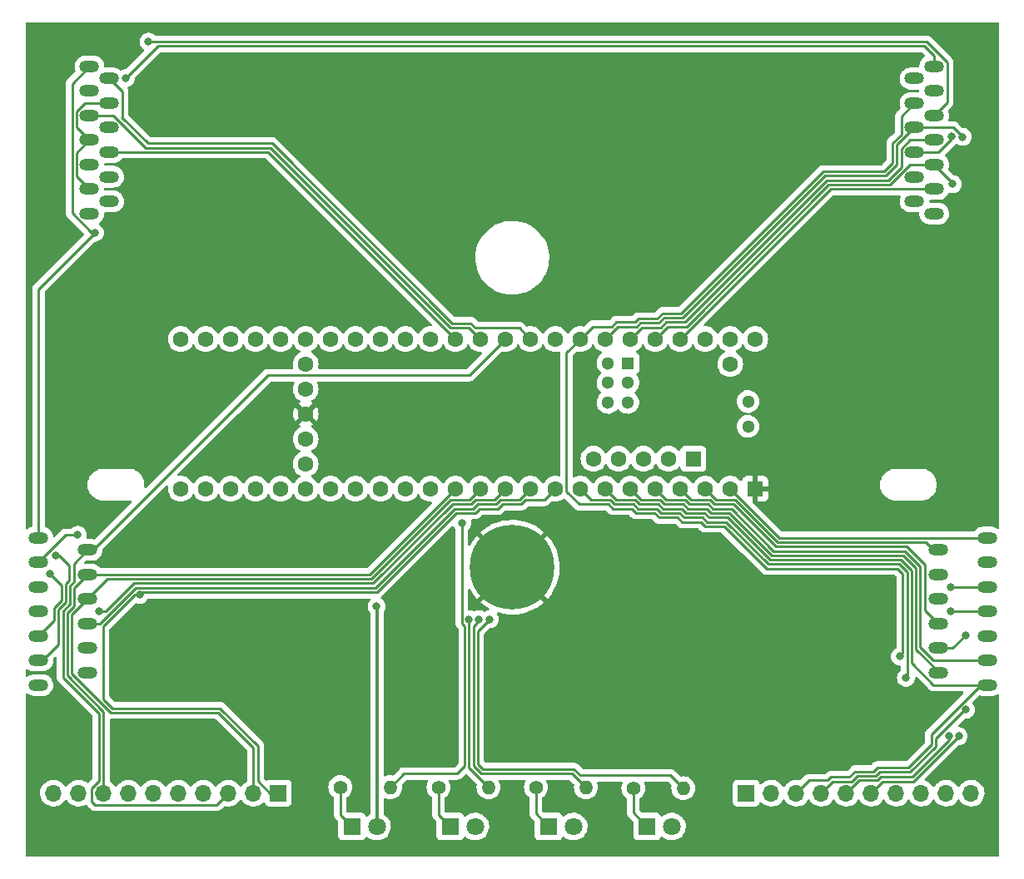
<source format=gtl>
G04 #@! TF.GenerationSoftware,KiCad,Pcbnew,(6.0.1-0)*
G04 #@! TF.CreationDate,2022-06-04T20:13:44-07:00*
G04 #@! TF.ProjectId,kicad_port,6b696361-645f-4706-9f72-742e6b696361,rev?*
G04 #@! TF.SameCoordinates,Original*
G04 #@! TF.FileFunction,Copper,L1,Top*
G04 #@! TF.FilePolarity,Positive*
%FSLAX46Y46*%
G04 Gerber Fmt 4.6, Leading zero omitted, Abs format (unit mm)*
G04 Created by KiCad (PCBNEW (6.0.1-0)) date 2022-06-04 20:13:44*
%MOMM*%
%LPD*%
G01*
G04 APERTURE LIST*
G04 #@! TA.AperFunction,ComponentPad*
%ADD10C,8.600000*%
G04 #@! TD*
G04 #@! TA.AperFunction,ComponentPad*
%ADD11C,1.300000*%
G04 #@! TD*
G04 #@! TA.AperFunction,ComponentPad*
%ADD12C,1.600000*%
G04 #@! TD*
G04 #@! TA.AperFunction,ComponentPad*
%ADD13R,1.300000X1.300000*%
G04 #@! TD*
G04 #@! TA.AperFunction,ComponentPad*
%ADD14R,1.600000X1.600000*%
G04 #@! TD*
G04 #@! TA.AperFunction,ComponentPad*
%ADD15O,2.000000X1.200000*%
G04 #@! TD*
G04 #@! TA.AperFunction,ComponentPad*
%ADD16C,1.800000*%
G04 #@! TD*
G04 #@! TA.AperFunction,ComponentPad*
%ADD17R,1.800000X1.800000*%
G04 #@! TD*
G04 #@! TA.AperFunction,ComponentPad*
%ADD18O,1.400000X1.400000*%
G04 #@! TD*
G04 #@! TA.AperFunction,ComponentPad*
%ADD19C,1.400000*%
G04 #@! TD*
G04 #@! TA.AperFunction,ComponentPad*
%ADD20O,1.700000X1.700000*%
G04 #@! TD*
G04 #@! TA.AperFunction,ComponentPad*
%ADD21R,1.700000X1.700000*%
G04 #@! TD*
G04 #@! TA.AperFunction,ViaPad*
%ADD22C,0.800000*%
G04 #@! TD*
G04 #@! TA.AperFunction,Conductor*
%ADD23C,0.250000*%
G04 #@! TD*
G04 #@! TA.AperFunction,Conductor*
%ADD24C,0.375000*%
G04 #@! TD*
G04 APERTURE END LIST*
D10*
X150000000Y-106000000D03*
D11*
X173980000Y-89130000D03*
X173980000Y-91670000D03*
D12*
X128990000Y-85320000D03*
X128990000Y-87860000D03*
X128990000Y-90400000D03*
X128990000Y-92940000D03*
X128990000Y-95480000D03*
D11*
X161740000Y-89218400D03*
X159740000Y-89218400D03*
X159740000Y-87218400D03*
X161740000Y-87218400D03*
X159740000Y-85218400D03*
D13*
X161740000Y-85218400D03*
D12*
X134070000Y-98020000D03*
X131530000Y-98020000D03*
X128990000Y-98020000D03*
X126450000Y-98020000D03*
X136610000Y-98020000D03*
X139150000Y-98020000D03*
X141690000Y-98020000D03*
X123910000Y-98020000D03*
X121370000Y-98020000D03*
X118830000Y-98020000D03*
X116290000Y-98020000D03*
X116290000Y-82780000D03*
X118830000Y-82780000D03*
X121370000Y-82780000D03*
X123910000Y-82780000D03*
X126450000Y-82780000D03*
X128990000Y-82780000D03*
X131530000Y-82780000D03*
X134070000Y-82780000D03*
X136610000Y-82780000D03*
X139150000Y-82780000D03*
X144230000Y-98020000D03*
X146770000Y-98020000D03*
X149310000Y-98020000D03*
X151850000Y-98020000D03*
X154390000Y-98020000D03*
X156930000Y-98020000D03*
X159470000Y-98020000D03*
X162010000Y-98020000D03*
X164550000Y-98020000D03*
X167090000Y-98020000D03*
X169630000Y-98020000D03*
X172170000Y-98020000D03*
D14*
X174710000Y-98020000D03*
D12*
X141690000Y-82780000D03*
X144230000Y-82780000D03*
X146770000Y-82780000D03*
X149310000Y-82780000D03*
X151850000Y-82780000D03*
X154390000Y-82780000D03*
X156930000Y-82780000D03*
X159470000Y-82780000D03*
X162010000Y-82780000D03*
X164550000Y-82780000D03*
X167090000Y-82780000D03*
X169630000Y-82780000D03*
X172170000Y-82780000D03*
X174710000Y-82780000D03*
D14*
X168410800Y-94969200D03*
D12*
X165870800Y-94969200D03*
X163330800Y-94969200D03*
X160790800Y-94969200D03*
X158250800Y-94969200D03*
X172170000Y-85320000D03*
D15*
X101800000Y-103000000D03*
X106800000Y-104250000D03*
X101800000Y-105500000D03*
X106800000Y-106750000D03*
X101800000Y-108000000D03*
X106800000Y-109250000D03*
X101800000Y-110500000D03*
X106800000Y-111750000D03*
X101800000Y-113000000D03*
X106800000Y-114250000D03*
X101800000Y-115500000D03*
X106800000Y-116750000D03*
X101800000Y-118000000D03*
X198300000Y-118000000D03*
X193300000Y-116750000D03*
X198300000Y-115500000D03*
X193300000Y-114250000D03*
X198300000Y-113000000D03*
X193300000Y-111750000D03*
X198300000Y-110500000D03*
X193300000Y-109250000D03*
X198300000Y-108000000D03*
X193300000Y-106750000D03*
X198300000Y-105500000D03*
X193300000Y-104250000D03*
X198300000Y-103000000D03*
X192900000Y-70000000D03*
X190900000Y-68750000D03*
X192900000Y-67500000D03*
X190900000Y-66250000D03*
X192900000Y-65000000D03*
X190900000Y-63750000D03*
X192900000Y-62500000D03*
X190900000Y-61250000D03*
X192900000Y-60000000D03*
X190900000Y-58750000D03*
X192900000Y-57500000D03*
X190900000Y-56250000D03*
X192900000Y-55000000D03*
X107000000Y-55000000D03*
X109000000Y-56250000D03*
X107000000Y-57500000D03*
X109000000Y-58750000D03*
X107000000Y-60000000D03*
X109000000Y-61250000D03*
X107000000Y-62500000D03*
X109000000Y-63750000D03*
X107000000Y-65000000D03*
X109000000Y-66250000D03*
X107000000Y-67500000D03*
X109000000Y-68750000D03*
X107000000Y-70000000D03*
D16*
X136240000Y-132400000D03*
D17*
X133700000Y-132400000D03*
D16*
X146240000Y-132400000D03*
D17*
X143700000Y-132400000D03*
D16*
X156240000Y-132400000D03*
D17*
X153700000Y-132400000D03*
D16*
X166240000Y-132400000D03*
D17*
X163700000Y-132400000D03*
D18*
X137580000Y-128400000D03*
D19*
X132500000Y-128400000D03*
D18*
X147580000Y-128400000D03*
D19*
X142500000Y-128400000D03*
D18*
X157480000Y-128400000D03*
D19*
X152400000Y-128400000D03*
D18*
X167380000Y-128500000D03*
D19*
X162300000Y-128500000D03*
D20*
X196660000Y-129000000D03*
X194120000Y-129000000D03*
X191580000Y-129000000D03*
X189040000Y-129000000D03*
X186500000Y-129000000D03*
X183960000Y-129000000D03*
X181420000Y-129000000D03*
X178880000Y-129000000D03*
X176340000Y-129000000D03*
D21*
X173800000Y-129000000D03*
X126200000Y-129000000D03*
D20*
X123660000Y-129000000D03*
X121120000Y-129000000D03*
X118580000Y-129000000D03*
X116040000Y-129000000D03*
X113500000Y-129000000D03*
X110960000Y-129000000D03*
X108420000Y-129000000D03*
X105880000Y-129000000D03*
X103340000Y-129000000D03*
D22*
X170100000Y-106400000D03*
X187700000Y-110900000D03*
X140600000Y-118100000D03*
X147700000Y-111300000D03*
X144900000Y-101500000D03*
X138000000Y-85000000D03*
X113500000Y-124500000D03*
X113500000Y-117000000D03*
X121000000Y-103000000D03*
X186000000Y-58000000D03*
X112500000Y-77000000D03*
X145600497Y-111300000D03*
X146600000Y-111300000D03*
X136200000Y-110000000D03*
X110700000Y-56200000D03*
X112100000Y-108823060D03*
X108000000Y-110500000D03*
X103600000Y-104800000D03*
X103000000Y-106700000D03*
X105800000Y-102700000D03*
X107550000Y-71950000D03*
X189425980Y-115100000D03*
X190037701Y-117262299D03*
X194600000Y-110500000D03*
X194600000Y-108000000D03*
X196124500Y-112900000D03*
X195800000Y-62200000D03*
X194800000Y-67000000D03*
X196124500Y-120500000D03*
X194387701Y-123187701D03*
X195400000Y-123200000D03*
X194700000Y-62100000D03*
X113000000Y-52500000D03*
D23*
X146499537Y-112700000D02*
X146499537Y-112500463D01*
X146499537Y-126048101D02*
X146499537Y-112700000D01*
X156266197Y-126550480D02*
X148200000Y-126550480D01*
X146499537Y-112500463D02*
X147700000Y-111300000D01*
X166080000Y-127200000D02*
X156915718Y-127200000D01*
X156915718Y-127200000D02*
X156266197Y-126550480D01*
X167380000Y-128500000D02*
X166080000Y-127200000D01*
X147001916Y-126550480D02*
X146499537Y-126048101D01*
X148200000Y-126550480D02*
X147001916Y-126550480D01*
X157480000Y-128400000D02*
X156080000Y-127000000D01*
X156080000Y-127000000D02*
X146815718Y-127000000D01*
X146815718Y-127000000D02*
X146050017Y-126234299D01*
X146050017Y-126234299D02*
X146050017Y-112049983D01*
X146050017Y-112049983D02*
X146400000Y-111700000D01*
X144875986Y-111725009D02*
X144875986Y-101524014D01*
X144875986Y-101524014D02*
X144900000Y-101500000D01*
X138880000Y-127100000D02*
X138980000Y-127000000D01*
X145150977Y-112000000D02*
X144875986Y-111725009D01*
X145150977Y-126249023D02*
X145150977Y-112000000D01*
X138980000Y-127000000D02*
X144400000Y-127000000D01*
X137580000Y-128400000D02*
X138880000Y-127100000D01*
X144400000Y-127000000D02*
X145150977Y-126249023D01*
X147580000Y-128400000D02*
X145600497Y-126420497D01*
X145600497Y-126420497D02*
X145600497Y-111300000D01*
D24*
X136240000Y-110040000D02*
X136200000Y-110000000D01*
X136240000Y-132400000D02*
X136240000Y-110040000D01*
D23*
X162300000Y-128500000D02*
X162300000Y-131000000D01*
X162300000Y-131000000D02*
X163700000Y-132400000D01*
X152400000Y-128400000D02*
X152400000Y-131100000D01*
X152400000Y-131100000D02*
X153700000Y-132400000D01*
X142500000Y-128400000D02*
X142500000Y-131200000D01*
X142500000Y-131200000D02*
X143700000Y-132400000D01*
X132500000Y-128400000D02*
X132500000Y-131200000D01*
X132500000Y-131200000D02*
X133700000Y-132400000D01*
X192900000Y-55000000D02*
X192900000Y-53928250D01*
X192900000Y-53928250D02*
X191921270Y-52949520D01*
X191921270Y-52949520D02*
X113950480Y-52949520D01*
X113950480Y-52949520D02*
X110700000Y-56200000D01*
X108000000Y-110500000D02*
X108664282Y-110500000D01*
X108664282Y-110500000D02*
X111515243Y-107649040D01*
X111515243Y-107649040D02*
X135872396Y-107649040D01*
X148185489Y-99144511D02*
X149310000Y-98020000D01*
X135872396Y-107649040D02*
X143927405Y-99594031D01*
X143927405Y-99594031D02*
X145831686Y-99594031D01*
X145831686Y-99594031D02*
X146281206Y-99144511D01*
X146281206Y-99144511D02*
X148185489Y-99144511D01*
X112100000Y-108823060D02*
X111612658Y-108823060D01*
X108400000Y-112035718D02*
X108400000Y-119421750D01*
X109328730Y-120350480D02*
X120286198Y-120350480D01*
X108400000Y-119421750D02*
X109328730Y-120350480D01*
X111612658Y-108823060D02*
X108400000Y-112035718D01*
X120286198Y-120350480D02*
X124109520Y-124173802D01*
X124109520Y-127788510D02*
X125321010Y-129000000D01*
X125321010Y-129000000D02*
X126200000Y-129000000D01*
X124109520Y-124173802D02*
X124109520Y-127788510D01*
X112100000Y-108823060D02*
X112374980Y-108548080D01*
X112374980Y-108548080D02*
X136244791Y-108548080D01*
X146204081Y-100493071D02*
X146653601Y-100043551D01*
X148557885Y-100043551D02*
X149007405Y-99594031D01*
X144299800Y-100493071D02*
X146204081Y-100493071D01*
X136244791Y-108548080D02*
X144299800Y-100493071D01*
X146653601Y-100043551D02*
X148557885Y-100043551D01*
X149007405Y-99594031D02*
X150911687Y-99594031D01*
X150911687Y-99594031D02*
X151361207Y-99144511D01*
X151361207Y-99144511D02*
X153265489Y-99144511D01*
X153265489Y-99144511D02*
X154390000Y-98020000D01*
X113001440Y-108098560D02*
X136058594Y-108098560D01*
X106800000Y-111750000D02*
X108050000Y-111750000D01*
X111701440Y-108098560D02*
X113001440Y-108098560D01*
X108050000Y-111750000D02*
X111701440Y-108098560D01*
X104950480Y-107328084D02*
X104950480Y-106550480D01*
X104950480Y-105850480D02*
X104950480Y-106550480D01*
X103600000Y-104800000D02*
X103900000Y-104800000D01*
X103900000Y-104800000D02*
X104950480Y-105850480D01*
X104126920Y-107826920D02*
X103000000Y-106700000D01*
X104126920Y-109126920D02*
X104126920Y-107826920D01*
X104126920Y-109380209D02*
X104126920Y-109126920D01*
X104789282Y-107489282D02*
X104950480Y-107328084D01*
X104576440Y-107702124D02*
X104789282Y-107489282D01*
X101800000Y-113000000D02*
X103401920Y-111398080D01*
X103401920Y-110105209D02*
X104126920Y-109380209D01*
X103401920Y-111398080D02*
X103401920Y-110105209D01*
X101800000Y-115500000D02*
X102200000Y-115500000D01*
X103851440Y-110291407D02*
X104576440Y-109566407D01*
X102200000Y-115500000D02*
X103851440Y-113848560D01*
X103851440Y-113848560D02*
X103851440Y-110291407D01*
X104576440Y-109566407D02*
X104576440Y-107702124D01*
X121120000Y-129000000D02*
X119945489Y-130174511D01*
X119945489Y-130174511D02*
X107574511Y-130174511D01*
X107245489Y-129845489D02*
X107245489Y-128513501D01*
X107245489Y-128513501D02*
X107970480Y-127788510D01*
X104300960Y-117229863D02*
X104300960Y-110477604D01*
X107970480Y-127788510D02*
X107970480Y-120899383D01*
X107970480Y-120899383D02*
X104300960Y-117229863D01*
X104300960Y-110477604D02*
X105025960Y-109752604D01*
X105025960Y-109752604D02*
X105025960Y-107888322D01*
X105400000Y-107514282D02*
X105400000Y-105650000D01*
X105025960Y-107888322D02*
X105400000Y-107514282D01*
X107574511Y-130174511D02*
X107245489Y-129845489D01*
X105400000Y-105650000D02*
X106800000Y-104250000D01*
X108420000Y-129000000D02*
X108420000Y-120713186D01*
X108420000Y-120713186D02*
X104750480Y-117043666D01*
X105475480Y-109938802D02*
X105475480Y-108074520D01*
X104750480Y-117043666D02*
X104750480Y-110663802D01*
X104750480Y-110663802D02*
X105475480Y-109938802D01*
X105475480Y-108074520D02*
X106800000Y-106750000D01*
X101800000Y-105500000D02*
X104600000Y-102700000D01*
X104600000Y-102700000D02*
X105800000Y-102700000D01*
X106800000Y-109250000D02*
X105200000Y-110850000D01*
X105200000Y-110850000D02*
X105200000Y-116857468D01*
X109142532Y-120800000D02*
X120100000Y-120800000D01*
X105200000Y-116857468D02*
X109142532Y-120800000D01*
X120100000Y-120800000D02*
X123660000Y-124360000D01*
X123660000Y-124360000D02*
X123660000Y-129000000D01*
X144113603Y-100043551D02*
X146017884Y-100043551D01*
X136058594Y-108098560D02*
X144113603Y-100043551D01*
X148821207Y-99144511D02*
X150725489Y-99144511D01*
X146017884Y-100043551D02*
X146467404Y-99594031D01*
X146467404Y-99594031D02*
X148371687Y-99594031D01*
X148371687Y-99594031D02*
X148821207Y-99144511D01*
X150725489Y-99144511D02*
X151850000Y-98020000D01*
X106800000Y-109250000D02*
X106800000Y-109200000D01*
X106800000Y-109200000D02*
X108800480Y-107199520D01*
X108800480Y-107199520D02*
X135686198Y-107199520D01*
X145645489Y-99144511D02*
X146770000Y-98020000D01*
X135686198Y-107199520D02*
X143741207Y-99144511D01*
X143741207Y-99144511D02*
X145645489Y-99144511D01*
X106800000Y-106750000D02*
X135500000Y-106750000D01*
X135500000Y-106750000D02*
X144230000Y-98020000D01*
X106800000Y-104250000D02*
X107350000Y-104250000D01*
X107350000Y-104250000D02*
X125155489Y-86444511D01*
X125155489Y-86444511D02*
X145645489Y-86444511D01*
X145645489Y-86444511D02*
X149310000Y-82780000D01*
X107550000Y-71950000D02*
X101800000Y-77700000D01*
X101800000Y-77700000D02*
X101800000Y-103000000D01*
X105225960Y-69933428D02*
X107242532Y-71950000D01*
X105225960Y-56774040D02*
X105225960Y-69933428D01*
X107000000Y-55000000D02*
X105225960Y-56774040D01*
X107242532Y-71950000D02*
X107550000Y-71950000D01*
X107000000Y-62500000D02*
X105675480Y-63824520D01*
X105675480Y-63824520D02*
X105675480Y-66175480D01*
X105675480Y-66175480D02*
X107000000Y-67500000D01*
X109000000Y-58750000D02*
X106542532Y-58750000D01*
X105675480Y-59617052D02*
X105675480Y-61175480D01*
X106542532Y-58750000D02*
X105675480Y-59617052D01*
X105675480Y-61175480D02*
X107000000Y-62500000D01*
X109000000Y-56250000D02*
X110324520Y-57574520D01*
X110324520Y-57574520D02*
X110324520Y-60175480D01*
X110324520Y-60175480D02*
X110296593Y-60203407D01*
X110296593Y-60203407D02*
X112944146Y-62850960D01*
X112944146Y-62850960D02*
X125572396Y-62850960D01*
X125572396Y-62850960D02*
X143871916Y-81150480D01*
X145776198Y-81150480D02*
X146262859Y-81637141D01*
X143871916Y-81150480D02*
X145776198Y-81150480D01*
X146262859Y-81637141D02*
X150707141Y-81637141D01*
X150707141Y-81637141D02*
X151850000Y-82780000D01*
X107000000Y-60000000D02*
X109457468Y-60000000D01*
X109457468Y-60000000D02*
X112757948Y-63300480D01*
X112757948Y-63300480D02*
X125386198Y-63300480D01*
X125386198Y-63300480D02*
X143685718Y-81600000D01*
X143685718Y-81600000D02*
X145590000Y-81600000D01*
X145590000Y-81600000D02*
X146770000Y-82780000D01*
X109000000Y-63750000D02*
X125200000Y-63750000D01*
X125200000Y-63750000D02*
X144230000Y-82780000D01*
X192900000Y-60000000D02*
X194224520Y-58675480D01*
X194224520Y-58675480D02*
X194224520Y-54617052D01*
X194224520Y-54617052D02*
X192107468Y-52500000D01*
X192107468Y-52500000D02*
X113000000Y-52500000D01*
X160222116Y-100043551D02*
X159772596Y-99594031D01*
X189425980Y-115100000D02*
X189700960Y-114825020D01*
X189700960Y-114825020D02*
X189700960Y-106679550D01*
X189700960Y-106679550D02*
X189168050Y-106146640D01*
X162575917Y-100493071D02*
X162126397Y-100043551D01*
X155514511Y-98314511D02*
X155514511Y-84195489D01*
X189168050Y-106146640D02*
X175846615Y-106146640D01*
X175846615Y-106146640D02*
X171541606Y-101841631D01*
X162126397Y-100043551D02*
X160222116Y-100043551D01*
X171541606Y-101841631D02*
X169637325Y-101841631D01*
X169637325Y-101841631D02*
X169187805Y-101392111D01*
X164480201Y-100493071D02*
X162575917Y-100493071D01*
X155514511Y-84195489D02*
X156930000Y-82780000D01*
X169187805Y-101392111D02*
X167283523Y-101392111D01*
X167283523Y-101392111D02*
X166834003Y-100942591D01*
X166834003Y-100942591D02*
X164929721Y-100942591D01*
X164929721Y-100942591D02*
X164480201Y-100493071D01*
X159772596Y-99594031D02*
X156794031Y-99594031D01*
X156794031Y-99594031D02*
X155514511Y-98314511D01*
X190037701Y-117262299D02*
X190150480Y-117149520D01*
X169374002Y-100942591D02*
X167469721Y-100942591D01*
X190150480Y-117149520D02*
X190150480Y-106493352D01*
X190150480Y-106493352D02*
X189354248Y-105697120D01*
X189354248Y-105697120D02*
X176032813Y-105697120D01*
X176032813Y-105697120D02*
X171727804Y-101392111D01*
X171727804Y-101392111D02*
X169823522Y-101392111D01*
X169823522Y-101392111D02*
X169374002Y-100942591D01*
X167469721Y-100942591D02*
X167020201Y-100493071D01*
X158054511Y-99144511D02*
X156930000Y-98020000D01*
X167020201Y-100493071D02*
X165115919Y-100493071D01*
X165115919Y-100493071D02*
X164666399Y-100043551D01*
X164666399Y-100043551D02*
X162762115Y-100043551D01*
X160408313Y-99594031D02*
X159958793Y-99144511D01*
X162762115Y-100043551D02*
X162312595Y-99594031D01*
X162312595Y-99594031D02*
X160408313Y-99594031D01*
X159958793Y-99144511D02*
X158054511Y-99144511D01*
X198300000Y-110500000D02*
X194600000Y-110500000D01*
X198300000Y-108000000D02*
X194600000Y-108000000D01*
X194774500Y-114250000D02*
X196124500Y-112900000D01*
X193300000Y-114250000D02*
X194774500Y-114250000D01*
X198300000Y-118000000D02*
X192842532Y-118000000D01*
X192842532Y-118000000D02*
X190600000Y-115757468D01*
X190600000Y-115757468D02*
X190600000Y-106307154D01*
X164852596Y-99594031D02*
X162948313Y-99594031D01*
X190600000Y-106307154D02*
X189540446Y-105247600D01*
X189540446Y-105247600D02*
X176219010Y-105247600D01*
X167206399Y-100043551D02*
X165302116Y-100043551D01*
X176219010Y-105247600D02*
X171914001Y-100942591D01*
X171914001Y-100942591D02*
X170009720Y-100942591D01*
X170009720Y-100942591D02*
X169560200Y-100493071D01*
X169560200Y-100493071D02*
X167655919Y-100493071D01*
X167655919Y-100493071D02*
X167206399Y-100043551D01*
X165302116Y-100043551D02*
X164852596Y-99594031D01*
X162948313Y-99594031D02*
X162498793Y-99144511D01*
X162498793Y-99144511D02*
X160594511Y-99144511D01*
X160594511Y-99144511D02*
X159470000Y-98020000D01*
X193300000Y-116750000D02*
X193300000Y-116593185D01*
X189726644Y-104798080D02*
X176405208Y-104798080D01*
X193300000Y-116593185D02*
X191050480Y-114343665D01*
X167392596Y-99594031D02*
X165488314Y-99594031D01*
X191050480Y-114343665D02*
X191050480Y-106121916D01*
X191050480Y-106121916D02*
X189726644Y-104798080D01*
X170195918Y-100493071D02*
X169746398Y-100043551D01*
X176405208Y-104798080D02*
X172100199Y-100493071D01*
X172100199Y-100493071D02*
X170195918Y-100493071D01*
X169746398Y-100043551D02*
X167842116Y-100043551D01*
X167842116Y-100043551D02*
X167392596Y-99594031D01*
X165488314Y-99594031D02*
X165038794Y-99144511D01*
X165038794Y-99144511D02*
X163134511Y-99144511D01*
X163134511Y-99144511D02*
X162010000Y-98020000D01*
X198300000Y-115500000D02*
X192842532Y-115500000D01*
X192842532Y-115500000D02*
X191500000Y-114157468D01*
X191500000Y-114157468D02*
X191500000Y-105935718D01*
X189912842Y-104348560D02*
X176591406Y-104348560D01*
X191500000Y-105935718D02*
X189912842Y-104348560D01*
X176591406Y-104348560D02*
X172286397Y-100043551D01*
X172286397Y-100043551D02*
X170382115Y-100043551D01*
X170382115Y-100043551D02*
X169932595Y-99594031D01*
X169932595Y-99594031D02*
X168028313Y-99594031D01*
X168028313Y-99594031D02*
X167578793Y-99144511D01*
X167578793Y-99144511D02*
X165674511Y-99144511D01*
X165674511Y-99144511D02*
X164550000Y-98020000D01*
X193300000Y-111750000D02*
X191975480Y-110425480D01*
X170118793Y-99144511D02*
X168214511Y-99144511D01*
X191975480Y-110425480D02*
X191975480Y-105775480D01*
X176777604Y-103899040D02*
X172472595Y-99594031D01*
X172472595Y-99594031D02*
X170568313Y-99594031D01*
X191975480Y-105775480D02*
X190099040Y-103899040D01*
X190099040Y-103899040D02*
X176777604Y-103899040D01*
X170568313Y-99594031D02*
X170118793Y-99144511D01*
X168214511Y-99144511D02*
X167090000Y-98020000D01*
X193300000Y-104250000D02*
X192850000Y-104250000D01*
X192850000Y-104250000D02*
X192049520Y-103449520D01*
X192049520Y-103449520D02*
X176963802Y-103449520D01*
X176963802Y-103449520D02*
X172658793Y-99144511D01*
X172658793Y-99144511D02*
X170754511Y-99144511D01*
X170754511Y-99144511D02*
X169630000Y-98020000D01*
X198300000Y-103000000D02*
X177150000Y-103000000D01*
X177150000Y-103000000D02*
X172170000Y-98020000D01*
X195800000Y-62175386D02*
X195800000Y-62200000D01*
X192900000Y-65000000D02*
X194800000Y-66900000D01*
X194800000Y-66900000D02*
X194800000Y-67000000D01*
X178880000Y-129000000D02*
X180180000Y-127700000D01*
X180180000Y-127700000D02*
X182084282Y-127700000D01*
X182084282Y-127700000D02*
X182408314Y-127375969D01*
X182408314Y-127375969D02*
X184300000Y-127375969D01*
X184300000Y-127375969D02*
X184875009Y-126800960D01*
X184875009Y-126800960D02*
X186700000Y-126800960D01*
X186700000Y-126800960D02*
X187100000Y-126400960D01*
X187100000Y-126400960D02*
X190291886Y-126400960D01*
X190291886Y-126400960D02*
X192620322Y-124072524D01*
X192620322Y-122979564D02*
X197599886Y-118000000D01*
X192620322Y-124072524D02*
X192620322Y-122979564D01*
X197599886Y-118000000D02*
X198300000Y-118000000D01*
X196050788Y-120500000D02*
X196124500Y-120500000D01*
X193069842Y-124258722D02*
X193069842Y-123480946D01*
X193069842Y-123480946D02*
X196050788Y-120500000D01*
X182594511Y-127825489D02*
X184498793Y-127825489D01*
X187378086Y-126850480D02*
X190478084Y-126850480D01*
X186978086Y-127250480D02*
X187378086Y-126850480D01*
X185073803Y-127250480D02*
X186978086Y-127250480D01*
X181420000Y-129000000D02*
X182594511Y-127825489D01*
X190478084Y-126850480D02*
X193069842Y-124258722D01*
X184498793Y-127825489D02*
X185073803Y-127250480D01*
X185260000Y-127700000D02*
X187164282Y-127700000D01*
X194387701Y-123576581D02*
X194387701Y-123187701D01*
X183960000Y-129000000D02*
X185260000Y-127700000D01*
X187488314Y-127375969D02*
X187564283Y-127300000D01*
X187164282Y-127700000D02*
X187488314Y-127375969D01*
X190664282Y-127300000D02*
X194387701Y-123576581D01*
X187564283Y-127300000D02*
X190664282Y-127300000D01*
X187674511Y-127825489D02*
X190774511Y-127825489D01*
X186500000Y-129000000D02*
X187674511Y-127825489D01*
X190774511Y-127825489D02*
X195400000Y-123200000D01*
X190900000Y-61250000D02*
X194874614Y-61250000D01*
X194874614Y-61250000D02*
X195800000Y-62175386D01*
X194700000Y-62407468D02*
X194700000Y-62100000D01*
X193357468Y-63750000D02*
X194700000Y-62407468D01*
X158210000Y-81500000D02*
X160114282Y-81500000D01*
X164724747Y-80698101D02*
X165271409Y-80151440D01*
X160563802Y-81050480D02*
X162468085Y-81050480D01*
X189575480Y-60074520D02*
X190900000Y-58750000D01*
X165271409Y-80151440D02*
X167175690Y-80151440D01*
X160114282Y-81500000D02*
X160563802Y-81050480D01*
X162468085Y-81050480D02*
X162820465Y-80698101D01*
X167175690Y-80151440D02*
X181625210Y-65701920D01*
X181625210Y-65701920D02*
X187833458Y-65701920D01*
X187833458Y-65701920D02*
X188672226Y-64863152D01*
X162820465Y-80698101D02*
X164724747Y-80698101D01*
X156930000Y-82780000D02*
X158210000Y-81500000D01*
X188672226Y-62842056D02*
X189575480Y-61938802D01*
X188672226Y-64863152D02*
X188672226Y-62842056D01*
X189575480Y-61938802D02*
X189575480Y-60074520D01*
X159470000Y-82780000D02*
X160750000Y-81500000D01*
X163006662Y-81147621D02*
X164910945Y-81147621D01*
X167361888Y-80600960D02*
X181811408Y-66151440D01*
X160750000Y-81500000D02*
X162654282Y-81500000D01*
X181811408Y-66151440D02*
X188019656Y-66151440D01*
X162654282Y-81500000D02*
X163006662Y-81147621D01*
X164910945Y-81147621D02*
X165457606Y-80600960D01*
X188019656Y-66151440D02*
X189121746Y-65049350D01*
X165457606Y-80600960D02*
X167361888Y-80600960D01*
X189121746Y-65049350D02*
X189121746Y-63028254D01*
X189121746Y-63028254D02*
X190900000Y-61250000D01*
X181549282Y-67049282D02*
X181997605Y-66600960D01*
X181997605Y-66600960D02*
X188205854Y-66600960D01*
X188205854Y-66600960D02*
X189571266Y-65235548D01*
X189571266Y-65235548D02*
X189571266Y-63371266D01*
X189571266Y-63371266D02*
X190442532Y-62500000D01*
X190442532Y-62500000D02*
X192900000Y-62500000D01*
X164550000Y-82780000D02*
X165830000Y-81500000D01*
X165830000Y-81500000D02*
X167734282Y-81500000D01*
X167734282Y-81500000D02*
X182183802Y-67050480D01*
X188392052Y-67050480D02*
X190442532Y-65000000D01*
X182183802Y-67050480D02*
X188392052Y-67050480D01*
X190442532Y-65000000D02*
X192900000Y-65000000D01*
X165097141Y-81597141D02*
X165643803Y-81050480D01*
X165643803Y-81050480D02*
X167548086Y-81050480D01*
X167548084Y-81050480D02*
X169049282Y-79549282D01*
X169049282Y-79549282D02*
X181549282Y-67049282D01*
X167548086Y-81050480D02*
X169049282Y-79549282D01*
X162010000Y-82780000D02*
X163192859Y-81597141D01*
X163192859Y-81597141D02*
X165097141Y-81597141D01*
X181899040Y-66699524D02*
X181549282Y-67049282D01*
X192900000Y-67500000D02*
X182370000Y-67500000D01*
X182370000Y-67500000D02*
X167090000Y-82780000D01*
X190900000Y-63750000D02*
X193357468Y-63750000D01*
G04 #@! TA.AperFunction,Conductor*
G36*
X155340288Y-99041903D02*
G01*
X155365520Y-99061424D01*
X156290374Y-99986278D01*
X156297918Y-99994568D01*
X156302031Y-100001049D01*
X156307808Y-100006474D01*
X156351698Y-100047689D01*
X156354540Y-100050444D01*
X156374262Y-100070166D01*
X156377386Y-100072589D01*
X156377390Y-100072593D01*
X156377455Y-100072643D01*
X156386476Y-100080348D01*
X156418710Y-100110617D01*
X156425658Y-100114436D01*
X156425660Y-100114438D01*
X156436463Y-100120377D01*
X156452990Y-100131233D01*
X156462729Y-100138788D01*
X156462731Y-100138789D01*
X156468991Y-100143645D01*
X156509571Y-100161205D01*
X156520219Y-100166422D01*
X156545007Y-100180049D01*
X156558971Y-100187726D01*
X156566647Y-100189697D01*
X156566650Y-100189698D01*
X156578593Y-100192764D01*
X156597298Y-100199168D01*
X156615886Y-100207212D01*
X156623709Y-100208451D01*
X156623719Y-100208454D01*
X156659555Y-100214130D01*
X156671175Y-100216536D01*
X156702990Y-100224704D01*
X156714001Y-100227531D01*
X156734255Y-100227531D01*
X156753965Y-100229082D01*
X156773974Y-100232251D01*
X156781866Y-100231505D01*
X156800611Y-100229733D01*
X156817993Y-100228090D01*
X156829850Y-100227531D01*
X159458002Y-100227531D01*
X159526123Y-100247533D01*
X159547097Y-100264436D01*
X159718459Y-100435798D01*
X159726003Y-100444088D01*
X159730116Y-100450569D01*
X159735893Y-100455994D01*
X159779783Y-100497209D01*
X159782625Y-100499964D01*
X159802346Y-100519685D01*
X159805541Y-100522163D01*
X159814563Y-100529869D01*
X159846795Y-100560137D01*
X159853744Y-100563957D01*
X159864548Y-100569897D01*
X159881072Y-100580750D01*
X159897075Y-100593164D01*
X159937659Y-100610727D01*
X159948289Y-100615934D01*
X159987056Y-100637246D01*
X159994733Y-100639217D01*
X159994738Y-100639219D01*
X160006674Y-100642283D01*
X160025382Y-100648688D01*
X160043971Y-100656732D01*
X160051799Y-100657972D01*
X160051806Y-100657974D01*
X160087640Y-100663650D01*
X160099260Y-100666056D01*
X160131075Y-100674224D01*
X160142086Y-100677051D01*
X160162340Y-100677051D01*
X160182050Y-100678602D01*
X160202059Y-100681771D01*
X160209951Y-100681025D01*
X160228696Y-100679253D01*
X160246078Y-100677610D01*
X160257935Y-100677051D01*
X161811803Y-100677051D01*
X161879924Y-100697053D01*
X161900898Y-100713956D01*
X162072260Y-100885318D01*
X162079804Y-100893608D01*
X162083917Y-100900089D01*
X162089694Y-100905514D01*
X162133584Y-100946729D01*
X162136426Y-100949484D01*
X162156147Y-100969205D01*
X162159342Y-100971683D01*
X162168364Y-100979389D01*
X162200596Y-101009657D01*
X162207545Y-101013477D01*
X162218349Y-101019417D01*
X162234873Y-101030270D01*
X162250876Y-101042684D01*
X162291460Y-101060247D01*
X162302090Y-101065454D01*
X162340857Y-101086766D01*
X162348534Y-101088737D01*
X162348539Y-101088739D01*
X162360475Y-101091803D01*
X162379183Y-101098208D01*
X162397772Y-101106252D01*
X162405600Y-101107492D01*
X162405607Y-101107494D01*
X162441441Y-101113170D01*
X162453061Y-101115576D01*
X162484876Y-101123744D01*
X162495887Y-101126571D01*
X162516141Y-101126571D01*
X162535851Y-101128122D01*
X162555860Y-101131291D01*
X162563752Y-101130545D01*
X162582497Y-101128773D01*
X162599879Y-101127130D01*
X162611736Y-101126571D01*
X164165607Y-101126571D01*
X164233728Y-101146573D01*
X164254702Y-101163476D01*
X164426064Y-101334838D01*
X164433608Y-101343128D01*
X164437721Y-101349609D01*
X164443498Y-101355034D01*
X164487388Y-101396249D01*
X164490230Y-101399004D01*
X164509951Y-101418725D01*
X164513146Y-101421203D01*
X164522168Y-101428909D01*
X164554400Y-101459177D01*
X164561349Y-101462997D01*
X164572153Y-101468937D01*
X164588677Y-101479790D01*
X164604680Y-101492204D01*
X164645264Y-101509767D01*
X164655894Y-101514974D01*
X164694661Y-101536286D01*
X164702338Y-101538257D01*
X164702343Y-101538259D01*
X164714279Y-101541323D01*
X164732987Y-101547728D01*
X164751576Y-101555772D01*
X164759404Y-101557012D01*
X164759411Y-101557014D01*
X164795245Y-101562690D01*
X164806865Y-101565096D01*
X164842010Y-101574119D01*
X164849691Y-101576091D01*
X164869945Y-101576091D01*
X164889655Y-101577642D01*
X164909664Y-101580811D01*
X164917556Y-101580065D01*
X164953682Y-101576650D01*
X164965540Y-101576091D01*
X166519409Y-101576091D01*
X166587530Y-101596093D01*
X166608504Y-101612996D01*
X166779866Y-101784358D01*
X166787410Y-101792648D01*
X166791523Y-101799129D01*
X166797300Y-101804554D01*
X166841190Y-101845769D01*
X166844032Y-101848524D01*
X166863753Y-101868245D01*
X166866948Y-101870723D01*
X166875970Y-101878429D01*
X166908202Y-101908697D01*
X166919381Y-101914843D01*
X166925955Y-101918457D01*
X166942479Y-101929310D01*
X166958482Y-101941724D01*
X166999066Y-101959287D01*
X167009696Y-101964494D01*
X167048463Y-101985806D01*
X167056140Y-101987777D01*
X167056145Y-101987779D01*
X167068081Y-101990843D01*
X167086789Y-101997248D01*
X167105378Y-102005292D01*
X167113206Y-102006532D01*
X167113213Y-102006534D01*
X167149047Y-102012210D01*
X167160667Y-102014616D01*
X167195812Y-102023639D01*
X167203493Y-102025611D01*
X167223747Y-102025611D01*
X167243457Y-102027162D01*
X167263466Y-102030331D01*
X167271358Y-102029585D01*
X167307484Y-102026170D01*
X167319342Y-102025611D01*
X168873211Y-102025611D01*
X168941332Y-102045613D01*
X168962306Y-102062516D01*
X169133668Y-102233878D01*
X169141212Y-102242168D01*
X169145325Y-102248649D01*
X169151102Y-102254074D01*
X169194992Y-102295289D01*
X169197834Y-102298044D01*
X169217555Y-102317765D01*
X169220750Y-102320243D01*
X169229772Y-102327949D01*
X169262004Y-102358217D01*
X169268953Y-102362037D01*
X169279757Y-102367977D01*
X169296281Y-102378830D01*
X169312284Y-102391244D01*
X169352868Y-102408807D01*
X169363498Y-102414014D01*
X169402265Y-102435326D01*
X169409942Y-102437297D01*
X169409947Y-102437299D01*
X169421883Y-102440363D01*
X169440591Y-102446768D01*
X169459180Y-102454812D01*
X169467008Y-102456052D01*
X169467015Y-102456054D01*
X169502849Y-102461730D01*
X169514469Y-102464136D01*
X169549614Y-102473159D01*
X169557295Y-102475131D01*
X169577549Y-102475131D01*
X169597259Y-102476682D01*
X169617268Y-102479851D01*
X169625160Y-102479105D01*
X169661286Y-102475690D01*
X169673144Y-102475131D01*
X171227012Y-102475131D01*
X171295133Y-102495133D01*
X171316107Y-102512036D01*
X173332732Y-104528662D01*
X175342963Y-106538893D01*
X175350503Y-106547179D01*
X175354615Y-106553658D01*
X175360392Y-106559083D01*
X175404266Y-106600283D01*
X175407108Y-106603038D01*
X175426845Y-106622775D01*
X175430042Y-106625255D01*
X175439062Y-106632958D01*
X175471294Y-106663226D01*
X175478240Y-106667045D01*
X175478243Y-106667047D01*
X175489049Y-106672988D01*
X175505568Y-106683839D01*
X175521574Y-106696254D01*
X175528843Y-106699399D01*
X175528847Y-106699402D01*
X175562152Y-106713814D01*
X175572802Y-106719031D01*
X175611555Y-106740335D01*
X175619230Y-106742306D01*
X175619231Y-106742306D01*
X175631177Y-106745373D01*
X175649882Y-106751777D01*
X175668470Y-106759821D01*
X175676293Y-106761060D01*
X175676303Y-106761063D01*
X175712139Y-106766739D01*
X175723759Y-106769145D01*
X175758904Y-106778168D01*
X175766585Y-106780140D01*
X175786839Y-106780140D01*
X175806549Y-106781691D01*
X175826558Y-106784860D01*
X175834450Y-106784114D01*
X175870576Y-106780699D01*
X175882434Y-106780140D01*
X188853456Y-106780140D01*
X188921577Y-106800142D01*
X188942551Y-106817045D01*
X189030555Y-106905049D01*
X189064581Y-106967361D01*
X189067460Y-106994144D01*
X189067460Y-114183321D01*
X189047458Y-114251442D01*
X188992710Y-114298427D01*
X188969228Y-114308882D01*
X188814727Y-114421134D01*
X188686940Y-114563056D01*
X188647737Y-114630957D01*
X188594846Y-114722568D01*
X188591453Y-114728444D01*
X188532438Y-114910072D01*
X188512476Y-115100000D01*
X188513166Y-115106565D01*
X188525472Y-115223646D01*
X188532438Y-115289928D01*
X188591453Y-115471556D01*
X188686940Y-115636944D01*
X188691358Y-115641851D01*
X188691359Y-115641852D01*
X188806197Y-115769393D01*
X188814727Y-115778866D01*
X188969228Y-115891118D01*
X188975256Y-115893802D01*
X188975258Y-115893803D01*
X189137661Y-115966109D01*
X189143692Y-115968794D01*
X189237093Y-115988647D01*
X189324036Y-116007128D01*
X189324041Y-116007128D01*
X189330493Y-116008500D01*
X189390980Y-116008500D01*
X189459101Y-116028502D01*
X189505594Y-116082158D01*
X189516980Y-116134500D01*
X189516980Y-116453457D01*
X189496978Y-116521578D01*
X189465042Y-116555392D01*
X189431794Y-116579548D01*
X189431789Y-116579552D01*
X189426448Y-116583433D01*
X189422027Y-116588343D01*
X189422026Y-116588344D01*
X189403878Y-116608500D01*
X189298661Y-116725355D01*
X189203174Y-116890743D01*
X189144159Y-117072371D01*
X189143469Y-117078932D01*
X189143469Y-117078934D01*
X189126351Y-117241808D01*
X189124197Y-117262299D01*
X189124887Y-117268864D01*
X189142980Y-117441005D01*
X189144159Y-117452227D01*
X189203174Y-117633855D01*
X189206477Y-117639577D01*
X189206478Y-117639578D01*
X189212830Y-117650580D01*
X189298661Y-117799243D01*
X189426448Y-117941165D01*
X189580949Y-118053417D01*
X189586977Y-118056101D01*
X189586979Y-118056102D01*
X189596489Y-118060336D01*
X189755413Y-118131093D01*
X189848814Y-118150946D01*
X189935757Y-118169427D01*
X189935762Y-118169427D01*
X189942214Y-118170799D01*
X190133188Y-118170799D01*
X190139640Y-118169427D01*
X190139645Y-118169427D01*
X190226588Y-118150946D01*
X190319989Y-118131093D01*
X190478913Y-118060336D01*
X190488423Y-118056102D01*
X190488425Y-118056101D01*
X190494453Y-118053417D01*
X190648954Y-117941165D01*
X190776741Y-117799243D01*
X190862572Y-117650580D01*
X190868924Y-117639578D01*
X190868925Y-117639577D01*
X190872228Y-117633855D01*
X190931243Y-117452227D01*
X190932423Y-117441005D01*
X190948104Y-117291805D01*
X190975117Y-117226149D01*
X191033339Y-117185519D01*
X191104284Y-117182816D01*
X191162509Y-117215881D01*
X192338875Y-118392247D01*
X192346419Y-118400537D01*
X192350532Y-118407018D01*
X192356309Y-118412443D01*
X192400199Y-118453658D01*
X192403041Y-118456413D01*
X192422762Y-118476134D01*
X192425957Y-118478612D01*
X192434979Y-118486318D01*
X192467211Y-118516586D01*
X192474160Y-118520406D01*
X192484964Y-118526346D01*
X192501488Y-118537199D01*
X192517491Y-118549613D01*
X192558075Y-118567176D01*
X192568705Y-118572383D01*
X192607472Y-118593695D01*
X192615149Y-118595666D01*
X192615154Y-118595668D01*
X192627090Y-118598732D01*
X192645798Y-118605137D01*
X192664387Y-118613181D01*
X192672215Y-118614421D01*
X192672222Y-118614423D01*
X192708056Y-118620099D01*
X192719676Y-118622505D01*
X192754821Y-118631528D01*
X192762502Y-118633500D01*
X192782756Y-118633500D01*
X192802466Y-118635051D01*
X192822475Y-118638220D01*
X192830367Y-118637474D01*
X192866493Y-118634059D01*
X192878351Y-118633500D01*
X195766292Y-118633500D01*
X195834413Y-118653502D01*
X195880906Y-118707158D01*
X195891010Y-118777432D01*
X195861516Y-118842012D01*
X195855387Y-118848595D01*
X192228069Y-122475912D01*
X192219783Y-122483452D01*
X192213304Y-122487564D01*
X192207879Y-122493341D01*
X192166679Y-122537215D01*
X192163924Y-122540057D01*
X192144187Y-122559794D01*
X192141707Y-122562991D01*
X192134004Y-122572011D01*
X192103736Y-122604243D01*
X192099917Y-122611189D01*
X192099915Y-122611192D01*
X192093974Y-122621998D01*
X192083123Y-122638517D01*
X192070708Y-122654523D01*
X192067563Y-122661792D01*
X192067560Y-122661796D01*
X192053148Y-122695101D01*
X192047931Y-122705751D01*
X192026627Y-122744504D01*
X192024656Y-122752179D01*
X192024656Y-122752180D01*
X192021589Y-122764126D01*
X192015185Y-122782830D01*
X192007141Y-122801419D01*
X192005902Y-122809242D01*
X192005899Y-122809252D01*
X192000223Y-122845088D01*
X191997817Y-122856708D01*
X191986822Y-122899534D01*
X191986822Y-122919788D01*
X191985271Y-122939498D01*
X191982102Y-122959507D01*
X191982848Y-122967399D01*
X191986263Y-123003525D01*
X191986822Y-123015383D01*
X191986822Y-123757930D01*
X191966820Y-123826051D01*
X191949917Y-123847025D01*
X190066386Y-125730555D01*
X190004074Y-125764581D01*
X189977291Y-125767460D01*
X187178763Y-125767460D01*
X187167579Y-125766933D01*
X187160091Y-125765259D01*
X187152168Y-125765508D01*
X187092033Y-125767398D01*
X187088075Y-125767460D01*
X187060144Y-125767460D01*
X187056229Y-125767955D01*
X187056225Y-125767955D01*
X187056167Y-125767963D01*
X187056138Y-125767966D01*
X187044296Y-125768899D01*
X187000110Y-125770287D01*
X186982744Y-125775332D01*
X186980658Y-125775938D01*
X186961306Y-125779946D01*
X186949068Y-125781492D01*
X186949066Y-125781493D01*
X186941203Y-125782486D01*
X186900086Y-125798766D01*
X186888885Y-125802601D01*
X186846406Y-125814942D01*
X186839587Y-125818975D01*
X186839582Y-125818977D01*
X186828971Y-125825253D01*
X186811221Y-125833950D01*
X186792383Y-125841408D01*
X186785967Y-125846069D01*
X186785966Y-125846070D01*
X186756625Y-125867388D01*
X186746701Y-125873907D01*
X186715460Y-125892382D01*
X186715455Y-125892386D01*
X186708637Y-125896418D01*
X186694313Y-125910742D01*
X186679281Y-125923581D01*
X186662893Y-125935488D01*
X186645275Y-125956785D01*
X186634712Y-125969553D01*
X186626722Y-125978333D01*
X186474500Y-126130555D01*
X186412188Y-126164581D01*
X186385405Y-126167460D01*
X184953777Y-126167460D01*
X184942594Y-126166933D01*
X184935101Y-126165258D01*
X184927175Y-126165507D01*
X184927174Y-126165507D01*
X184867011Y-126167398D01*
X184863053Y-126167460D01*
X184835153Y-126167460D01*
X184831163Y-126167964D01*
X184819329Y-126168896D01*
X184775120Y-126170286D01*
X184767504Y-126172499D01*
X184767502Y-126172499D01*
X184755661Y-126175939D01*
X184736302Y-126179948D01*
X184734992Y-126180114D01*
X184716212Y-126182486D01*
X184708846Y-126185402D01*
X184708840Y-126185404D01*
X184675107Y-126198760D01*
X184663877Y-126202605D01*
X184629026Y-126212730D01*
X184621416Y-126214941D01*
X184614593Y-126218976D01*
X184603975Y-126225255D01*
X184586222Y-126233952D01*
X184578577Y-126236979D01*
X184567392Y-126241408D01*
X184560977Y-126246069D01*
X184531621Y-126267397D01*
X184521704Y-126273911D01*
X184483647Y-126296418D01*
X184469326Y-126310739D01*
X184454293Y-126323579D01*
X184437902Y-126335488D01*
X184414068Y-126364299D01*
X184409721Y-126369553D01*
X184401731Y-126378334D01*
X184074499Y-126705565D01*
X184012187Y-126739590D01*
X183985404Y-126742469D01*
X182487083Y-126742469D01*
X182475900Y-126741942D01*
X182468407Y-126740267D01*
X182460481Y-126740516D01*
X182460480Y-126740516D01*
X182400317Y-126742407D01*
X182396359Y-126742469D01*
X182368458Y-126742469D01*
X182364468Y-126742973D01*
X182352633Y-126743905D01*
X182308426Y-126745295D01*
X182300812Y-126747507D01*
X182300807Y-126747508D01*
X182288974Y-126750946D01*
X182269609Y-126754957D01*
X182257376Y-126756502D01*
X182257374Y-126756502D01*
X182249517Y-126757495D01*
X182242152Y-126760411D01*
X182242148Y-126760412D01*
X182208412Y-126773769D01*
X182197182Y-126777614D01*
X182162335Y-126787738D01*
X182162333Y-126787739D01*
X182154722Y-126789950D01*
X182137283Y-126800264D01*
X182119534Y-126808959D01*
X182100697Y-126816417D01*
X182064921Y-126842410D01*
X182055030Y-126848907D01*
X182016953Y-126871426D01*
X182011348Y-126877030D01*
X182002629Y-126885749D01*
X181987596Y-126898589D01*
X181971207Y-126910497D01*
X181966155Y-126916604D01*
X181943022Y-126944567D01*
X181935032Y-126953347D01*
X181858784Y-127029595D01*
X181796472Y-127063621D01*
X181769689Y-127066500D01*
X180258768Y-127066500D01*
X180247585Y-127065973D01*
X180240092Y-127064298D01*
X180232166Y-127064547D01*
X180232165Y-127064547D01*
X180172002Y-127066438D01*
X180168044Y-127066500D01*
X180140144Y-127066500D01*
X180136154Y-127067004D01*
X180124320Y-127067936D01*
X180080111Y-127069326D01*
X180072495Y-127071539D01*
X180072493Y-127071539D01*
X180060652Y-127074979D01*
X180041293Y-127078988D01*
X180039983Y-127079154D01*
X180021203Y-127081526D01*
X180013837Y-127084442D01*
X180013831Y-127084444D01*
X179980098Y-127097800D01*
X179968868Y-127101645D01*
X179934017Y-127111770D01*
X179926407Y-127113981D01*
X179919584Y-127118016D01*
X179908966Y-127124295D01*
X179891213Y-127132992D01*
X179883568Y-127136019D01*
X179872383Y-127140448D01*
X179865968Y-127145109D01*
X179836612Y-127166437D01*
X179826695Y-127172951D01*
X179788638Y-127195458D01*
X179774317Y-127209779D01*
X179759284Y-127222619D01*
X179742893Y-127234528D01*
X179737843Y-127240632D01*
X179737838Y-127240637D01*
X179714707Y-127268598D01*
X179706717Y-127277379D01*
X179337344Y-127646751D01*
X179275032Y-127680776D01*
X179226153Y-127681702D01*
X179013373Y-127643800D01*
X179013367Y-127643799D01*
X179008284Y-127642894D01*
X178934452Y-127641992D01*
X178790081Y-127640228D01*
X178790079Y-127640228D01*
X178784911Y-127640165D01*
X178564091Y-127673955D01*
X178351756Y-127743357D01*
X178278757Y-127781358D01*
X178176882Y-127834391D01*
X178153607Y-127846507D01*
X178149474Y-127849610D01*
X178149471Y-127849612D01*
X177982479Y-127974993D01*
X177974965Y-127980635D01*
X177971393Y-127984373D01*
X177841936Y-128119842D01*
X177820629Y-128142138D01*
X177713201Y-128299621D01*
X177658293Y-128344621D01*
X177587768Y-128352792D01*
X177524021Y-128321538D01*
X177503324Y-128297054D01*
X177422822Y-128172617D01*
X177422820Y-128172614D01*
X177420014Y-128168277D01*
X177269670Y-128003051D01*
X177265619Y-127999852D01*
X177265615Y-127999848D01*
X177098414Y-127867800D01*
X177098410Y-127867798D01*
X177094359Y-127864598D01*
X177089831Y-127862098D01*
X177000436Y-127812750D01*
X176898789Y-127756638D01*
X176893920Y-127754914D01*
X176893916Y-127754912D01*
X176693087Y-127683795D01*
X176693083Y-127683794D01*
X176688212Y-127682069D01*
X176683119Y-127681162D01*
X176683116Y-127681161D01*
X176473373Y-127643800D01*
X176473367Y-127643799D01*
X176468284Y-127642894D01*
X176394452Y-127641992D01*
X176250081Y-127640228D01*
X176250079Y-127640228D01*
X176244911Y-127640165D01*
X176024091Y-127673955D01*
X175811756Y-127743357D01*
X175738757Y-127781358D01*
X175636882Y-127834391D01*
X175613607Y-127846507D01*
X175609474Y-127849610D01*
X175609471Y-127849612D01*
X175442479Y-127974993D01*
X175434965Y-127980635D01*
X175378537Y-128039684D01*
X175354283Y-128065064D01*
X175292759Y-128100494D01*
X175221846Y-128097037D01*
X175164060Y-128055791D01*
X175145207Y-128022243D01*
X175103767Y-127911703D01*
X175100615Y-127903295D01*
X175013261Y-127786739D01*
X174896705Y-127699385D01*
X174760316Y-127648255D01*
X174698134Y-127641500D01*
X172901866Y-127641500D01*
X172839684Y-127648255D01*
X172703295Y-127699385D01*
X172586739Y-127786739D01*
X172499385Y-127903295D01*
X172448255Y-128039684D01*
X172441500Y-128101866D01*
X172441500Y-129898134D01*
X172448255Y-129960316D01*
X172499385Y-130096705D01*
X172586739Y-130213261D01*
X172703295Y-130300615D01*
X172839684Y-130351745D01*
X172901866Y-130358500D01*
X174698134Y-130358500D01*
X174760316Y-130351745D01*
X174896705Y-130300615D01*
X175013261Y-130213261D01*
X175100615Y-130096705D01*
X175122799Y-130037529D01*
X175144598Y-129979382D01*
X175187240Y-129922618D01*
X175253802Y-129897918D01*
X175323150Y-129913126D01*
X175357817Y-129941114D01*
X175386250Y-129973938D01*
X175558126Y-130116632D01*
X175751000Y-130229338D01*
X175755825Y-130231180D01*
X175755826Y-130231181D01*
X175785368Y-130242462D01*
X175959692Y-130309030D01*
X175964760Y-130310061D01*
X175964763Y-130310062D01*
X176072017Y-130331883D01*
X176178597Y-130353567D01*
X176183772Y-130353757D01*
X176183774Y-130353757D01*
X176396673Y-130361564D01*
X176396677Y-130361564D01*
X176401837Y-130361753D01*
X176406957Y-130361097D01*
X176406959Y-130361097D01*
X176618288Y-130334025D01*
X176618289Y-130334025D01*
X176623416Y-130333368D01*
X176672050Y-130318777D01*
X176832429Y-130270661D01*
X176832434Y-130270659D01*
X176837384Y-130269174D01*
X177037994Y-130170896D01*
X177219860Y-130041173D01*
X177378096Y-129883489D01*
X177437594Y-129800689D01*
X177508453Y-129702077D01*
X177509776Y-129703028D01*
X177556645Y-129659857D01*
X177626580Y-129647625D01*
X177692026Y-129675144D01*
X177719875Y-129706994D01*
X177779987Y-129805088D01*
X177926250Y-129973938D01*
X178098126Y-130116632D01*
X178291000Y-130229338D01*
X178295825Y-130231180D01*
X178295826Y-130231181D01*
X178325368Y-130242462D01*
X178499692Y-130309030D01*
X178504760Y-130310061D01*
X178504763Y-130310062D01*
X178612017Y-130331883D01*
X178718597Y-130353567D01*
X178723772Y-130353757D01*
X178723774Y-130353757D01*
X178936673Y-130361564D01*
X178936677Y-130361564D01*
X178941837Y-130361753D01*
X178946957Y-130361097D01*
X178946959Y-130361097D01*
X179158288Y-130334025D01*
X179158289Y-130334025D01*
X179163416Y-130333368D01*
X179212050Y-130318777D01*
X179372429Y-130270661D01*
X179372434Y-130270659D01*
X179377384Y-130269174D01*
X179577994Y-130170896D01*
X179759860Y-130041173D01*
X179918096Y-129883489D01*
X179977594Y-129800689D01*
X180048453Y-129702077D01*
X180049776Y-129703028D01*
X180096645Y-129659857D01*
X180166580Y-129647625D01*
X180232026Y-129675144D01*
X180259875Y-129706994D01*
X180319987Y-129805088D01*
X180466250Y-129973938D01*
X180638126Y-130116632D01*
X180831000Y-130229338D01*
X180835825Y-130231180D01*
X180835826Y-130231181D01*
X180865368Y-130242462D01*
X181039692Y-130309030D01*
X181044760Y-130310061D01*
X181044763Y-130310062D01*
X181152017Y-130331883D01*
X181258597Y-130353567D01*
X181263772Y-130353757D01*
X181263774Y-130353757D01*
X181476673Y-130361564D01*
X181476677Y-130361564D01*
X181481837Y-130361753D01*
X181486957Y-130361097D01*
X181486959Y-130361097D01*
X181698288Y-130334025D01*
X181698289Y-130334025D01*
X181703416Y-130333368D01*
X181752050Y-130318777D01*
X181912429Y-130270661D01*
X181912434Y-130270659D01*
X181917384Y-130269174D01*
X182117994Y-130170896D01*
X182299860Y-130041173D01*
X182458096Y-129883489D01*
X182517594Y-129800689D01*
X182588453Y-129702077D01*
X182589776Y-129703028D01*
X182636645Y-129659857D01*
X182706580Y-129647625D01*
X182772026Y-129675144D01*
X182799875Y-129706994D01*
X182859987Y-129805088D01*
X183006250Y-129973938D01*
X183178126Y-130116632D01*
X183371000Y-130229338D01*
X183375825Y-130231180D01*
X183375826Y-130231181D01*
X183405368Y-130242462D01*
X183579692Y-130309030D01*
X183584760Y-130310061D01*
X183584763Y-130310062D01*
X183692017Y-130331883D01*
X183798597Y-130353567D01*
X183803772Y-130353757D01*
X183803774Y-130353757D01*
X184016673Y-130361564D01*
X184016677Y-130361564D01*
X184021837Y-130361753D01*
X184026957Y-130361097D01*
X184026959Y-130361097D01*
X184238288Y-130334025D01*
X184238289Y-130334025D01*
X184243416Y-130333368D01*
X184292050Y-130318777D01*
X184452429Y-130270661D01*
X184452434Y-130270659D01*
X184457384Y-130269174D01*
X184657994Y-130170896D01*
X184839860Y-130041173D01*
X184998096Y-129883489D01*
X185057594Y-129800689D01*
X185128453Y-129702077D01*
X185129776Y-129703028D01*
X185176645Y-129659857D01*
X185246580Y-129647625D01*
X185312026Y-129675144D01*
X185339875Y-129706994D01*
X185399987Y-129805088D01*
X185546250Y-129973938D01*
X185718126Y-130116632D01*
X185911000Y-130229338D01*
X185915825Y-130231180D01*
X185915826Y-130231181D01*
X185945368Y-130242462D01*
X186119692Y-130309030D01*
X186124760Y-130310061D01*
X186124763Y-130310062D01*
X186232017Y-130331883D01*
X186338597Y-130353567D01*
X186343772Y-130353757D01*
X186343774Y-130353757D01*
X186556673Y-130361564D01*
X186556677Y-130361564D01*
X186561837Y-130361753D01*
X186566957Y-130361097D01*
X186566959Y-130361097D01*
X186778288Y-130334025D01*
X186778289Y-130334025D01*
X186783416Y-130333368D01*
X186832050Y-130318777D01*
X186992429Y-130270661D01*
X186992434Y-130270659D01*
X186997384Y-130269174D01*
X187197994Y-130170896D01*
X187379860Y-130041173D01*
X187538096Y-129883489D01*
X187597594Y-129800689D01*
X187668453Y-129702077D01*
X187669776Y-129703028D01*
X187716645Y-129659857D01*
X187786580Y-129647625D01*
X187852026Y-129675144D01*
X187879875Y-129706994D01*
X187939987Y-129805088D01*
X188086250Y-129973938D01*
X188258126Y-130116632D01*
X188451000Y-130229338D01*
X188455825Y-130231180D01*
X188455826Y-130231181D01*
X188485368Y-130242462D01*
X188659692Y-130309030D01*
X188664760Y-130310061D01*
X188664763Y-130310062D01*
X188772017Y-130331883D01*
X188878597Y-130353567D01*
X188883772Y-130353757D01*
X188883774Y-130353757D01*
X189096673Y-130361564D01*
X189096677Y-130361564D01*
X189101837Y-130361753D01*
X189106957Y-130361097D01*
X189106959Y-130361097D01*
X189318288Y-130334025D01*
X189318289Y-130334025D01*
X189323416Y-130333368D01*
X189372050Y-130318777D01*
X189532429Y-130270661D01*
X189532434Y-130270659D01*
X189537384Y-130269174D01*
X189737994Y-130170896D01*
X189919860Y-130041173D01*
X190078096Y-129883489D01*
X190137594Y-129800689D01*
X190208453Y-129702077D01*
X190209776Y-129703028D01*
X190256645Y-129659857D01*
X190326580Y-129647625D01*
X190392026Y-129675144D01*
X190419875Y-129706994D01*
X190479987Y-129805088D01*
X190626250Y-129973938D01*
X190798126Y-130116632D01*
X190991000Y-130229338D01*
X190995825Y-130231180D01*
X190995826Y-130231181D01*
X191025368Y-130242462D01*
X191199692Y-130309030D01*
X191204760Y-130310061D01*
X191204763Y-130310062D01*
X191312017Y-130331883D01*
X191418597Y-130353567D01*
X191423772Y-130353757D01*
X191423774Y-130353757D01*
X191636673Y-130361564D01*
X191636677Y-130361564D01*
X191641837Y-130361753D01*
X191646957Y-130361097D01*
X191646959Y-130361097D01*
X191858288Y-130334025D01*
X191858289Y-130334025D01*
X191863416Y-130333368D01*
X191912050Y-130318777D01*
X192072429Y-130270661D01*
X192072434Y-130270659D01*
X192077384Y-130269174D01*
X192277994Y-130170896D01*
X192459860Y-130041173D01*
X192618096Y-129883489D01*
X192677594Y-129800689D01*
X192748453Y-129702077D01*
X192749776Y-129703028D01*
X192796645Y-129659857D01*
X192866580Y-129647625D01*
X192932026Y-129675144D01*
X192959875Y-129706994D01*
X193019987Y-129805088D01*
X193166250Y-129973938D01*
X193338126Y-130116632D01*
X193531000Y-130229338D01*
X193535825Y-130231180D01*
X193535826Y-130231181D01*
X193565368Y-130242462D01*
X193739692Y-130309030D01*
X193744760Y-130310061D01*
X193744763Y-130310062D01*
X193852017Y-130331883D01*
X193958597Y-130353567D01*
X193963772Y-130353757D01*
X193963774Y-130353757D01*
X194176673Y-130361564D01*
X194176677Y-130361564D01*
X194181837Y-130361753D01*
X194186957Y-130361097D01*
X194186959Y-130361097D01*
X194398288Y-130334025D01*
X194398289Y-130334025D01*
X194403416Y-130333368D01*
X194452050Y-130318777D01*
X194612429Y-130270661D01*
X194612434Y-130270659D01*
X194617384Y-130269174D01*
X194817994Y-130170896D01*
X194999860Y-130041173D01*
X195158096Y-129883489D01*
X195217594Y-129800689D01*
X195288453Y-129702077D01*
X195289776Y-129703028D01*
X195336645Y-129659857D01*
X195406580Y-129647625D01*
X195472026Y-129675144D01*
X195499875Y-129706994D01*
X195559987Y-129805088D01*
X195706250Y-129973938D01*
X195878126Y-130116632D01*
X196071000Y-130229338D01*
X196075825Y-130231180D01*
X196075826Y-130231181D01*
X196105368Y-130242462D01*
X196279692Y-130309030D01*
X196284760Y-130310061D01*
X196284763Y-130310062D01*
X196392017Y-130331883D01*
X196498597Y-130353567D01*
X196503772Y-130353757D01*
X196503774Y-130353757D01*
X196716673Y-130361564D01*
X196716677Y-130361564D01*
X196721837Y-130361753D01*
X196726957Y-130361097D01*
X196726959Y-130361097D01*
X196938288Y-130334025D01*
X196938289Y-130334025D01*
X196943416Y-130333368D01*
X196992050Y-130318777D01*
X197152429Y-130270661D01*
X197152434Y-130270659D01*
X197157384Y-130269174D01*
X197357994Y-130170896D01*
X197539860Y-130041173D01*
X197698096Y-129883489D01*
X197757594Y-129800689D01*
X197825435Y-129706277D01*
X197828453Y-129702077D01*
X197849320Y-129659857D01*
X197925136Y-129506453D01*
X197925137Y-129506451D01*
X197927430Y-129501811D01*
X197992370Y-129288069D01*
X198021529Y-129066590D01*
X198023156Y-129000000D01*
X198004852Y-128777361D01*
X197950431Y-128560702D01*
X197861354Y-128355840D01*
X197811927Y-128279437D01*
X197742822Y-128172617D01*
X197742820Y-128172614D01*
X197740014Y-128168277D01*
X197589670Y-128003051D01*
X197585619Y-127999852D01*
X197585615Y-127999848D01*
X197418414Y-127867800D01*
X197418410Y-127867798D01*
X197414359Y-127864598D01*
X197409831Y-127862098D01*
X197320436Y-127812750D01*
X197218789Y-127756638D01*
X197213920Y-127754914D01*
X197213916Y-127754912D01*
X197013087Y-127683795D01*
X197013083Y-127683794D01*
X197008212Y-127682069D01*
X197003119Y-127681162D01*
X197003116Y-127681161D01*
X196793373Y-127643800D01*
X196793367Y-127643799D01*
X196788284Y-127642894D01*
X196714452Y-127641992D01*
X196570081Y-127640228D01*
X196570079Y-127640228D01*
X196564911Y-127640165D01*
X196344091Y-127673955D01*
X196131756Y-127743357D01*
X196058757Y-127781358D01*
X195956882Y-127834391D01*
X195933607Y-127846507D01*
X195929474Y-127849610D01*
X195929471Y-127849612D01*
X195762479Y-127974993D01*
X195754965Y-127980635D01*
X195751393Y-127984373D01*
X195621936Y-128119842D01*
X195600629Y-128142138D01*
X195493201Y-128299621D01*
X195438293Y-128344621D01*
X195367768Y-128352792D01*
X195304021Y-128321538D01*
X195283324Y-128297054D01*
X195202822Y-128172617D01*
X195202820Y-128172614D01*
X195200014Y-128168277D01*
X195049670Y-128003051D01*
X195045619Y-127999852D01*
X195045615Y-127999848D01*
X194878414Y-127867800D01*
X194878410Y-127867798D01*
X194874359Y-127864598D01*
X194869831Y-127862098D01*
X194780436Y-127812750D01*
X194678789Y-127756638D01*
X194673920Y-127754914D01*
X194673916Y-127754912D01*
X194473087Y-127683795D01*
X194473083Y-127683794D01*
X194468212Y-127682069D01*
X194463119Y-127681162D01*
X194463116Y-127681161D01*
X194253373Y-127643800D01*
X194253367Y-127643799D01*
X194248284Y-127642894D01*
X194174452Y-127641992D01*
X194030081Y-127640228D01*
X194030079Y-127640228D01*
X194024911Y-127640165D01*
X193804091Y-127673955D01*
X193591756Y-127743357D01*
X193518757Y-127781358D01*
X193416882Y-127834391D01*
X193393607Y-127846507D01*
X193389474Y-127849610D01*
X193389471Y-127849612D01*
X193222479Y-127974993D01*
X193214965Y-127980635D01*
X193211393Y-127984373D01*
X193081936Y-128119842D01*
X193060629Y-128142138D01*
X192953201Y-128299621D01*
X192898293Y-128344621D01*
X192827768Y-128352792D01*
X192764021Y-128321538D01*
X192743324Y-128297054D01*
X192662822Y-128172617D01*
X192662820Y-128172614D01*
X192660014Y-128168277D01*
X192509670Y-128003051D01*
X192505619Y-127999852D01*
X192505615Y-127999848D01*
X192338414Y-127867800D01*
X192338410Y-127867798D01*
X192334359Y-127864598D01*
X192329831Y-127862098D01*
X192240436Y-127812750D01*
X192138789Y-127756638D01*
X192133920Y-127754914D01*
X192133916Y-127754912D01*
X192031989Y-127718818D01*
X191974453Y-127677224D01*
X191948537Y-127611126D01*
X191962471Y-127541510D01*
X191984954Y-127510950D01*
X195350499Y-124145405D01*
X195412811Y-124111379D01*
X195439594Y-124108500D01*
X195495487Y-124108500D01*
X195501939Y-124107128D01*
X195501944Y-124107128D01*
X195588888Y-124088647D01*
X195682288Y-124068794D01*
X195714481Y-124054461D01*
X195850722Y-123993803D01*
X195850724Y-123993802D01*
X195856752Y-123991118D01*
X196011253Y-123878866D01*
X196039923Y-123847025D01*
X196134621Y-123741852D01*
X196134622Y-123741851D01*
X196139040Y-123736944D01*
X196234527Y-123571556D01*
X196293542Y-123389928D01*
X196313504Y-123200000D01*
X196293542Y-123010072D01*
X196234527Y-122828444D01*
X196223447Y-122809252D01*
X196142341Y-122668774D01*
X196139040Y-122663056D01*
X196125721Y-122648263D01*
X196015675Y-122526045D01*
X196015674Y-122526044D01*
X196011253Y-122521134D01*
X195856752Y-122408882D01*
X195850724Y-122406198D01*
X195850722Y-122406197D01*
X195688319Y-122333891D01*
X195688318Y-122333891D01*
X195682288Y-122331206D01*
X195588888Y-122311353D01*
X195501944Y-122292872D01*
X195501939Y-122292872D01*
X195495487Y-122291500D01*
X195459382Y-122291500D01*
X195391261Y-122271498D01*
X195344768Y-122217842D01*
X195334664Y-122147568D01*
X195364158Y-122082988D01*
X195370287Y-122076405D01*
X196001287Y-121445405D01*
X196063599Y-121411379D01*
X196090382Y-121408500D01*
X196219987Y-121408500D01*
X196226439Y-121407128D01*
X196226444Y-121407128D01*
X196313388Y-121388647D01*
X196406788Y-121368794D01*
X196412819Y-121366109D01*
X196575222Y-121293803D01*
X196575224Y-121293802D01*
X196581252Y-121291118D01*
X196735753Y-121178866D01*
X196751130Y-121161788D01*
X196859121Y-121041852D01*
X196859122Y-121041851D01*
X196863540Y-121036944D01*
X196959027Y-120871556D01*
X197018042Y-120689928D01*
X197038004Y-120500000D01*
X197018042Y-120310072D01*
X196959027Y-120128444D01*
X196863540Y-119963056D01*
X196786813Y-119877842D01*
X196756095Y-119813835D01*
X196764860Y-119743381D01*
X196791354Y-119704437D01*
X197413895Y-119081896D01*
X197476207Y-119047870D01*
X197550087Y-119054125D01*
X197583737Y-119067686D01*
X197589618Y-119068834D01*
X197589623Y-119068836D01*
X197701744Y-119090731D01*
X197791337Y-119108228D01*
X197796899Y-119108500D01*
X198752846Y-119108500D01*
X198910566Y-119093452D01*
X199113534Y-119033908D01*
X199301580Y-118937058D01*
X199301846Y-118937575D01*
X199366064Y-118918755D01*
X199434175Y-118938792D01*
X199480640Y-118992471D01*
X199492000Y-119044755D01*
X199492000Y-135366000D01*
X199471998Y-135434121D01*
X199418342Y-135480614D01*
X199366000Y-135492000D01*
X100634000Y-135492000D01*
X100565879Y-135471998D01*
X100519386Y-135418342D01*
X100508000Y-135366000D01*
X100508000Y-118973808D01*
X100528002Y-118905687D01*
X100581658Y-118859194D01*
X100651932Y-118849090D01*
X100709808Y-118873946D01*
X100709850Y-118873881D01*
X100710235Y-118874130D01*
X100710237Y-118874131D01*
X100887548Y-118988620D01*
X100893114Y-118990863D01*
X101078168Y-119065442D01*
X101078171Y-119065443D01*
X101083737Y-119067686D01*
X101291337Y-119108228D01*
X101296899Y-119108500D01*
X102252846Y-119108500D01*
X102410566Y-119093452D01*
X102613534Y-119033908D01*
X102697111Y-118990863D01*
X102796249Y-118939804D01*
X102796252Y-118939802D01*
X102801580Y-118937058D01*
X102967920Y-118806396D01*
X102971852Y-118801865D01*
X102971855Y-118801862D01*
X103102621Y-118651167D01*
X103106552Y-118646637D01*
X103109552Y-118641451D01*
X103109555Y-118641447D01*
X103209467Y-118468742D01*
X103212473Y-118463546D01*
X103281861Y-118263729D01*
X103295534Y-118169427D01*
X103311352Y-118060336D01*
X103311352Y-118060333D01*
X103312213Y-118054396D01*
X103302433Y-117843101D01*
X103267690Y-117698940D01*
X103254281Y-117643299D01*
X103254280Y-117643297D01*
X103252875Y-117637466D01*
X103225863Y-117578055D01*
X103185953Y-117490280D01*
X103165326Y-117444913D01*
X103052290Y-117285562D01*
X103046412Y-117277275D01*
X103046411Y-117277274D01*
X103042946Y-117272389D01*
X102925460Y-117159921D01*
X102894480Y-117130264D01*
X102890150Y-117126119D01*
X102712452Y-117011380D01*
X102652354Y-116987160D01*
X102521832Y-116934558D01*
X102521829Y-116934557D01*
X102516263Y-116932314D01*
X102308663Y-116891772D01*
X102303101Y-116891500D01*
X101347154Y-116891500D01*
X101189434Y-116906548D01*
X100986466Y-116966092D01*
X100981139Y-116968836D01*
X100981138Y-116968836D01*
X100803751Y-117060196D01*
X100803748Y-117060198D01*
X100798420Y-117062942D01*
X100770009Y-117085259D01*
X100711833Y-117130957D01*
X100645907Y-117157307D01*
X100576201Y-117143832D01*
X100524846Y-117094810D01*
X100508000Y-117031871D01*
X100508000Y-116473808D01*
X100528002Y-116405687D01*
X100581658Y-116359194D01*
X100651932Y-116349090D01*
X100709808Y-116373946D01*
X100709850Y-116373881D01*
X100710235Y-116374130D01*
X100710237Y-116374131D01*
X100887548Y-116488620D01*
X100893114Y-116490863D01*
X101078168Y-116565442D01*
X101078171Y-116565443D01*
X101083737Y-116567686D01*
X101291337Y-116608228D01*
X101296899Y-116608500D01*
X102252846Y-116608500D01*
X102410566Y-116593452D01*
X102613534Y-116533908D01*
X102637474Y-116521578D01*
X102796249Y-116439804D01*
X102796252Y-116439802D01*
X102801580Y-116437058D01*
X102967920Y-116306396D01*
X102971852Y-116301865D01*
X102971855Y-116301862D01*
X103102621Y-116151167D01*
X103106552Y-116146637D01*
X103109552Y-116141451D01*
X103109555Y-116141447D01*
X103209467Y-115968742D01*
X103212473Y-115963546D01*
X103281861Y-115763729D01*
X103289485Y-115711150D01*
X103311352Y-115560336D01*
X103311352Y-115560333D01*
X103312213Y-115554396D01*
X103302810Y-115351246D01*
X103319641Y-115282273D01*
X103339580Y-115256325D01*
X103452365Y-115143540D01*
X103514677Y-115109514D01*
X103585492Y-115114579D01*
X103642328Y-115157126D01*
X103667139Y-115223646D01*
X103667460Y-115232635D01*
X103667460Y-117151096D01*
X103666933Y-117162279D01*
X103665258Y-117169772D01*
X103665507Y-117177698D01*
X103665507Y-117177699D01*
X103667398Y-117237849D01*
X103667460Y-117241808D01*
X103667460Y-117269719D01*
X103667957Y-117273653D01*
X103667957Y-117273654D01*
X103667965Y-117273719D01*
X103668898Y-117285556D01*
X103670287Y-117329752D01*
X103675938Y-117349202D01*
X103679947Y-117368563D01*
X103682486Y-117388660D01*
X103685405Y-117396031D01*
X103685405Y-117396033D01*
X103698764Y-117429775D01*
X103702609Y-117441005D01*
X103703963Y-117445664D01*
X103714942Y-117483456D01*
X103718975Y-117490275D01*
X103718977Y-117490280D01*
X103725253Y-117500891D01*
X103733948Y-117518639D01*
X103741408Y-117537480D01*
X103746070Y-117543896D01*
X103746070Y-117543897D01*
X103767396Y-117573250D01*
X103773912Y-117583170D01*
X103796418Y-117621225D01*
X103810739Y-117635546D01*
X103823579Y-117650579D01*
X103835488Y-117666970D01*
X103841594Y-117672021D01*
X103869565Y-117695161D01*
X103878344Y-117703151D01*
X107300075Y-121124883D01*
X107334101Y-121187195D01*
X107336980Y-121213978D01*
X107336980Y-127473915D01*
X107316978Y-127542036D01*
X107300075Y-127563011D01*
X106917052Y-127946033D01*
X106854740Y-127980058D01*
X106783924Y-127974993D01*
X106749865Y-127955819D01*
X106638414Y-127867800D01*
X106638410Y-127867798D01*
X106634359Y-127864598D01*
X106629831Y-127862098D01*
X106540436Y-127812750D01*
X106438789Y-127756638D01*
X106433920Y-127754914D01*
X106433916Y-127754912D01*
X106233087Y-127683795D01*
X106233083Y-127683794D01*
X106228212Y-127682069D01*
X106223119Y-127681162D01*
X106223116Y-127681161D01*
X106013373Y-127643800D01*
X106013367Y-127643799D01*
X106008284Y-127642894D01*
X105934452Y-127641992D01*
X105790081Y-127640228D01*
X105790079Y-127640228D01*
X105784911Y-127640165D01*
X105564091Y-127673955D01*
X105351756Y-127743357D01*
X105278757Y-127781358D01*
X105176882Y-127834391D01*
X105153607Y-127846507D01*
X105149474Y-127849610D01*
X105149471Y-127849612D01*
X104982479Y-127974993D01*
X104974965Y-127980635D01*
X104971393Y-127984373D01*
X104841936Y-128119842D01*
X104820629Y-128142138D01*
X104713201Y-128299621D01*
X104658293Y-128344621D01*
X104587768Y-128352792D01*
X104524021Y-128321538D01*
X104503324Y-128297054D01*
X104422822Y-128172617D01*
X104422820Y-128172614D01*
X104420014Y-128168277D01*
X104269670Y-128003051D01*
X104265619Y-127999852D01*
X104265615Y-127999848D01*
X104098414Y-127867800D01*
X104098410Y-127867798D01*
X104094359Y-127864598D01*
X104089831Y-127862098D01*
X104000436Y-127812750D01*
X103898789Y-127756638D01*
X103893920Y-127754914D01*
X103893916Y-127754912D01*
X103693087Y-127683795D01*
X103693083Y-127683794D01*
X103688212Y-127682069D01*
X103683119Y-127681162D01*
X103683116Y-127681161D01*
X103473373Y-127643800D01*
X103473367Y-127643799D01*
X103468284Y-127642894D01*
X103394452Y-127641992D01*
X103250081Y-127640228D01*
X103250079Y-127640228D01*
X103244911Y-127640165D01*
X103024091Y-127673955D01*
X102811756Y-127743357D01*
X102738757Y-127781358D01*
X102636882Y-127834391D01*
X102613607Y-127846507D01*
X102609474Y-127849610D01*
X102609471Y-127849612D01*
X102442479Y-127974993D01*
X102434965Y-127980635D01*
X102431393Y-127984373D01*
X102301936Y-128119842D01*
X102280629Y-128142138D01*
X102277720Y-128146403D01*
X102277714Y-128146411D01*
X102244692Y-128194819D01*
X102154743Y-128326680D01*
X102060688Y-128529305D01*
X102000989Y-128744570D01*
X101977251Y-128966695D01*
X101977548Y-128971848D01*
X101977548Y-128971851D01*
X101989812Y-129184547D01*
X101990110Y-129189715D01*
X101991247Y-129194761D01*
X101991248Y-129194767D01*
X102010406Y-129279776D01*
X102039222Y-129407639D01*
X102123266Y-129614616D01*
X102160685Y-129675678D01*
X102237291Y-129800688D01*
X102239987Y-129805088D01*
X102386250Y-129973938D01*
X102558126Y-130116632D01*
X102751000Y-130229338D01*
X102755825Y-130231180D01*
X102755826Y-130231181D01*
X102785368Y-130242462D01*
X102959692Y-130309030D01*
X102964760Y-130310061D01*
X102964763Y-130310062D01*
X103072017Y-130331883D01*
X103178597Y-130353567D01*
X103183772Y-130353757D01*
X103183774Y-130353757D01*
X103396673Y-130361564D01*
X103396677Y-130361564D01*
X103401837Y-130361753D01*
X103406957Y-130361097D01*
X103406959Y-130361097D01*
X103618288Y-130334025D01*
X103618289Y-130334025D01*
X103623416Y-130333368D01*
X103672050Y-130318777D01*
X103832429Y-130270661D01*
X103832434Y-130270659D01*
X103837384Y-130269174D01*
X104037994Y-130170896D01*
X104219860Y-130041173D01*
X104378096Y-129883489D01*
X104437594Y-129800689D01*
X104508453Y-129702077D01*
X104509776Y-129703028D01*
X104556645Y-129659857D01*
X104626580Y-129647625D01*
X104692026Y-129675144D01*
X104719875Y-129706994D01*
X104779987Y-129805088D01*
X104926250Y-129973938D01*
X105098126Y-130116632D01*
X105291000Y-130229338D01*
X105295825Y-130231180D01*
X105295826Y-130231181D01*
X105325368Y-130242462D01*
X105499692Y-130309030D01*
X105504760Y-130310061D01*
X105504763Y-130310062D01*
X105612017Y-130331883D01*
X105718597Y-130353567D01*
X105723772Y-130353757D01*
X105723774Y-130353757D01*
X105936673Y-130361564D01*
X105936677Y-130361564D01*
X105941837Y-130361753D01*
X105946957Y-130361097D01*
X105946959Y-130361097D01*
X106158288Y-130334025D01*
X106158289Y-130334025D01*
X106163416Y-130333368D01*
X106212050Y-130318777D01*
X106372429Y-130270661D01*
X106372434Y-130270659D01*
X106377384Y-130269174D01*
X106569503Y-130175056D01*
X106639475Y-130163049D01*
X106704833Y-130190779D01*
X106733388Y-130224070D01*
X106740947Y-130236851D01*
X106755268Y-130251172D01*
X106768108Y-130266205D01*
X106780017Y-130282596D01*
X106786123Y-130287647D01*
X106814094Y-130310787D01*
X106822873Y-130318777D01*
X107070854Y-130566758D01*
X107078398Y-130575048D01*
X107082511Y-130581529D01*
X107088288Y-130586954D01*
X107132178Y-130628169D01*
X107135020Y-130630924D01*
X107154741Y-130650645D01*
X107157936Y-130653123D01*
X107166958Y-130660829D01*
X107199190Y-130691097D01*
X107206139Y-130694917D01*
X107216943Y-130700857D01*
X107233467Y-130711710D01*
X107249470Y-130724124D01*
X107290054Y-130741687D01*
X107300684Y-130746894D01*
X107339451Y-130768206D01*
X107347128Y-130770177D01*
X107347133Y-130770179D01*
X107359069Y-130773243D01*
X107377777Y-130779648D01*
X107396366Y-130787692D01*
X107404191Y-130788931D01*
X107404193Y-130788932D01*
X107440030Y-130794608D01*
X107451651Y-130797015D01*
X107483470Y-130805184D01*
X107494481Y-130808011D01*
X107514742Y-130808011D01*
X107534451Y-130809562D01*
X107554454Y-130812730D01*
X107562346Y-130811984D01*
X107567573Y-130811490D01*
X107598465Y-130808570D01*
X107610322Y-130808011D01*
X119866722Y-130808011D01*
X119877905Y-130808538D01*
X119885398Y-130810213D01*
X119893324Y-130809964D01*
X119893325Y-130809964D01*
X119953475Y-130808073D01*
X119957434Y-130808011D01*
X119985345Y-130808011D01*
X119989280Y-130807514D01*
X119989345Y-130807506D01*
X120001182Y-130806573D01*
X120033440Y-130805559D01*
X120037459Y-130805433D01*
X120045378Y-130805184D01*
X120064832Y-130799532D01*
X120084189Y-130795524D01*
X120096419Y-130793979D01*
X120096420Y-130793979D01*
X120104286Y-130792985D01*
X120111657Y-130790066D01*
X120111659Y-130790066D01*
X120145401Y-130776707D01*
X120156631Y-130772862D01*
X120191472Y-130762740D01*
X120191473Y-130762740D01*
X120199082Y-130760529D01*
X120205901Y-130756496D01*
X120205906Y-130756494D01*
X120216517Y-130750218D01*
X120234265Y-130741523D01*
X120253106Y-130734063D01*
X120273476Y-130719264D01*
X120288876Y-130708075D01*
X120298796Y-130701559D01*
X120330024Y-130683091D01*
X120330027Y-130683089D01*
X120336851Y-130679053D01*
X120351172Y-130664732D01*
X120366206Y-130651891D01*
X120367921Y-130650645D01*
X120382596Y-130639983D01*
X120410787Y-130605906D01*
X120418777Y-130597127D01*
X120664549Y-130351355D01*
X120726861Y-130317329D01*
X120778762Y-130316979D01*
X120958597Y-130353567D01*
X120963772Y-130353757D01*
X120963774Y-130353757D01*
X121176673Y-130361564D01*
X121176677Y-130361564D01*
X121181837Y-130361753D01*
X121186957Y-130361097D01*
X121186959Y-130361097D01*
X121398288Y-130334025D01*
X121398289Y-130334025D01*
X121403416Y-130333368D01*
X121452050Y-130318777D01*
X121612429Y-130270661D01*
X121612434Y-130270659D01*
X121617384Y-130269174D01*
X121817994Y-130170896D01*
X121999860Y-130041173D01*
X122158096Y-129883489D01*
X122217594Y-129800689D01*
X122288453Y-129702077D01*
X122289776Y-129703028D01*
X122336645Y-129659857D01*
X122406580Y-129647625D01*
X122472026Y-129675144D01*
X122499875Y-129706994D01*
X122559987Y-129805088D01*
X122706250Y-129973938D01*
X122878126Y-130116632D01*
X123071000Y-130229338D01*
X123075825Y-130231180D01*
X123075826Y-130231181D01*
X123105368Y-130242462D01*
X123279692Y-130309030D01*
X123284760Y-130310061D01*
X123284763Y-130310062D01*
X123392017Y-130331883D01*
X123498597Y-130353567D01*
X123503772Y-130353757D01*
X123503774Y-130353757D01*
X123716673Y-130361564D01*
X123716677Y-130361564D01*
X123721837Y-130361753D01*
X123726957Y-130361097D01*
X123726959Y-130361097D01*
X123938288Y-130334025D01*
X123938289Y-130334025D01*
X123943416Y-130333368D01*
X123992050Y-130318777D01*
X124152429Y-130270661D01*
X124152434Y-130270659D01*
X124157384Y-130269174D01*
X124357994Y-130170896D01*
X124539860Y-130041173D01*
X124648091Y-129933319D01*
X124710462Y-129899404D01*
X124781268Y-129904592D01*
X124838030Y-129947238D01*
X124855012Y-129978341D01*
X124877201Y-130037529D01*
X124899385Y-130096705D01*
X124986739Y-130213261D01*
X125103295Y-130300615D01*
X125239684Y-130351745D01*
X125301866Y-130358500D01*
X127098134Y-130358500D01*
X127160316Y-130351745D01*
X127296705Y-130300615D01*
X127413261Y-130213261D01*
X127500615Y-130096705D01*
X127551745Y-129960316D01*
X127558500Y-129898134D01*
X127558500Y-128101866D01*
X127551745Y-128039684D01*
X127500615Y-127903295D01*
X127413261Y-127786739D01*
X127296705Y-127699385D01*
X127160316Y-127648255D01*
X127098134Y-127641500D01*
X125301866Y-127641500D01*
X125239684Y-127648255D01*
X125103295Y-127699385D01*
X125083822Y-127713979D01*
X125017319Y-127738827D01*
X124947936Y-127723775D01*
X124919162Y-127702248D01*
X124867944Y-127651029D01*
X124779924Y-127563009D01*
X124745899Y-127500697D01*
X124743020Y-127473914D01*
X124743020Y-124252569D01*
X124743547Y-124241386D01*
X124745222Y-124233893D01*
X124743082Y-124165802D01*
X124743020Y-124161845D01*
X124743020Y-124133946D01*
X124742516Y-124129955D01*
X124741583Y-124118113D01*
X124741372Y-124111379D01*
X124740194Y-124073913D01*
X124737982Y-124066299D01*
X124737981Y-124066294D01*
X124734543Y-124054461D01*
X124730532Y-124035097D01*
X124728987Y-124022866D01*
X124727994Y-124015005D01*
X124725077Y-124007638D01*
X124725076Y-124007633D01*
X124711718Y-123973894D01*
X124707874Y-123962667D01*
X124697750Y-123927824D01*
X124695538Y-123920209D01*
X124685227Y-123902774D01*
X124676532Y-123885026D01*
X124669072Y-123866185D01*
X124643084Y-123830415D01*
X124636568Y-123820495D01*
X124618100Y-123789267D01*
X124618098Y-123789264D01*
X124614062Y-123782440D01*
X124599741Y-123768119D01*
X124586900Y-123753085D01*
X124579651Y-123743108D01*
X124574992Y-123736695D01*
X124540915Y-123708504D01*
X124532136Y-123700514D01*
X120789850Y-119958227D01*
X120782310Y-119949941D01*
X120778198Y-119943462D01*
X120728546Y-119896836D01*
X120725705Y-119894082D01*
X120705968Y-119874345D01*
X120702771Y-119871865D01*
X120693749Y-119864160D01*
X120667298Y-119839321D01*
X120661519Y-119833894D01*
X120654573Y-119830075D01*
X120654570Y-119830073D01*
X120643764Y-119824132D01*
X120627245Y-119813281D01*
X120626781Y-119812921D01*
X120611239Y-119800866D01*
X120603970Y-119797721D01*
X120603966Y-119797718D01*
X120570661Y-119783306D01*
X120560011Y-119778089D01*
X120521258Y-119756785D01*
X120501635Y-119751747D01*
X120482932Y-119745343D01*
X120471618Y-119740447D01*
X120471617Y-119740447D01*
X120464343Y-119737299D01*
X120456520Y-119736060D01*
X120456510Y-119736057D01*
X120420674Y-119730381D01*
X120409054Y-119727975D01*
X120373909Y-119718952D01*
X120373908Y-119718952D01*
X120366228Y-119716980D01*
X120345974Y-119716980D01*
X120326263Y-119715429D01*
X120314084Y-119713500D01*
X120306255Y-119712260D01*
X120298363Y-119713006D01*
X120262237Y-119716421D01*
X120250379Y-119716980D01*
X109643325Y-119716980D01*
X109575204Y-119696978D01*
X109554229Y-119680075D01*
X109070404Y-119196249D01*
X109036379Y-119133937D01*
X109033500Y-119107154D01*
X109033500Y-112350312D01*
X109053502Y-112282191D01*
X109070405Y-112261217D01*
X111633353Y-109698269D01*
X111695665Y-109664243D01*
X111766480Y-109669308D01*
X111773697Y-109672258D01*
X111811673Y-109689166D01*
X111811679Y-109689168D01*
X111817712Y-109691854D01*
X111897822Y-109708882D01*
X111998056Y-109730188D01*
X111998061Y-109730188D01*
X112004513Y-109731560D01*
X112195487Y-109731560D01*
X112201939Y-109730188D01*
X112201944Y-109730188D01*
X112302178Y-109708882D01*
X112382288Y-109691854D01*
X112388319Y-109689169D01*
X112550722Y-109616863D01*
X112550724Y-109616862D01*
X112556752Y-109614178D01*
X112565015Y-109608175D01*
X112627916Y-109562474D01*
X112711253Y-109501926D01*
X112715675Y-109497015D01*
X112834621Y-109364912D01*
X112834622Y-109364911D01*
X112839040Y-109360004D01*
X112905680Y-109244580D01*
X112957062Y-109195587D01*
X113014799Y-109181580D01*
X135431402Y-109181580D01*
X135499523Y-109201582D01*
X135546016Y-109255238D01*
X135556120Y-109325512D01*
X135525038Y-109391890D01*
X135460960Y-109463056D01*
X135365473Y-109628444D01*
X135306458Y-109810072D01*
X135305768Y-109816633D01*
X135305768Y-109816635D01*
X135287186Y-109993435D01*
X135286496Y-110000000D01*
X135306458Y-110189928D01*
X135365473Y-110371556D01*
X135368776Y-110377278D01*
X135368777Y-110377279D01*
X135397140Y-110426405D01*
X135460960Y-110536944D01*
X135496695Y-110576631D01*
X135511636Y-110593225D01*
X135542353Y-110657233D01*
X135544000Y-110677536D01*
X135544000Y-131099022D01*
X135523998Y-131167143D01*
X135486819Y-131203981D01*
X135486872Y-131204052D01*
X135404139Y-131266170D01*
X135307538Y-131338700D01*
X135301655Y-131343117D01*
X135291917Y-131353307D01*
X135284170Y-131361414D01*
X135222646Y-131396844D01*
X135151733Y-131393387D01*
X135093947Y-131352141D01*
X135075094Y-131318592D01*
X135053768Y-131261705D01*
X135053767Y-131261704D01*
X135050615Y-131253295D01*
X134963261Y-131136739D01*
X134846705Y-131049385D01*
X134710316Y-130998255D01*
X134648134Y-130991500D01*
X133259500Y-130991500D01*
X133191379Y-130971498D01*
X133144886Y-130917842D01*
X133133500Y-130865500D01*
X133133500Y-129497315D01*
X133153502Y-129429194D01*
X133187230Y-129394102D01*
X133275264Y-129332460D01*
X133279776Y-129329301D01*
X133429301Y-129179776D01*
X133550589Y-129006558D01*
X133569178Y-128966695D01*
X133637633Y-128819892D01*
X133637634Y-128819891D01*
X133639956Y-128814910D01*
X133648635Y-128782522D01*
X133693262Y-128615970D01*
X133693262Y-128615968D01*
X133694686Y-128610655D01*
X133713116Y-128400000D01*
X133694686Y-128189345D01*
X133676063Y-128119842D01*
X133641379Y-127990400D01*
X133641378Y-127990398D01*
X133639956Y-127985090D01*
X133626307Y-127955819D01*
X133552912Y-127798423D01*
X133552910Y-127798420D01*
X133550589Y-127793442D01*
X133429301Y-127620224D01*
X133279776Y-127470699D01*
X133106558Y-127349411D01*
X133101580Y-127347090D01*
X133101577Y-127347088D01*
X132919892Y-127262367D01*
X132919891Y-127262366D01*
X132914910Y-127260044D01*
X132909602Y-127258622D01*
X132909600Y-127258621D01*
X132715970Y-127206738D01*
X132715968Y-127206738D01*
X132710655Y-127205314D01*
X132500000Y-127186884D01*
X132289345Y-127205314D01*
X132284032Y-127206738D01*
X132284030Y-127206738D01*
X132090400Y-127258621D01*
X132090398Y-127258622D01*
X132085090Y-127260044D01*
X132080109Y-127262366D01*
X132080108Y-127262367D01*
X131898423Y-127347088D01*
X131898420Y-127347090D01*
X131893442Y-127349411D01*
X131720224Y-127470699D01*
X131570699Y-127620224D01*
X131449411Y-127793442D01*
X131447090Y-127798420D01*
X131447088Y-127798423D01*
X131373693Y-127955819D01*
X131360044Y-127985090D01*
X131358622Y-127990398D01*
X131358621Y-127990400D01*
X131323937Y-128119842D01*
X131305314Y-128189345D01*
X131286884Y-128400000D01*
X131305314Y-128610655D01*
X131306738Y-128615968D01*
X131306738Y-128615970D01*
X131351366Y-128782522D01*
X131360044Y-128814910D01*
X131362366Y-128819891D01*
X131362367Y-128819892D01*
X131430823Y-128966695D01*
X131449411Y-129006558D01*
X131570699Y-129179776D01*
X131720224Y-129329301D01*
X131724736Y-129332460D01*
X131812770Y-129394102D01*
X131857099Y-129449559D01*
X131866500Y-129497315D01*
X131866500Y-131121233D01*
X131865973Y-131132416D01*
X131864298Y-131139909D01*
X131864547Y-131147835D01*
X131864547Y-131147836D01*
X131866438Y-131207986D01*
X131866500Y-131211945D01*
X131866500Y-131239856D01*
X131866997Y-131243790D01*
X131866997Y-131243791D01*
X131867005Y-131243856D01*
X131867938Y-131255693D01*
X131869327Y-131299889D01*
X131874761Y-131318592D01*
X131874978Y-131319339D01*
X131878987Y-131338700D01*
X131881526Y-131358797D01*
X131884445Y-131366168D01*
X131884445Y-131366170D01*
X131897804Y-131399912D01*
X131901649Y-131411142D01*
X131913982Y-131453593D01*
X131918015Y-131460412D01*
X131918017Y-131460417D01*
X131924293Y-131471028D01*
X131932988Y-131488776D01*
X131940448Y-131507617D01*
X131945110Y-131514033D01*
X131945110Y-131514034D01*
X131966436Y-131543387D01*
X131972952Y-131553307D01*
X131982279Y-131569077D01*
X131995458Y-131591362D01*
X132009779Y-131605683D01*
X132022619Y-131620716D01*
X132034528Y-131637107D01*
X132040634Y-131642158D01*
X132068605Y-131665298D01*
X132077384Y-131673288D01*
X132254595Y-131850499D01*
X132288621Y-131912811D01*
X132291500Y-131939594D01*
X132291500Y-133348134D01*
X132298255Y-133410316D01*
X132349385Y-133546705D01*
X132436739Y-133663261D01*
X132553295Y-133750615D01*
X132689684Y-133801745D01*
X132751866Y-133808500D01*
X134648134Y-133808500D01*
X134710316Y-133801745D01*
X134846705Y-133750615D01*
X134963261Y-133663261D01*
X135050615Y-133546705D01*
X135075180Y-133481178D01*
X135117822Y-133424414D01*
X135184383Y-133399714D01*
X135253732Y-133414921D01*
X135273647Y-133428464D01*
X135338724Y-133482492D01*
X135429349Y-133557730D01*
X135629322Y-133674584D01*
X135845694Y-133757209D01*
X135850760Y-133758240D01*
X135850761Y-133758240D01*
X135903846Y-133769040D01*
X136072656Y-133803385D01*
X136202089Y-133808131D01*
X136298949Y-133811683D01*
X136298953Y-133811683D01*
X136304113Y-133811872D01*
X136309233Y-133811216D01*
X136309235Y-133811216D01*
X136383166Y-133801745D01*
X136533847Y-133782442D01*
X136538795Y-133780957D01*
X136538802Y-133780956D01*
X136750747Y-133717369D01*
X136755690Y-133715886D01*
X136836236Y-133676427D01*
X136959049Y-133616262D01*
X136959052Y-133616260D01*
X136963684Y-133613991D01*
X137152243Y-133479494D01*
X137316303Y-133316005D01*
X137451458Y-133127917D01*
X137554078Y-132920280D01*
X137621408Y-132698671D01*
X137651640Y-132469041D01*
X137653327Y-132400000D01*
X137647032Y-132323434D01*
X137634773Y-132174318D01*
X137634772Y-132174312D01*
X137634349Y-132169167D01*
X137577925Y-131944533D01*
X137575866Y-131939797D01*
X137487630Y-131736868D01*
X137487628Y-131736865D01*
X137485570Y-131732131D01*
X137359764Y-131537665D01*
X137338262Y-131514034D01*
X137289474Y-131460417D01*
X137203887Y-131366358D01*
X137199836Y-131363159D01*
X137199832Y-131363155D01*
X137026178Y-131226012D01*
X137026175Y-131226010D01*
X137022123Y-131222810D01*
X137001106Y-131211208D01*
X136951137Y-131160778D01*
X136936000Y-131100900D01*
X136936000Y-129630910D01*
X136956002Y-129562789D01*
X137009658Y-129516296D01*
X137079932Y-129506192D01*
X137115249Y-129516715D01*
X137165090Y-129539956D01*
X137170398Y-129541378D01*
X137170400Y-129541379D01*
X137364030Y-129593262D01*
X137364032Y-129593262D01*
X137369345Y-129594686D01*
X137580000Y-129613116D01*
X137790655Y-129594686D01*
X137795968Y-129593262D01*
X137795970Y-129593262D01*
X137989600Y-129541379D01*
X137989602Y-129541378D01*
X137994910Y-129539956D01*
X138012564Y-129531724D01*
X138181577Y-129452912D01*
X138181580Y-129452910D01*
X138186558Y-129450589D01*
X138359776Y-129329301D01*
X138509301Y-129179776D01*
X138630589Y-129006558D01*
X138649178Y-128966695D01*
X138717633Y-128819892D01*
X138717634Y-128819891D01*
X138719956Y-128814910D01*
X138728635Y-128782522D01*
X138773262Y-128615970D01*
X138773262Y-128615968D01*
X138774686Y-128610655D01*
X138793116Y-128400000D01*
X138774686Y-128189345D01*
X138773262Y-128184029D01*
X138772452Y-128179437D01*
X138780321Y-128108877D01*
X138807443Y-128068461D01*
X139205499Y-127670405D01*
X139267811Y-127636379D01*
X139294594Y-127633500D01*
X141326213Y-127633500D01*
X141394334Y-127653502D01*
X141440827Y-127707158D01*
X141450931Y-127777432D01*
X141440409Y-127812747D01*
X141360044Y-127985090D01*
X141358622Y-127990398D01*
X141358621Y-127990400D01*
X141323937Y-128119842D01*
X141305314Y-128189345D01*
X141286884Y-128400000D01*
X141305314Y-128610655D01*
X141306738Y-128615968D01*
X141306738Y-128615970D01*
X141351366Y-128782522D01*
X141360044Y-128814910D01*
X141362366Y-128819891D01*
X141362367Y-128819892D01*
X141430823Y-128966695D01*
X141449411Y-129006558D01*
X141570699Y-129179776D01*
X141720224Y-129329301D01*
X141724736Y-129332460D01*
X141812770Y-129394102D01*
X141857099Y-129449559D01*
X141866500Y-129497315D01*
X141866500Y-131121233D01*
X141865973Y-131132416D01*
X141864298Y-131139909D01*
X141864547Y-131147835D01*
X141864547Y-131147836D01*
X141866438Y-131207986D01*
X141866500Y-131211945D01*
X141866500Y-131239856D01*
X141866997Y-131243790D01*
X141866997Y-131243791D01*
X141867005Y-131243856D01*
X141867938Y-131255693D01*
X141869327Y-131299889D01*
X141874761Y-131318592D01*
X141874978Y-131319339D01*
X141878987Y-131338700D01*
X141881526Y-131358797D01*
X141884445Y-131366168D01*
X141884445Y-131366170D01*
X141897804Y-131399912D01*
X141901649Y-131411142D01*
X141913982Y-131453593D01*
X141918015Y-131460412D01*
X141918017Y-131460417D01*
X141924293Y-131471028D01*
X141932988Y-131488776D01*
X141940448Y-131507617D01*
X141945110Y-131514033D01*
X141945110Y-131514034D01*
X141966436Y-131543387D01*
X141972952Y-131553307D01*
X141982279Y-131569077D01*
X141995458Y-131591362D01*
X142009779Y-131605683D01*
X142022619Y-131620716D01*
X142034528Y-131637107D01*
X142040634Y-131642158D01*
X142068605Y-131665298D01*
X142077384Y-131673288D01*
X142254595Y-131850499D01*
X142288621Y-131912811D01*
X142291500Y-131939594D01*
X142291500Y-133348134D01*
X142298255Y-133410316D01*
X142349385Y-133546705D01*
X142436739Y-133663261D01*
X142553295Y-133750615D01*
X142689684Y-133801745D01*
X142751866Y-133808500D01*
X144648134Y-133808500D01*
X144710316Y-133801745D01*
X144846705Y-133750615D01*
X144963261Y-133663261D01*
X145050615Y-133546705D01*
X145075180Y-133481178D01*
X145117822Y-133424414D01*
X145184383Y-133399714D01*
X145253732Y-133414921D01*
X145273647Y-133428464D01*
X145338724Y-133482492D01*
X145429349Y-133557730D01*
X145629322Y-133674584D01*
X145845694Y-133757209D01*
X145850760Y-133758240D01*
X145850761Y-133758240D01*
X145903846Y-133769040D01*
X146072656Y-133803385D01*
X146202089Y-133808131D01*
X146298949Y-133811683D01*
X146298953Y-133811683D01*
X146304113Y-133811872D01*
X146309233Y-133811216D01*
X146309235Y-133811216D01*
X146383166Y-133801745D01*
X146533847Y-133782442D01*
X146538795Y-133780957D01*
X146538802Y-133780956D01*
X146750747Y-133717369D01*
X146755690Y-133715886D01*
X146836236Y-133676427D01*
X146959049Y-133616262D01*
X146959052Y-133616260D01*
X146963684Y-133613991D01*
X147152243Y-133479494D01*
X147316303Y-133316005D01*
X147451458Y-133127917D01*
X147554078Y-132920280D01*
X147621408Y-132698671D01*
X147651640Y-132469041D01*
X147653327Y-132400000D01*
X147647032Y-132323434D01*
X147634773Y-132174318D01*
X147634772Y-132174312D01*
X147634349Y-132169167D01*
X147577925Y-131944533D01*
X147575866Y-131939797D01*
X147487630Y-131736868D01*
X147487628Y-131736865D01*
X147485570Y-131732131D01*
X147359764Y-131537665D01*
X147338262Y-131514034D01*
X147289474Y-131460417D01*
X147203887Y-131366358D01*
X147199836Y-131363159D01*
X147199832Y-131363155D01*
X147026177Y-131226011D01*
X147026172Y-131226008D01*
X147022123Y-131222810D01*
X147017607Y-131220317D01*
X147017604Y-131220315D01*
X146823879Y-131113373D01*
X146823875Y-131113371D01*
X146819355Y-131110876D01*
X146814486Y-131109152D01*
X146814482Y-131109150D01*
X146605903Y-131035288D01*
X146605899Y-131035287D01*
X146601028Y-131033562D01*
X146595935Y-131032655D01*
X146595932Y-131032654D01*
X146378095Y-130993851D01*
X146378089Y-130993850D01*
X146373006Y-130992945D01*
X146300096Y-130992054D01*
X146146581Y-130990179D01*
X146146579Y-130990179D01*
X146141411Y-130990116D01*
X145912464Y-131025150D01*
X145692314Y-131097106D01*
X145687726Y-131099494D01*
X145687722Y-131099496D01*
X145510081Y-131191970D01*
X145486872Y-131204052D01*
X145482739Y-131207155D01*
X145482736Y-131207157D01*
X145305790Y-131340012D01*
X145301655Y-131343117D01*
X145291917Y-131353307D01*
X145284170Y-131361414D01*
X145222646Y-131396844D01*
X145151733Y-131393387D01*
X145093947Y-131352141D01*
X145075094Y-131318592D01*
X145053768Y-131261705D01*
X145053767Y-131261704D01*
X145050615Y-131253295D01*
X144963261Y-131136739D01*
X144846705Y-131049385D01*
X144710316Y-130998255D01*
X144648134Y-130991500D01*
X143259500Y-130991500D01*
X143191379Y-130971498D01*
X143144886Y-130917842D01*
X143133500Y-130865500D01*
X143133500Y-129497315D01*
X143153502Y-129429194D01*
X143187230Y-129394102D01*
X143275264Y-129332460D01*
X143279776Y-129329301D01*
X143429301Y-129179776D01*
X143550589Y-129006558D01*
X143569178Y-128966695D01*
X143637633Y-128819892D01*
X143637634Y-128819891D01*
X143639956Y-128814910D01*
X143648635Y-128782522D01*
X143693262Y-128615970D01*
X143693262Y-128615968D01*
X143694686Y-128610655D01*
X143713116Y-128400000D01*
X143694686Y-128189345D01*
X143676063Y-128119842D01*
X143641379Y-127990400D01*
X143641378Y-127990398D01*
X143639956Y-127985090D01*
X143559592Y-127812748D01*
X143548931Y-127742559D01*
X143577911Y-127677746D01*
X143637330Y-127638889D01*
X143673787Y-127633500D01*
X144321233Y-127633500D01*
X144332416Y-127634027D01*
X144339909Y-127635702D01*
X144347835Y-127635453D01*
X144347836Y-127635453D01*
X144407986Y-127633562D01*
X144411945Y-127633500D01*
X144439856Y-127633500D01*
X144443791Y-127633003D01*
X144443856Y-127632995D01*
X144455693Y-127632062D01*
X144487951Y-127631048D01*
X144491970Y-127630922D01*
X144499889Y-127630673D01*
X144519343Y-127625021D01*
X144538700Y-127621013D01*
X144550930Y-127619468D01*
X144550931Y-127619468D01*
X144558797Y-127618474D01*
X144566168Y-127615555D01*
X144566170Y-127615555D01*
X144599912Y-127602196D01*
X144611142Y-127598351D01*
X144645983Y-127588229D01*
X144645984Y-127588229D01*
X144653593Y-127586018D01*
X144660412Y-127581985D01*
X144660417Y-127581983D01*
X144671028Y-127575707D01*
X144688776Y-127567012D01*
X144707617Y-127559552D01*
X144743387Y-127533564D01*
X144753307Y-127527048D01*
X144784535Y-127508580D01*
X144784538Y-127508578D01*
X144791362Y-127504542D01*
X144805683Y-127490221D01*
X144820717Y-127477380D01*
X144830693Y-127470132D01*
X144837107Y-127465472D01*
X144865293Y-127431401D01*
X144873282Y-127422622D01*
X145200905Y-127094999D01*
X145263217Y-127060973D01*
X145334032Y-127066038D01*
X145379093Y-127094997D01*
X146352559Y-128068464D01*
X146386583Y-128130774D01*
X146387547Y-128179439D01*
X146386736Y-128184039D01*
X146385314Y-128189345D01*
X146384836Y-128194812D01*
X146384835Y-128194816D01*
X146370332Y-128360590D01*
X146366884Y-128400000D01*
X146385314Y-128610655D01*
X146386738Y-128615968D01*
X146386738Y-128615970D01*
X146431366Y-128782522D01*
X146440044Y-128814910D01*
X146442366Y-128819891D01*
X146442367Y-128819892D01*
X146510823Y-128966695D01*
X146529411Y-129006558D01*
X146650699Y-129179776D01*
X146800224Y-129329301D01*
X146973442Y-129450589D01*
X146978420Y-129452910D01*
X146978423Y-129452912D01*
X147147436Y-129531724D01*
X147165090Y-129539956D01*
X147170398Y-129541378D01*
X147170400Y-129541379D01*
X147364030Y-129593262D01*
X147364032Y-129593262D01*
X147369345Y-129594686D01*
X147580000Y-129613116D01*
X147790655Y-129594686D01*
X147795968Y-129593262D01*
X147795970Y-129593262D01*
X147989600Y-129541379D01*
X147989602Y-129541378D01*
X147994910Y-129539956D01*
X148012564Y-129531724D01*
X148181577Y-129452912D01*
X148181580Y-129452910D01*
X148186558Y-129450589D01*
X148359776Y-129329301D01*
X148509301Y-129179776D01*
X148630589Y-129006558D01*
X148649178Y-128966695D01*
X148717633Y-128819892D01*
X148717634Y-128819891D01*
X148719956Y-128814910D01*
X148728635Y-128782522D01*
X148773262Y-128615970D01*
X148773262Y-128615968D01*
X148774686Y-128610655D01*
X148793116Y-128400000D01*
X148774686Y-128189345D01*
X148756063Y-128119842D01*
X148721379Y-127990400D01*
X148721378Y-127990398D01*
X148719956Y-127985090D01*
X148639592Y-127812748D01*
X148628931Y-127742559D01*
X148657911Y-127677746D01*
X148717330Y-127638889D01*
X148753787Y-127633500D01*
X151226213Y-127633500D01*
X151294334Y-127653502D01*
X151340827Y-127707158D01*
X151350931Y-127777432D01*
X151340409Y-127812747D01*
X151260044Y-127985090D01*
X151258622Y-127990398D01*
X151258621Y-127990400D01*
X151223937Y-128119842D01*
X151205314Y-128189345D01*
X151186884Y-128400000D01*
X151205314Y-128610655D01*
X151206738Y-128615968D01*
X151206738Y-128615970D01*
X151251366Y-128782522D01*
X151260044Y-128814910D01*
X151262366Y-128819891D01*
X151262367Y-128819892D01*
X151330823Y-128966695D01*
X151349411Y-129006558D01*
X151470699Y-129179776D01*
X151620224Y-129329301D01*
X151624736Y-129332460D01*
X151712770Y-129394102D01*
X151757099Y-129449559D01*
X151766500Y-129497315D01*
X151766500Y-131021233D01*
X151765973Y-131032416D01*
X151764298Y-131039909D01*
X151764547Y-131047835D01*
X151764547Y-131047836D01*
X151766438Y-131107986D01*
X151766500Y-131111945D01*
X151766500Y-131139856D01*
X151766997Y-131143790D01*
X151766997Y-131143791D01*
X151767005Y-131143856D01*
X151767938Y-131155693D01*
X151769327Y-131199889D01*
X151772830Y-131211945D01*
X151774978Y-131219339D01*
X151778987Y-131238700D01*
X151781526Y-131258797D01*
X151784445Y-131266168D01*
X151784445Y-131266170D01*
X151797804Y-131299912D01*
X151801649Y-131311142D01*
X151811017Y-131343387D01*
X151813982Y-131353593D01*
X151818015Y-131360412D01*
X151818017Y-131360417D01*
X151824293Y-131371028D01*
X151832988Y-131388776D01*
X151840448Y-131407617D01*
X151845110Y-131414033D01*
X151845110Y-131414034D01*
X151866436Y-131443387D01*
X151872952Y-131453307D01*
X151882279Y-131469077D01*
X151895458Y-131491362D01*
X151909779Y-131505683D01*
X151922619Y-131520716D01*
X151934528Y-131537107D01*
X151961166Y-131559144D01*
X151968605Y-131565298D01*
X151977384Y-131573288D01*
X152254595Y-131850499D01*
X152288621Y-131912811D01*
X152291500Y-131939594D01*
X152291500Y-133348134D01*
X152298255Y-133410316D01*
X152349385Y-133546705D01*
X152436739Y-133663261D01*
X152553295Y-133750615D01*
X152689684Y-133801745D01*
X152751866Y-133808500D01*
X154648134Y-133808500D01*
X154710316Y-133801745D01*
X154846705Y-133750615D01*
X154963261Y-133663261D01*
X155050615Y-133546705D01*
X155075180Y-133481178D01*
X155117822Y-133424414D01*
X155184383Y-133399714D01*
X155253732Y-133414921D01*
X155273647Y-133428464D01*
X155338724Y-133482492D01*
X155429349Y-133557730D01*
X155629322Y-133674584D01*
X155845694Y-133757209D01*
X155850760Y-133758240D01*
X155850761Y-133758240D01*
X155903846Y-133769040D01*
X156072656Y-133803385D01*
X156202089Y-133808131D01*
X156298949Y-133811683D01*
X156298953Y-133811683D01*
X156304113Y-133811872D01*
X156309233Y-133811216D01*
X156309235Y-133811216D01*
X156383166Y-133801745D01*
X156533847Y-133782442D01*
X156538795Y-133780957D01*
X156538802Y-133780956D01*
X156750747Y-133717369D01*
X156755690Y-133715886D01*
X156836236Y-133676427D01*
X156959049Y-133616262D01*
X156959052Y-133616260D01*
X156963684Y-133613991D01*
X157152243Y-133479494D01*
X157316303Y-133316005D01*
X157451458Y-133127917D01*
X157554078Y-132920280D01*
X157621408Y-132698671D01*
X157651640Y-132469041D01*
X157653327Y-132400000D01*
X157647032Y-132323434D01*
X157634773Y-132174318D01*
X157634772Y-132174312D01*
X157634349Y-132169167D01*
X157577925Y-131944533D01*
X157575866Y-131939797D01*
X157487630Y-131736868D01*
X157487628Y-131736865D01*
X157485570Y-131732131D01*
X157359764Y-131537665D01*
X157338262Y-131514034D01*
X157289474Y-131460417D01*
X157203887Y-131366358D01*
X157199836Y-131363159D01*
X157199832Y-131363155D01*
X157026177Y-131226011D01*
X157026172Y-131226008D01*
X157022123Y-131222810D01*
X157017607Y-131220317D01*
X157017604Y-131220315D01*
X156823879Y-131113373D01*
X156823875Y-131113371D01*
X156819355Y-131110876D01*
X156814486Y-131109152D01*
X156814482Y-131109150D01*
X156605903Y-131035288D01*
X156605899Y-131035287D01*
X156601028Y-131033562D01*
X156595935Y-131032655D01*
X156595932Y-131032654D01*
X156378095Y-130993851D01*
X156378089Y-130993850D01*
X156373006Y-130992945D01*
X156300096Y-130992054D01*
X156146581Y-130990179D01*
X156146579Y-130990179D01*
X156141411Y-130990116D01*
X155912464Y-131025150D01*
X155692314Y-131097106D01*
X155687726Y-131099494D01*
X155687722Y-131099496D01*
X155510081Y-131191970D01*
X155486872Y-131204052D01*
X155482739Y-131207155D01*
X155482736Y-131207157D01*
X155305790Y-131340012D01*
X155301655Y-131343117D01*
X155291917Y-131353307D01*
X155284170Y-131361414D01*
X155222646Y-131396844D01*
X155151733Y-131393387D01*
X155093947Y-131352141D01*
X155075094Y-131318592D01*
X155053768Y-131261705D01*
X155053767Y-131261704D01*
X155050615Y-131253295D01*
X154963261Y-131136739D01*
X154846705Y-131049385D01*
X154710316Y-130998255D01*
X154648134Y-130991500D01*
X153239595Y-130991500D01*
X153171474Y-130971498D01*
X153150500Y-130954595D01*
X153070405Y-130874500D01*
X153036379Y-130812188D01*
X153033500Y-130785405D01*
X153033500Y-129497315D01*
X153053502Y-129429194D01*
X153087230Y-129394102D01*
X153175264Y-129332460D01*
X153179776Y-129329301D01*
X153329301Y-129179776D01*
X153450589Y-129006558D01*
X153469178Y-128966695D01*
X153537633Y-128819892D01*
X153537634Y-128819891D01*
X153539956Y-128814910D01*
X153548635Y-128782522D01*
X153593262Y-128615970D01*
X153593262Y-128615968D01*
X153594686Y-128610655D01*
X153613116Y-128400000D01*
X153594686Y-128189345D01*
X153576063Y-128119842D01*
X153541379Y-127990400D01*
X153541378Y-127990398D01*
X153539956Y-127985090D01*
X153459592Y-127812748D01*
X153448931Y-127742559D01*
X153477911Y-127677746D01*
X153537330Y-127638889D01*
X153573787Y-127633500D01*
X155765405Y-127633500D01*
X155833526Y-127653502D01*
X155854501Y-127670405D01*
X156252558Y-128068463D01*
X156286583Y-128130775D01*
X156287547Y-128179441D01*
X156286738Y-128184030D01*
X156285314Y-128189345D01*
X156284835Y-128194818D01*
X156284835Y-128194819D01*
X156270332Y-128360590D01*
X156266884Y-128400000D01*
X156285314Y-128610655D01*
X156286738Y-128615968D01*
X156286738Y-128615970D01*
X156331366Y-128782522D01*
X156340044Y-128814910D01*
X156342366Y-128819891D01*
X156342367Y-128819892D01*
X156410823Y-128966695D01*
X156429411Y-129006558D01*
X156550699Y-129179776D01*
X156700224Y-129329301D01*
X156873442Y-129450589D01*
X156878420Y-129452910D01*
X156878423Y-129452912D01*
X157047436Y-129531724D01*
X157065090Y-129539956D01*
X157070398Y-129541378D01*
X157070400Y-129541379D01*
X157264030Y-129593262D01*
X157264032Y-129593262D01*
X157269345Y-129594686D01*
X157480000Y-129613116D01*
X157690655Y-129594686D01*
X157695968Y-129593262D01*
X157695970Y-129593262D01*
X157889600Y-129541379D01*
X157889602Y-129541378D01*
X157894910Y-129539956D01*
X157912564Y-129531724D01*
X158081577Y-129452912D01*
X158081580Y-129452910D01*
X158086558Y-129450589D01*
X158259776Y-129329301D01*
X158409301Y-129179776D01*
X158530589Y-129006558D01*
X158549178Y-128966695D01*
X158617633Y-128819892D01*
X158617634Y-128819891D01*
X158619956Y-128814910D01*
X158628635Y-128782522D01*
X158673262Y-128615970D01*
X158673262Y-128615968D01*
X158674686Y-128610655D01*
X158693116Y-128400000D01*
X158674686Y-128189345D01*
X158621837Y-127992110D01*
X158623527Y-127921135D01*
X158663321Y-127862339D01*
X158728585Y-127834391D01*
X158743544Y-127833500D01*
X161079582Y-127833500D01*
X161147703Y-127853502D01*
X161194196Y-127907158D01*
X161204300Y-127977432D01*
X161193777Y-128012748D01*
X161160044Y-128085090D01*
X161158622Y-128090398D01*
X161158621Y-128090400D01*
X161121008Y-128230773D01*
X161105314Y-128289345D01*
X161086884Y-128500000D01*
X161105314Y-128710655D01*
X161106738Y-128715968D01*
X161106738Y-128715970D01*
X161114402Y-128744570D01*
X161160044Y-128914910D01*
X161162366Y-128919891D01*
X161162367Y-128919892D01*
X161230774Y-129066590D01*
X161249411Y-129106558D01*
X161370699Y-129279776D01*
X161520224Y-129429301D01*
X161603598Y-129487680D01*
X161612770Y-129494102D01*
X161657099Y-129549559D01*
X161666500Y-129597315D01*
X161666500Y-130921233D01*
X161665973Y-130932416D01*
X161664298Y-130939909D01*
X161664547Y-130947835D01*
X161664547Y-130947836D01*
X161666438Y-131007986D01*
X161666500Y-131011945D01*
X161666500Y-131039856D01*
X161666997Y-131043790D01*
X161666997Y-131043791D01*
X161667005Y-131043856D01*
X161667938Y-131055693D01*
X161669327Y-131099889D01*
X161674978Y-131119339D01*
X161678987Y-131138700D01*
X161681526Y-131158797D01*
X161684445Y-131166168D01*
X161684445Y-131166170D01*
X161697804Y-131199912D01*
X161701649Y-131211142D01*
X161709655Y-131238700D01*
X161713982Y-131253593D01*
X161718015Y-131260412D01*
X161718017Y-131260417D01*
X161724293Y-131271028D01*
X161732988Y-131288776D01*
X161740448Y-131307617D01*
X161745110Y-131314033D01*
X161745110Y-131314034D01*
X161766436Y-131343387D01*
X161772952Y-131353307D01*
X161777747Y-131361414D01*
X161795458Y-131391362D01*
X161809779Y-131405683D01*
X161822619Y-131420716D01*
X161834528Y-131437107D01*
X161854456Y-131453593D01*
X161868605Y-131465298D01*
X161877384Y-131473288D01*
X162254595Y-131850499D01*
X162288621Y-131912811D01*
X162291500Y-131939594D01*
X162291500Y-133348134D01*
X162298255Y-133410316D01*
X162349385Y-133546705D01*
X162436739Y-133663261D01*
X162553295Y-133750615D01*
X162689684Y-133801745D01*
X162751866Y-133808500D01*
X164648134Y-133808500D01*
X164710316Y-133801745D01*
X164846705Y-133750615D01*
X164963261Y-133663261D01*
X165050615Y-133546705D01*
X165075180Y-133481178D01*
X165117822Y-133424414D01*
X165184383Y-133399714D01*
X165253732Y-133414921D01*
X165273647Y-133428464D01*
X165338724Y-133482492D01*
X165429349Y-133557730D01*
X165629322Y-133674584D01*
X165845694Y-133757209D01*
X165850760Y-133758240D01*
X165850761Y-133758240D01*
X165903846Y-133769040D01*
X166072656Y-133803385D01*
X166202089Y-133808131D01*
X166298949Y-133811683D01*
X166298953Y-133811683D01*
X166304113Y-133811872D01*
X166309233Y-133811216D01*
X166309235Y-133811216D01*
X166383166Y-133801745D01*
X166533847Y-133782442D01*
X166538795Y-133780957D01*
X166538802Y-133780956D01*
X166750747Y-133717369D01*
X166755690Y-133715886D01*
X166836236Y-133676427D01*
X166959049Y-133616262D01*
X166959052Y-133616260D01*
X166963684Y-133613991D01*
X167152243Y-133479494D01*
X167316303Y-133316005D01*
X167451458Y-133127917D01*
X167554078Y-132920280D01*
X167621408Y-132698671D01*
X167651640Y-132469041D01*
X167653327Y-132400000D01*
X167647032Y-132323434D01*
X167634773Y-132174318D01*
X167634772Y-132174312D01*
X167634349Y-132169167D01*
X167577925Y-131944533D01*
X167575866Y-131939797D01*
X167487630Y-131736868D01*
X167487628Y-131736865D01*
X167485570Y-131732131D01*
X167359764Y-131537665D01*
X167338262Y-131514034D01*
X167289474Y-131460417D01*
X167203887Y-131366358D01*
X167199836Y-131363159D01*
X167199832Y-131363155D01*
X167026177Y-131226011D01*
X167026172Y-131226008D01*
X167022123Y-131222810D01*
X167017607Y-131220317D01*
X167017604Y-131220315D01*
X166823879Y-131113373D01*
X166823875Y-131113371D01*
X166819355Y-131110876D01*
X166814486Y-131109152D01*
X166814482Y-131109150D01*
X166605903Y-131035288D01*
X166605899Y-131035287D01*
X166601028Y-131033562D01*
X166595935Y-131032655D01*
X166595932Y-131032654D01*
X166378095Y-130993851D01*
X166378089Y-130993850D01*
X166373006Y-130992945D01*
X166300096Y-130992054D01*
X166146581Y-130990179D01*
X166146579Y-130990179D01*
X166141411Y-130990116D01*
X165912464Y-131025150D01*
X165692314Y-131097106D01*
X165687726Y-131099494D01*
X165687722Y-131099496D01*
X165510081Y-131191970D01*
X165486872Y-131204052D01*
X165482739Y-131207155D01*
X165482736Y-131207157D01*
X165305790Y-131340012D01*
X165301655Y-131343117D01*
X165291917Y-131353307D01*
X165284170Y-131361414D01*
X165222646Y-131396844D01*
X165151733Y-131393387D01*
X165093947Y-131352141D01*
X165075094Y-131318592D01*
X165053768Y-131261705D01*
X165053767Y-131261704D01*
X165050615Y-131253295D01*
X164963261Y-131136739D01*
X164846705Y-131049385D01*
X164710316Y-130998255D01*
X164648134Y-130991500D01*
X163239595Y-130991500D01*
X163171474Y-130971498D01*
X163150500Y-130954595D01*
X162970405Y-130774500D01*
X162936379Y-130712188D01*
X162933500Y-130685405D01*
X162933500Y-129597315D01*
X162953502Y-129529194D01*
X162987230Y-129494102D01*
X162996402Y-129487680D01*
X163079776Y-129429301D01*
X163229301Y-129279776D01*
X163350589Y-129106558D01*
X163369227Y-129066590D01*
X163437633Y-128919892D01*
X163437634Y-128919891D01*
X163439956Y-128914910D01*
X163485599Y-128744570D01*
X163493262Y-128715970D01*
X163493262Y-128715968D01*
X163494686Y-128710655D01*
X163513116Y-128500000D01*
X163494686Y-128289345D01*
X163478992Y-128230773D01*
X163441379Y-128090400D01*
X163441378Y-128090398D01*
X163439956Y-128085090D01*
X163406223Y-128012749D01*
X163395562Y-127942559D01*
X163424542Y-127877746D01*
X163483961Y-127838889D01*
X163520418Y-127833500D01*
X165765406Y-127833500D01*
X165833527Y-127853502D01*
X165854501Y-127870405D01*
X166152557Y-128168461D01*
X166186583Y-128230773D01*
X166187548Y-128279437D01*
X166186738Y-128284029D01*
X166185314Y-128289345D01*
X166166884Y-128500000D01*
X166185314Y-128710655D01*
X166186738Y-128715968D01*
X166186738Y-128715970D01*
X166194402Y-128744570D01*
X166240044Y-128914910D01*
X166242366Y-128919891D01*
X166242367Y-128919892D01*
X166310774Y-129066590D01*
X166329411Y-129106558D01*
X166450699Y-129279776D01*
X166600224Y-129429301D01*
X166773442Y-129550589D01*
X166778420Y-129552910D01*
X166778423Y-129552912D01*
X166960108Y-129637633D01*
X166965090Y-129639956D01*
X166970398Y-129641378D01*
X166970400Y-129641379D01*
X167164030Y-129693262D01*
X167164032Y-129693262D01*
X167169345Y-129694686D01*
X167380000Y-129713116D01*
X167590655Y-129694686D01*
X167595968Y-129693262D01*
X167595970Y-129693262D01*
X167789600Y-129641379D01*
X167789602Y-129641378D01*
X167794910Y-129639956D01*
X167799892Y-129637633D01*
X167981577Y-129552912D01*
X167981580Y-129552910D01*
X167986558Y-129550589D01*
X168159776Y-129429301D01*
X168309301Y-129279776D01*
X168430589Y-129106558D01*
X168449227Y-129066590D01*
X168517633Y-128919892D01*
X168517634Y-128919891D01*
X168519956Y-128914910D01*
X168565599Y-128744570D01*
X168573262Y-128715970D01*
X168573262Y-128715968D01*
X168574686Y-128710655D01*
X168593116Y-128500000D01*
X168574686Y-128289345D01*
X168558992Y-128230773D01*
X168521379Y-128090400D01*
X168521378Y-128090398D01*
X168519956Y-128085090D01*
X168486223Y-128012750D01*
X168432912Y-127898423D01*
X168432910Y-127898420D01*
X168430589Y-127893442D01*
X168309301Y-127720224D01*
X168159776Y-127570699D01*
X167986558Y-127449411D01*
X167981580Y-127447090D01*
X167981577Y-127447088D01*
X167799892Y-127362367D01*
X167799891Y-127362366D01*
X167794910Y-127360044D01*
X167789602Y-127358622D01*
X167789600Y-127358621D01*
X167595970Y-127306738D01*
X167595968Y-127306738D01*
X167590655Y-127305314D01*
X167380000Y-127286884D01*
X167374525Y-127287363D01*
X167174816Y-127304835D01*
X167174812Y-127304836D01*
X167169345Y-127305314D01*
X167164039Y-127306736D01*
X167159439Y-127307547D01*
X167088879Y-127299679D01*
X167048462Y-127272557D01*
X166583652Y-126807747D01*
X166576112Y-126799461D01*
X166572000Y-126792982D01*
X166522348Y-126746356D01*
X166519507Y-126743602D01*
X166499770Y-126723865D01*
X166496573Y-126721385D01*
X166487551Y-126713680D01*
X166455321Y-126683414D01*
X166448375Y-126679595D01*
X166448372Y-126679593D01*
X166437566Y-126673652D01*
X166421047Y-126662801D01*
X166420583Y-126662441D01*
X166405041Y-126650386D01*
X166397772Y-126647241D01*
X166397768Y-126647238D01*
X166364463Y-126632826D01*
X166353813Y-126627609D01*
X166315060Y-126606305D01*
X166295437Y-126601267D01*
X166276734Y-126594863D01*
X166265420Y-126589967D01*
X166265419Y-126589967D01*
X166258145Y-126586819D01*
X166250322Y-126585580D01*
X166250312Y-126585577D01*
X166214476Y-126579901D01*
X166202856Y-126577495D01*
X166167711Y-126568472D01*
X166167710Y-126568472D01*
X166160030Y-126566500D01*
X166139776Y-126566500D01*
X166120065Y-126564949D01*
X166107886Y-126563020D01*
X166100057Y-126561780D01*
X166092165Y-126562526D01*
X166056039Y-126565941D01*
X166044181Y-126566500D01*
X157230313Y-126566500D01*
X157162192Y-126546498D01*
X157141218Y-126529596D01*
X156769846Y-126158225D01*
X156762311Y-126149945D01*
X156758197Y-126143462D01*
X156708547Y-126096838D01*
X156705704Y-126094083D01*
X156685966Y-126074345D01*
X156682842Y-126071922D01*
X156682838Y-126071918D01*
X156682773Y-126071868D01*
X156673752Y-126064163D01*
X156647296Y-126039320D01*
X156641518Y-126033894D01*
X156634570Y-126030075D01*
X156634568Y-126030073D01*
X156623765Y-126024134D01*
X156607238Y-126013278D01*
X156597499Y-126005723D01*
X156597497Y-126005722D01*
X156591237Y-126000866D01*
X156550661Y-125983307D01*
X156540004Y-125978086D01*
X156532803Y-125974127D01*
X156501257Y-125956785D01*
X156481625Y-125951744D01*
X156462933Y-125945344D01*
X156444341Y-125937299D01*
X156400672Y-125930383D01*
X156389052Y-125927976D01*
X156369333Y-125922913D01*
X156353904Y-125918951D01*
X156353903Y-125918951D01*
X156346227Y-125916980D01*
X156325973Y-125916980D01*
X156306262Y-125915429D01*
X156294083Y-125913500D01*
X156286254Y-125912260D01*
X156278362Y-125913006D01*
X156242236Y-125916421D01*
X156230378Y-125916980D01*
X147316511Y-125916980D01*
X147248390Y-125896978D01*
X147227416Y-125880075D01*
X147169942Y-125822601D01*
X147135916Y-125760289D01*
X147133037Y-125733506D01*
X147133037Y-112815058D01*
X147153039Y-112746937D01*
X147169942Y-112725962D01*
X147650501Y-112245404D01*
X147712813Y-112211379D01*
X147739596Y-112208500D01*
X147795487Y-112208500D01*
X147801939Y-112207128D01*
X147801944Y-112207128D01*
X147888887Y-112188647D01*
X147982288Y-112168794D01*
X147997287Y-112162116D01*
X148150722Y-112093803D01*
X148150724Y-112093802D01*
X148156752Y-112091118D01*
X148174373Y-112078316D01*
X148247404Y-112025255D01*
X148311253Y-111978866D01*
X148376882Y-111905978D01*
X148434621Y-111841852D01*
X148434622Y-111841851D01*
X148439040Y-111836944D01*
X148534527Y-111671556D01*
X148593542Y-111489928D01*
X148599045Y-111437575D01*
X148612814Y-111306565D01*
X148613504Y-111300000D01*
X148605382Y-111222720D01*
X148594232Y-111116635D01*
X148594232Y-111116633D01*
X148593542Y-111110072D01*
X148534527Y-110928444D01*
X148450157Y-110782311D01*
X148433419Y-110713316D01*
X148456639Y-110646224D01*
X148512446Y-110602337D01*
X148583122Y-110595588D01*
X148597270Y-110599176D01*
X148751676Y-110648008D01*
X148757075Y-110649455D01*
X149169796Y-110740575D01*
X149175307Y-110741537D01*
X149594501Y-110795610D01*
X149600064Y-110796077D01*
X150022405Y-110812670D01*
X150027997Y-110812641D01*
X150450125Y-110791626D01*
X150455708Y-110791098D01*
X150874305Y-110732640D01*
X150879792Y-110731623D01*
X151291543Y-110636185D01*
X151296929Y-110634681D01*
X151698567Y-110503018D01*
X151703784Y-110501046D01*
X152092126Y-110334202D01*
X152097169Y-110331764D01*
X152469131Y-110131063D01*
X152473935Y-110128188D01*
X152826563Y-109895231D01*
X152831126Y-109891916D01*
X153161658Y-109628529D01*
X153165873Y-109624852D01*
X153203823Y-109588649D01*
X153211763Y-109574890D01*
X153211713Y-109573843D01*
X153206822Y-109566032D01*
X150012812Y-106372022D01*
X149998868Y-106364408D01*
X149997035Y-106364539D01*
X149990420Y-106368790D01*
X146796736Y-109562474D01*
X146789122Y-109576418D01*
X146789171Y-109577110D01*
X146794617Y-109585274D01*
X146872268Y-109657812D01*
X146876507Y-109661433D01*
X147209802Y-109921363D01*
X147214359Y-109924602D01*
X147569448Y-110153880D01*
X147574250Y-110156686D01*
X147592380Y-110166225D01*
X147643353Y-110215645D01*
X147659516Y-110284777D01*
X147635737Y-110351673D01*
X147579567Y-110395094D01*
X147559913Y-110400980D01*
X147417712Y-110431206D01*
X147411682Y-110433891D01*
X147411681Y-110433891D01*
X147249278Y-110506197D01*
X147249276Y-110506198D01*
X147243248Y-110508882D01*
X147237908Y-110512762D01*
X147224060Y-110522823D01*
X147157192Y-110546681D01*
X147088041Y-110530600D01*
X147075940Y-110522823D01*
X147062092Y-110512762D01*
X147056752Y-110508882D01*
X147050724Y-110506198D01*
X147050722Y-110506197D01*
X146888319Y-110433891D01*
X146888318Y-110433891D01*
X146882288Y-110431206D01*
X146788887Y-110411353D01*
X146701944Y-110392872D01*
X146701939Y-110392872D01*
X146695487Y-110391500D01*
X146504513Y-110391500D01*
X146498061Y-110392872D01*
X146498056Y-110392872D01*
X146411113Y-110411353D01*
X146317712Y-110431206D01*
X146163198Y-110500000D01*
X146151498Y-110505209D01*
X146081131Y-110514643D01*
X146049001Y-110505209D01*
X145888820Y-110433892D01*
X145888812Y-110433889D01*
X145882785Y-110431206D01*
X145789384Y-110411353D01*
X145702441Y-110392872D01*
X145702436Y-110392872D01*
X145695984Y-110391500D01*
X145635486Y-110391500D01*
X145567365Y-110371498D01*
X145520872Y-110317842D01*
X145509486Y-110265500D01*
X145509486Y-108303975D01*
X145529488Y-108235854D01*
X145583144Y-108189361D01*
X145653418Y-108179257D01*
X145717998Y-108208751D01*
X145748199Y-108247656D01*
X145793416Y-108338150D01*
X145796140Y-108343043D01*
X146017917Y-108702833D01*
X146021068Y-108707469D01*
X146273955Y-109046127D01*
X146277488Y-109050444D01*
X146413222Y-109201988D01*
X146426717Y-109210351D01*
X146436128Y-109204662D01*
X149627978Y-106012812D01*
X149634356Y-106001132D01*
X150364408Y-106001132D01*
X150364539Y-106002965D01*
X150368790Y-106009580D01*
X153562142Y-109202932D01*
X153575903Y-109210446D01*
X153585263Y-109203989D01*
X153754244Y-109011303D01*
X153757744Y-109006935D01*
X154007073Y-108665645D01*
X154010168Y-108660987D01*
X154228160Y-108298903D01*
X154230841Y-108293964D01*
X154415779Y-107913946D01*
X154418014Y-107908780D01*
X154568442Y-107513815D01*
X154570201Y-107508496D01*
X154684920Y-107101730D01*
X154686204Y-107096259D01*
X154764315Y-106680883D01*
X154765102Y-106675346D01*
X154806035Y-106254102D01*
X154806308Y-106249665D01*
X154812788Y-106002233D01*
X154812746Y-105997762D01*
X154793917Y-105574973D01*
X154793419Y-105569386D01*
X154737155Y-105150499D01*
X154736162Y-105144976D01*
X154642883Y-104732748D01*
X154641410Y-104727361D01*
X154511847Y-104325025D01*
X154509910Y-104319815D01*
X154345098Y-103930599D01*
X154342683Y-103925536D01*
X154143936Y-103552535D01*
X154141085Y-103547713D01*
X153909974Y-103193865D01*
X153906692Y-103189297D01*
X153645030Y-102857380D01*
X153641382Y-102853155D01*
X153588103Y-102796715D01*
X153574389Y-102788705D01*
X153573517Y-102788742D01*
X153565438Y-102793772D01*
X150372022Y-105987188D01*
X150364408Y-106001132D01*
X149634356Y-106001132D01*
X149635592Y-105998868D01*
X149635461Y-105997035D01*
X149631210Y-105990420D01*
X146435561Y-102794771D01*
X146422253Y-102787504D01*
X146412214Y-102794626D01*
X146168223Y-103087994D01*
X146164828Y-103092467D01*
X145924528Y-103440152D01*
X145921549Y-103444902D01*
X145745097Y-103756145D01*
X145694100Y-103805540D01*
X145624494Y-103819524D01*
X145558378Y-103793655D01*
X145516743Y-103736148D01*
X145509486Y-103694004D01*
X145509486Y-102424456D01*
X146788031Y-102424456D01*
X146794139Y-102434929D01*
X149987188Y-105627978D01*
X150001132Y-105635592D01*
X150002965Y-105635461D01*
X150009580Y-105631210D01*
X153202754Y-102438036D01*
X153210316Y-102424187D01*
X153203987Y-102414962D01*
X153030928Y-102261582D01*
X153026561Y-102258046D01*
X152686600Y-102006948D01*
X152681947Y-102003821D01*
X152320995Y-101783926D01*
X152316094Y-101781232D01*
X151937027Y-101594297D01*
X151931904Y-101592048D01*
X151537707Y-101439545D01*
X151532417Y-101437765D01*
X151126218Y-101320904D01*
X151120794Y-101319602D01*
X150705822Y-101239316D01*
X150700293Y-101238500D01*
X150279828Y-101195420D01*
X150274247Y-101195098D01*
X149851635Y-101189566D01*
X149846024Y-101189742D01*
X149424593Y-101221800D01*
X149419036Y-101222472D01*
X149002128Y-101291864D01*
X148996631Y-101293032D01*
X148587547Y-101399209D01*
X148582181Y-101400861D01*
X148184153Y-101542983D01*
X148178965Y-101545100D01*
X147795133Y-101722050D01*
X147790164Y-101724614D01*
X147423581Y-101934984D01*
X147418848Y-101937987D01*
X147072420Y-102180109D01*
X147067979Y-102183517D01*
X146796476Y-102411739D01*
X146788031Y-102424456D01*
X145509486Y-102424456D01*
X145509486Y-102229195D01*
X145529488Y-102161074D01*
X145541850Y-102144885D01*
X145634621Y-102041852D01*
X145634622Y-102041851D01*
X145639040Y-102036944D01*
X145714527Y-101906197D01*
X145731223Y-101877279D01*
X145731224Y-101877278D01*
X145734527Y-101871556D01*
X145793542Y-101689928D01*
X145803830Y-101592048D01*
X145812814Y-101506565D01*
X145813504Y-101500000D01*
X145806032Y-101428909D01*
X145794232Y-101316635D01*
X145794232Y-101316633D01*
X145793542Y-101310072D01*
X145791504Y-101303798D01*
X145791502Y-101303791D01*
X145787510Y-101291506D01*
X145785483Y-101220539D01*
X145822146Y-101159741D01*
X145885858Y-101128416D01*
X145907343Y-101126571D01*
X146125314Y-101126571D01*
X146136497Y-101127098D01*
X146143990Y-101128773D01*
X146151916Y-101128524D01*
X146151917Y-101128524D01*
X146212067Y-101126633D01*
X146216026Y-101126571D01*
X146243937Y-101126571D01*
X146247872Y-101126074D01*
X146247937Y-101126066D01*
X146259774Y-101125133D01*
X146292032Y-101124119D01*
X146296051Y-101123993D01*
X146303970Y-101123744D01*
X146323424Y-101118092D01*
X146342781Y-101114084D01*
X146355011Y-101112539D01*
X146355012Y-101112539D01*
X146362878Y-101111545D01*
X146370249Y-101108626D01*
X146370251Y-101108626D01*
X146403993Y-101095267D01*
X146415223Y-101091422D01*
X146450064Y-101081300D01*
X146450065Y-101081300D01*
X146457674Y-101079089D01*
X146464493Y-101075056D01*
X146464498Y-101075054D01*
X146475109Y-101068778D01*
X146492857Y-101060083D01*
X146511698Y-101052623D01*
X146532068Y-101037824D01*
X146547468Y-101026635D01*
X146557388Y-101020119D01*
X146588616Y-101001651D01*
X146588619Y-101001649D01*
X146595443Y-100997613D01*
X146609764Y-100983292D01*
X146624798Y-100970451D01*
X146626513Y-100969205D01*
X146641188Y-100958543D01*
X146669379Y-100924466D01*
X146677369Y-100915687D01*
X146879100Y-100713956D01*
X146941412Y-100679930D01*
X146968195Y-100677051D01*
X148479118Y-100677051D01*
X148490301Y-100677578D01*
X148497794Y-100679253D01*
X148505720Y-100679004D01*
X148505721Y-100679004D01*
X148565871Y-100677113D01*
X148569830Y-100677051D01*
X148597741Y-100677051D01*
X148601676Y-100676554D01*
X148601741Y-100676546D01*
X148613578Y-100675613D01*
X148645836Y-100674599D01*
X148649855Y-100674473D01*
X148657774Y-100674224D01*
X148677228Y-100668572D01*
X148696585Y-100664564D01*
X148708815Y-100663019D01*
X148708816Y-100663019D01*
X148716682Y-100662025D01*
X148724053Y-100659106D01*
X148724055Y-100659106D01*
X148757797Y-100645747D01*
X148769027Y-100641902D01*
X148803868Y-100631780D01*
X148803869Y-100631780D01*
X148811478Y-100629569D01*
X148818297Y-100625536D01*
X148818302Y-100625534D01*
X148828913Y-100619258D01*
X148846661Y-100610563D01*
X148865502Y-100603103D01*
X148885872Y-100588304D01*
X148901272Y-100577115D01*
X148911192Y-100570599D01*
X148942420Y-100552131D01*
X148942423Y-100552129D01*
X148949247Y-100548093D01*
X148963568Y-100533772D01*
X148978602Y-100520931D01*
X148980317Y-100519685D01*
X148994992Y-100509023D01*
X149023183Y-100474946D01*
X149031173Y-100466167D01*
X149232904Y-100264436D01*
X149295216Y-100230410D01*
X149321999Y-100227531D01*
X150832920Y-100227531D01*
X150844103Y-100228058D01*
X150851596Y-100229733D01*
X150859522Y-100229484D01*
X150859523Y-100229484D01*
X150919673Y-100227593D01*
X150923632Y-100227531D01*
X150951543Y-100227531D01*
X150955478Y-100227034D01*
X150955543Y-100227026D01*
X150967380Y-100226093D01*
X150999638Y-100225079D01*
X151003657Y-100224953D01*
X151011576Y-100224704D01*
X151031030Y-100219052D01*
X151050387Y-100215044D01*
X151062617Y-100213499D01*
X151062618Y-100213499D01*
X151070484Y-100212505D01*
X151077855Y-100209586D01*
X151077857Y-100209586D01*
X151111599Y-100196227D01*
X151122829Y-100192382D01*
X151157670Y-100182260D01*
X151157671Y-100182260D01*
X151165280Y-100180049D01*
X151172099Y-100176016D01*
X151172104Y-100176014D01*
X151182715Y-100169738D01*
X151200463Y-100161043D01*
X151219304Y-100153583D01*
X151255074Y-100127595D01*
X151264994Y-100121079D01*
X151296222Y-100102611D01*
X151296225Y-100102609D01*
X151303049Y-100098573D01*
X151317370Y-100084252D01*
X151332404Y-100071411D01*
X151334118Y-100070166D01*
X151348794Y-100059503D01*
X151376985Y-100025426D01*
X151384975Y-100016647D01*
X151586706Y-99814916D01*
X151649018Y-99780890D01*
X151675801Y-99778011D01*
X153186722Y-99778011D01*
X153197905Y-99778538D01*
X153205398Y-99780213D01*
X153213324Y-99779964D01*
X153213325Y-99779964D01*
X153273475Y-99778073D01*
X153277434Y-99778011D01*
X153305345Y-99778011D01*
X153309280Y-99777514D01*
X153309345Y-99777506D01*
X153321182Y-99776573D01*
X153353440Y-99775559D01*
X153357459Y-99775433D01*
X153365378Y-99775184D01*
X153384832Y-99769532D01*
X153404189Y-99765524D01*
X153416419Y-99763979D01*
X153416420Y-99763979D01*
X153424286Y-99762985D01*
X153431657Y-99760066D01*
X153431659Y-99760066D01*
X153465401Y-99746707D01*
X153476631Y-99742862D01*
X153511472Y-99732740D01*
X153511473Y-99732740D01*
X153519082Y-99730529D01*
X153525901Y-99726496D01*
X153525906Y-99726494D01*
X153536517Y-99720218D01*
X153554265Y-99711523D01*
X153573106Y-99704063D01*
X153608876Y-99678075D01*
X153618796Y-99671559D01*
X153650024Y-99653091D01*
X153650027Y-99653089D01*
X153656851Y-99649053D01*
X153671172Y-99634732D01*
X153686206Y-99621891D01*
X153696183Y-99614642D01*
X153702596Y-99609983D01*
X153730787Y-99575906D01*
X153738777Y-99567127D01*
X153976752Y-99329152D01*
X154039064Y-99295126D01*
X154098459Y-99296541D01*
X154156591Y-99312118D01*
X154156602Y-99312120D01*
X154161913Y-99313543D01*
X154390000Y-99333498D01*
X154618087Y-99313543D01*
X154623400Y-99312119D01*
X154623402Y-99312119D01*
X154833933Y-99255707D01*
X154833935Y-99255706D01*
X154839243Y-99254284D01*
X154844225Y-99251961D01*
X155041762Y-99159849D01*
X155041767Y-99159846D01*
X155046749Y-99157523D01*
X155204155Y-99047306D01*
X155271428Y-99024618D01*
X155340288Y-99041903D01*
G37*
G04 #@! TD.AperFunction*
G04 #@! TA.AperFunction,Conductor*
G36*
X119853527Y-121453502D02*
G01*
X119874501Y-121470405D01*
X122989595Y-124585499D01*
X123023621Y-124647811D01*
X123026500Y-124674594D01*
X123026500Y-127721692D01*
X123006498Y-127789813D01*
X122958683Y-127833453D01*
X122933607Y-127846507D01*
X122929474Y-127849610D01*
X122929471Y-127849612D01*
X122762479Y-127974993D01*
X122754965Y-127980635D01*
X122751393Y-127984373D01*
X122621936Y-128119842D01*
X122600629Y-128142138D01*
X122493201Y-128299621D01*
X122438293Y-128344621D01*
X122367768Y-128352792D01*
X122304021Y-128321538D01*
X122283324Y-128297054D01*
X122202822Y-128172617D01*
X122202820Y-128172614D01*
X122200014Y-128168277D01*
X122049670Y-128003051D01*
X122045619Y-127999852D01*
X122045615Y-127999848D01*
X121878414Y-127867800D01*
X121878410Y-127867798D01*
X121874359Y-127864598D01*
X121869831Y-127862098D01*
X121780436Y-127812750D01*
X121678789Y-127756638D01*
X121673920Y-127754914D01*
X121673916Y-127754912D01*
X121473087Y-127683795D01*
X121473083Y-127683794D01*
X121468212Y-127682069D01*
X121463119Y-127681162D01*
X121463116Y-127681161D01*
X121253373Y-127643800D01*
X121253367Y-127643799D01*
X121248284Y-127642894D01*
X121174452Y-127641992D01*
X121030081Y-127640228D01*
X121030079Y-127640228D01*
X121024911Y-127640165D01*
X120804091Y-127673955D01*
X120591756Y-127743357D01*
X120518757Y-127781358D01*
X120416882Y-127834391D01*
X120393607Y-127846507D01*
X120389474Y-127849610D01*
X120389471Y-127849612D01*
X120222479Y-127974993D01*
X120214965Y-127980635D01*
X120211393Y-127984373D01*
X120081936Y-128119842D01*
X120060629Y-128142138D01*
X119953201Y-128299621D01*
X119898293Y-128344621D01*
X119827768Y-128352792D01*
X119764021Y-128321538D01*
X119743324Y-128297054D01*
X119662822Y-128172617D01*
X119662820Y-128172614D01*
X119660014Y-128168277D01*
X119509670Y-128003051D01*
X119505619Y-127999852D01*
X119505615Y-127999848D01*
X119338414Y-127867800D01*
X119338410Y-127867798D01*
X119334359Y-127864598D01*
X119329831Y-127862098D01*
X119240436Y-127812750D01*
X119138789Y-127756638D01*
X119133920Y-127754914D01*
X119133916Y-127754912D01*
X118933087Y-127683795D01*
X118933083Y-127683794D01*
X118928212Y-127682069D01*
X118923119Y-127681162D01*
X118923116Y-127681161D01*
X118713373Y-127643800D01*
X118713367Y-127643799D01*
X118708284Y-127642894D01*
X118634452Y-127641992D01*
X118490081Y-127640228D01*
X118490079Y-127640228D01*
X118484911Y-127640165D01*
X118264091Y-127673955D01*
X118051756Y-127743357D01*
X117978757Y-127781358D01*
X117876882Y-127834391D01*
X117853607Y-127846507D01*
X117849474Y-127849610D01*
X117849471Y-127849612D01*
X117682479Y-127974993D01*
X117674965Y-127980635D01*
X117671393Y-127984373D01*
X117541936Y-128119842D01*
X117520629Y-128142138D01*
X117413201Y-128299621D01*
X117358293Y-128344621D01*
X117287768Y-128352792D01*
X117224021Y-128321538D01*
X117203324Y-128297054D01*
X117122822Y-128172617D01*
X117122820Y-128172614D01*
X117120014Y-128168277D01*
X116969670Y-128003051D01*
X116965619Y-127999852D01*
X116965615Y-127999848D01*
X116798414Y-127867800D01*
X116798410Y-127867798D01*
X116794359Y-127864598D01*
X116789831Y-127862098D01*
X116700436Y-127812750D01*
X116598789Y-127756638D01*
X116593920Y-127754914D01*
X116593916Y-127754912D01*
X116393087Y-127683795D01*
X116393083Y-127683794D01*
X116388212Y-127682069D01*
X116383119Y-127681162D01*
X116383116Y-127681161D01*
X116173373Y-127643800D01*
X116173367Y-127643799D01*
X116168284Y-127642894D01*
X116094452Y-127641992D01*
X115950081Y-127640228D01*
X115950079Y-127640228D01*
X115944911Y-127640165D01*
X115724091Y-127673955D01*
X115511756Y-127743357D01*
X115438757Y-127781358D01*
X115336882Y-127834391D01*
X115313607Y-127846507D01*
X115309474Y-127849610D01*
X115309471Y-127849612D01*
X115142479Y-127974993D01*
X115134965Y-127980635D01*
X115131393Y-127984373D01*
X115001936Y-128119842D01*
X114980629Y-128142138D01*
X114873201Y-128299621D01*
X114818293Y-128344621D01*
X114747768Y-128352792D01*
X114684021Y-128321538D01*
X114663324Y-128297054D01*
X114582822Y-128172617D01*
X114582820Y-128172614D01*
X114580014Y-128168277D01*
X114429670Y-128003051D01*
X114425619Y-127999852D01*
X114425615Y-127999848D01*
X114258414Y-127867800D01*
X114258410Y-127867798D01*
X114254359Y-127864598D01*
X114249831Y-127862098D01*
X114160436Y-127812750D01*
X114058789Y-127756638D01*
X114053920Y-127754914D01*
X114053916Y-127754912D01*
X113853087Y-127683795D01*
X113853083Y-127683794D01*
X113848212Y-127682069D01*
X113843119Y-127681162D01*
X113843116Y-127681161D01*
X113633373Y-127643800D01*
X113633367Y-127643799D01*
X113628284Y-127642894D01*
X113554452Y-127641992D01*
X113410081Y-127640228D01*
X113410079Y-127640228D01*
X113404911Y-127640165D01*
X113184091Y-127673955D01*
X112971756Y-127743357D01*
X112898757Y-127781358D01*
X112796882Y-127834391D01*
X112773607Y-127846507D01*
X112769474Y-127849610D01*
X112769471Y-127849612D01*
X112602479Y-127974993D01*
X112594965Y-127980635D01*
X112591393Y-127984373D01*
X112461936Y-128119842D01*
X112440629Y-128142138D01*
X112333201Y-128299621D01*
X112278293Y-128344621D01*
X112207768Y-128352792D01*
X112144021Y-128321538D01*
X112123324Y-128297054D01*
X112042822Y-128172617D01*
X112042820Y-128172614D01*
X112040014Y-128168277D01*
X111889670Y-128003051D01*
X111885619Y-127999852D01*
X111885615Y-127999848D01*
X111718414Y-127867800D01*
X111718410Y-127867798D01*
X111714359Y-127864598D01*
X111709831Y-127862098D01*
X111620436Y-127812750D01*
X111518789Y-127756638D01*
X111513920Y-127754914D01*
X111513916Y-127754912D01*
X111313087Y-127683795D01*
X111313083Y-127683794D01*
X111308212Y-127682069D01*
X111303119Y-127681162D01*
X111303116Y-127681161D01*
X111093373Y-127643800D01*
X111093367Y-127643799D01*
X111088284Y-127642894D01*
X111014452Y-127641992D01*
X110870081Y-127640228D01*
X110870079Y-127640228D01*
X110864911Y-127640165D01*
X110644091Y-127673955D01*
X110431756Y-127743357D01*
X110358757Y-127781358D01*
X110256882Y-127834391D01*
X110233607Y-127846507D01*
X110229474Y-127849610D01*
X110229471Y-127849612D01*
X110062479Y-127974993D01*
X110054965Y-127980635D01*
X110051393Y-127984373D01*
X109921936Y-128119842D01*
X109900629Y-128142138D01*
X109793201Y-128299621D01*
X109738293Y-128344621D01*
X109667768Y-128352792D01*
X109604021Y-128321538D01*
X109583324Y-128297054D01*
X109502822Y-128172617D01*
X109502820Y-128172614D01*
X109500014Y-128168277D01*
X109349670Y-128003051D01*
X109345619Y-127999852D01*
X109345615Y-127999848D01*
X109178414Y-127867800D01*
X109178410Y-127867798D01*
X109174359Y-127864598D01*
X109169835Y-127862101D01*
X109169831Y-127862098D01*
X109118608Y-127833822D01*
X109068636Y-127783390D01*
X109053500Y-127723513D01*
X109053500Y-121559500D01*
X109073502Y-121491379D01*
X109127158Y-121444886D01*
X109179500Y-121433500D01*
X119785406Y-121433500D01*
X119853527Y-121453502D01*
G37*
G04 #@! TD.AperFunction*
G04 #@! TA.AperFunction,Conductor*
G36*
X143993010Y-101799932D02*
G01*
X144049846Y-101842479D01*
X144063689Y-101866066D01*
X144065473Y-101871556D01*
X144068774Y-101877273D01*
X144068776Y-101877278D01*
X144117484Y-101961641D01*
X144160960Y-102036944D01*
X144165378Y-102041851D01*
X144165379Y-102041852D01*
X144210122Y-102091544D01*
X144240840Y-102155551D01*
X144242486Y-102175854D01*
X144242486Y-111646242D01*
X144241959Y-111657425D01*
X144240284Y-111664918D01*
X144240533Y-111672844D01*
X144240533Y-111672845D01*
X144242424Y-111732995D01*
X144242486Y-111736954D01*
X144242486Y-111764865D01*
X144242983Y-111768799D01*
X144242983Y-111768800D01*
X144242991Y-111768865D01*
X144243924Y-111780702D01*
X144245313Y-111824898D01*
X144248813Y-111836944D01*
X144250964Y-111844348D01*
X144254973Y-111863709D01*
X144257512Y-111883806D01*
X144260431Y-111891177D01*
X144260431Y-111891179D01*
X144273790Y-111924921D01*
X144277635Y-111936151D01*
X144287131Y-111968836D01*
X144289968Y-111978602D01*
X144294001Y-111985421D01*
X144294003Y-111985426D01*
X144300279Y-111996037D01*
X144308974Y-112013785D01*
X144316434Y-112032626D01*
X144321096Y-112039042D01*
X144321096Y-112039043D01*
X144342422Y-112068396D01*
X144348938Y-112078316D01*
X144367015Y-112108882D01*
X144371444Y-112116371D01*
X144385768Y-112130695D01*
X144398603Y-112145722D01*
X144410514Y-112162116D01*
X144416622Y-112167169D01*
X144416624Y-112167171D01*
X144444584Y-112190301D01*
X144453364Y-112198291D01*
X144480572Y-112225499D01*
X144514598Y-112287811D01*
X144517477Y-112314594D01*
X144517477Y-125934428D01*
X144497475Y-126002549D01*
X144480572Y-126023524D01*
X144174499Y-126329596D01*
X144112187Y-126363621D01*
X144085404Y-126366500D01*
X139058763Y-126366500D01*
X139047579Y-126365973D01*
X139040091Y-126364299D01*
X139032168Y-126364548D01*
X138972033Y-126366438D01*
X138968075Y-126366500D01*
X138940144Y-126366500D01*
X138936229Y-126366995D01*
X138936225Y-126366995D01*
X138936167Y-126367003D01*
X138936138Y-126367006D01*
X138924296Y-126367939D01*
X138880110Y-126369327D01*
X138863570Y-126374132D01*
X138860658Y-126374978D01*
X138841306Y-126378986D01*
X138834235Y-126379880D01*
X138821203Y-126381526D01*
X138813834Y-126384443D01*
X138813832Y-126384444D01*
X138780097Y-126397800D01*
X138768869Y-126401645D01*
X138726407Y-126413982D01*
X138719585Y-126418016D01*
X138719579Y-126418019D01*
X138708968Y-126424294D01*
X138691218Y-126432990D01*
X138679756Y-126437528D01*
X138679751Y-126437531D01*
X138672383Y-126440448D01*
X138665968Y-126445109D01*
X138636625Y-126466427D01*
X138626707Y-126472943D01*
X138608019Y-126483995D01*
X138588637Y-126495458D01*
X138574313Y-126509782D01*
X138559281Y-126522621D01*
X138542893Y-126534528D01*
X138514812Y-126568472D01*
X138514712Y-126568593D01*
X138506722Y-126577373D01*
X137911537Y-127172558D01*
X137849225Y-127206583D01*
X137800559Y-127207547D01*
X137795965Y-127206737D01*
X137790655Y-127205314D01*
X137785182Y-127204835D01*
X137785181Y-127204835D01*
X137585475Y-127187363D01*
X137580000Y-127186884D01*
X137369345Y-127205314D01*
X137364032Y-127206738D01*
X137364030Y-127206738D01*
X137170400Y-127258621D01*
X137170398Y-127258622D01*
X137165090Y-127260044D01*
X137160109Y-127262366D01*
X137160108Y-127262367D01*
X137115250Y-127283285D01*
X137045059Y-127293946D01*
X136980246Y-127264966D01*
X136941389Y-127205547D01*
X136936000Y-127169090D01*
X136936000Y-110575971D01*
X136952881Y-110512971D01*
X137031223Y-110377279D01*
X137031224Y-110377278D01*
X137034527Y-110371556D01*
X137093542Y-110189928D01*
X137113504Y-110000000D01*
X137112814Y-109993435D01*
X137094232Y-109816635D01*
X137094232Y-109816633D01*
X137093542Y-109810072D01*
X137034527Y-109628444D01*
X136939040Y-109463056D01*
X136910325Y-109431164D01*
X136815675Y-109326045D01*
X136815674Y-109326044D01*
X136811253Y-109321134D01*
X136675204Y-109222288D01*
X136631850Y-109166065D01*
X136625775Y-109095329D01*
X136658907Y-109032538D01*
X136675199Y-109018420D01*
X136675481Y-109018215D01*
X136675485Y-109018212D01*
X136681898Y-109013552D01*
X136710089Y-108979475D01*
X136718079Y-108970696D01*
X143859883Y-101828893D01*
X143922195Y-101794867D01*
X143993010Y-101799932D01*
G37*
G04 #@! TD.AperFunction*
G04 #@! TA.AperFunction,Conductor*
G36*
X114912837Y-97687233D02*
G01*
X114969673Y-97729780D01*
X114994484Y-97796300D01*
X114994326Y-97816270D01*
X114976502Y-98020000D01*
X114996457Y-98248087D01*
X114997881Y-98253400D01*
X114997881Y-98253402D01*
X115007031Y-98287548D01*
X115055716Y-98469243D01*
X115058039Y-98474224D01*
X115058039Y-98474225D01*
X115150151Y-98671762D01*
X115150154Y-98671767D01*
X115152477Y-98676749D01*
X115283802Y-98864300D01*
X115445700Y-99026198D01*
X115450208Y-99029355D01*
X115450211Y-99029357D01*
X115468129Y-99041903D01*
X115633251Y-99157523D01*
X115638233Y-99159846D01*
X115638238Y-99159849D01*
X115835775Y-99251961D01*
X115840757Y-99254284D01*
X115846065Y-99255706D01*
X115846067Y-99255707D01*
X116056598Y-99312119D01*
X116056600Y-99312119D01*
X116061913Y-99313543D01*
X116290000Y-99333498D01*
X116518087Y-99313543D01*
X116523400Y-99312119D01*
X116523402Y-99312119D01*
X116733933Y-99255707D01*
X116733935Y-99255706D01*
X116739243Y-99254284D01*
X116744225Y-99251961D01*
X116941762Y-99159849D01*
X116941767Y-99159846D01*
X116946749Y-99157523D01*
X117111871Y-99041903D01*
X117129789Y-99029357D01*
X117129792Y-99029355D01*
X117134300Y-99026198D01*
X117296198Y-98864300D01*
X117427523Y-98676749D01*
X117429846Y-98671767D01*
X117429849Y-98671762D01*
X117445805Y-98637543D01*
X117492722Y-98584258D01*
X117560999Y-98564797D01*
X117628959Y-98585339D01*
X117674195Y-98637543D01*
X117690151Y-98671762D01*
X117690154Y-98671767D01*
X117692477Y-98676749D01*
X117823802Y-98864300D01*
X117985700Y-99026198D01*
X117990208Y-99029355D01*
X117990211Y-99029357D01*
X118008129Y-99041903D01*
X118173251Y-99157523D01*
X118178233Y-99159846D01*
X118178238Y-99159849D01*
X118375775Y-99251961D01*
X118380757Y-99254284D01*
X118386065Y-99255706D01*
X118386067Y-99255707D01*
X118596598Y-99312119D01*
X118596600Y-99312119D01*
X118601913Y-99313543D01*
X118830000Y-99333498D01*
X119058087Y-99313543D01*
X119063400Y-99312119D01*
X119063402Y-99312119D01*
X119273933Y-99255707D01*
X119273935Y-99255706D01*
X119279243Y-99254284D01*
X119284225Y-99251961D01*
X119481762Y-99159849D01*
X119481767Y-99159846D01*
X119486749Y-99157523D01*
X119651871Y-99041903D01*
X119669789Y-99029357D01*
X119669792Y-99029355D01*
X119674300Y-99026198D01*
X119836198Y-98864300D01*
X119967523Y-98676749D01*
X119969846Y-98671767D01*
X119969849Y-98671762D01*
X119985805Y-98637543D01*
X120032722Y-98584258D01*
X120100999Y-98564797D01*
X120168959Y-98585339D01*
X120214195Y-98637543D01*
X120230151Y-98671762D01*
X120230154Y-98671767D01*
X120232477Y-98676749D01*
X120363802Y-98864300D01*
X120525700Y-99026198D01*
X120530208Y-99029355D01*
X120530211Y-99029357D01*
X120548129Y-99041903D01*
X120713251Y-99157523D01*
X120718233Y-99159846D01*
X120718238Y-99159849D01*
X120915775Y-99251961D01*
X120920757Y-99254284D01*
X120926065Y-99255706D01*
X120926067Y-99255707D01*
X121136598Y-99312119D01*
X121136600Y-99312119D01*
X121141913Y-99313543D01*
X121370000Y-99333498D01*
X121598087Y-99313543D01*
X121603400Y-99312119D01*
X121603402Y-99312119D01*
X121813933Y-99255707D01*
X121813935Y-99255706D01*
X121819243Y-99254284D01*
X121824225Y-99251961D01*
X122021762Y-99159849D01*
X122021767Y-99159846D01*
X122026749Y-99157523D01*
X122191871Y-99041903D01*
X122209789Y-99029357D01*
X122209792Y-99029355D01*
X122214300Y-99026198D01*
X122376198Y-98864300D01*
X122507523Y-98676749D01*
X122509846Y-98671767D01*
X122509849Y-98671762D01*
X122525805Y-98637543D01*
X122572722Y-98584258D01*
X122640999Y-98564797D01*
X122708959Y-98585339D01*
X122754195Y-98637543D01*
X122770151Y-98671762D01*
X122770154Y-98671767D01*
X122772477Y-98676749D01*
X122903802Y-98864300D01*
X123065700Y-99026198D01*
X123070208Y-99029355D01*
X123070211Y-99029357D01*
X123088129Y-99041903D01*
X123253251Y-99157523D01*
X123258233Y-99159846D01*
X123258238Y-99159849D01*
X123455775Y-99251961D01*
X123460757Y-99254284D01*
X123466065Y-99255706D01*
X123466067Y-99255707D01*
X123676598Y-99312119D01*
X123676600Y-99312119D01*
X123681913Y-99313543D01*
X123910000Y-99333498D01*
X124138087Y-99313543D01*
X124143400Y-99312119D01*
X124143402Y-99312119D01*
X124353933Y-99255707D01*
X124353935Y-99255706D01*
X124359243Y-99254284D01*
X124364225Y-99251961D01*
X124561762Y-99159849D01*
X124561767Y-99159846D01*
X124566749Y-99157523D01*
X124731871Y-99041903D01*
X124749789Y-99029357D01*
X124749792Y-99029355D01*
X124754300Y-99026198D01*
X124916198Y-98864300D01*
X125047523Y-98676749D01*
X125049846Y-98671767D01*
X125049849Y-98671762D01*
X125065805Y-98637543D01*
X125112722Y-98584258D01*
X125180999Y-98564797D01*
X125248959Y-98585339D01*
X125294195Y-98637543D01*
X125310151Y-98671762D01*
X125310154Y-98671767D01*
X125312477Y-98676749D01*
X125443802Y-98864300D01*
X125605700Y-99026198D01*
X125610208Y-99029355D01*
X125610211Y-99029357D01*
X125628129Y-99041903D01*
X125793251Y-99157523D01*
X125798233Y-99159846D01*
X125798238Y-99159849D01*
X125995775Y-99251961D01*
X126000757Y-99254284D01*
X126006065Y-99255706D01*
X126006067Y-99255707D01*
X126216598Y-99312119D01*
X126216600Y-99312119D01*
X126221913Y-99313543D01*
X126450000Y-99333498D01*
X126678087Y-99313543D01*
X126683400Y-99312119D01*
X126683402Y-99312119D01*
X126893933Y-99255707D01*
X126893935Y-99255706D01*
X126899243Y-99254284D01*
X126904225Y-99251961D01*
X127101762Y-99159849D01*
X127101767Y-99159846D01*
X127106749Y-99157523D01*
X127271871Y-99041903D01*
X127289789Y-99029357D01*
X127289792Y-99029355D01*
X127294300Y-99026198D01*
X127456198Y-98864300D01*
X127587523Y-98676749D01*
X127589846Y-98671767D01*
X127589849Y-98671762D01*
X127605805Y-98637543D01*
X127652722Y-98584258D01*
X127720999Y-98564797D01*
X127788959Y-98585339D01*
X127834195Y-98637543D01*
X127850151Y-98671762D01*
X127850154Y-98671767D01*
X127852477Y-98676749D01*
X127983802Y-98864300D01*
X128145700Y-99026198D01*
X128150208Y-99029355D01*
X128150211Y-99029357D01*
X128168129Y-99041903D01*
X128333251Y-99157523D01*
X128338233Y-99159846D01*
X128338238Y-99159849D01*
X128535775Y-99251961D01*
X128540757Y-99254284D01*
X128546065Y-99255706D01*
X128546067Y-99255707D01*
X128756598Y-99312119D01*
X128756600Y-99312119D01*
X128761913Y-99313543D01*
X128990000Y-99333498D01*
X129218087Y-99313543D01*
X129223400Y-99312119D01*
X129223402Y-99312119D01*
X129433933Y-99255707D01*
X129433935Y-99255706D01*
X129439243Y-99254284D01*
X129444225Y-99251961D01*
X129641762Y-99159849D01*
X129641767Y-99159846D01*
X129646749Y-99157523D01*
X129811871Y-99041903D01*
X129829789Y-99029357D01*
X129829792Y-99029355D01*
X129834300Y-99026198D01*
X129996198Y-98864300D01*
X130127523Y-98676749D01*
X130129846Y-98671767D01*
X130129849Y-98671762D01*
X130145805Y-98637543D01*
X130192722Y-98584258D01*
X130260999Y-98564797D01*
X130328959Y-98585339D01*
X130374195Y-98637543D01*
X130390151Y-98671762D01*
X130390154Y-98671767D01*
X130392477Y-98676749D01*
X130523802Y-98864300D01*
X130685700Y-99026198D01*
X130690208Y-99029355D01*
X130690211Y-99029357D01*
X130708129Y-99041903D01*
X130873251Y-99157523D01*
X130878233Y-99159846D01*
X130878238Y-99159849D01*
X131075775Y-99251961D01*
X131080757Y-99254284D01*
X131086065Y-99255706D01*
X131086067Y-99255707D01*
X131296598Y-99312119D01*
X131296600Y-99312119D01*
X131301913Y-99313543D01*
X131530000Y-99333498D01*
X131758087Y-99313543D01*
X131763400Y-99312119D01*
X131763402Y-99312119D01*
X131973933Y-99255707D01*
X131973935Y-99255706D01*
X131979243Y-99254284D01*
X131984225Y-99251961D01*
X132181762Y-99159849D01*
X132181767Y-99159846D01*
X132186749Y-99157523D01*
X132351871Y-99041903D01*
X132369789Y-99029357D01*
X132369792Y-99029355D01*
X132374300Y-99026198D01*
X132536198Y-98864300D01*
X132667523Y-98676749D01*
X132669846Y-98671767D01*
X132669849Y-98671762D01*
X132685805Y-98637543D01*
X132732722Y-98584258D01*
X132800999Y-98564797D01*
X132868959Y-98585339D01*
X132914195Y-98637543D01*
X132930151Y-98671762D01*
X132930154Y-98671767D01*
X132932477Y-98676749D01*
X133063802Y-98864300D01*
X133225700Y-99026198D01*
X133230208Y-99029355D01*
X133230211Y-99029357D01*
X133248129Y-99041903D01*
X133413251Y-99157523D01*
X133418233Y-99159846D01*
X133418238Y-99159849D01*
X133615775Y-99251961D01*
X133620757Y-99254284D01*
X133626065Y-99255706D01*
X133626067Y-99255707D01*
X133836598Y-99312119D01*
X133836600Y-99312119D01*
X133841913Y-99313543D01*
X134070000Y-99333498D01*
X134298087Y-99313543D01*
X134303400Y-99312119D01*
X134303402Y-99312119D01*
X134513933Y-99255707D01*
X134513935Y-99255706D01*
X134519243Y-99254284D01*
X134524225Y-99251961D01*
X134721762Y-99159849D01*
X134721767Y-99159846D01*
X134726749Y-99157523D01*
X134891871Y-99041903D01*
X134909789Y-99029357D01*
X134909792Y-99029355D01*
X134914300Y-99026198D01*
X135076198Y-98864300D01*
X135207523Y-98676749D01*
X135209846Y-98671767D01*
X135209849Y-98671762D01*
X135225805Y-98637543D01*
X135272722Y-98584258D01*
X135340999Y-98564797D01*
X135408959Y-98585339D01*
X135454195Y-98637543D01*
X135470151Y-98671762D01*
X135470154Y-98671767D01*
X135472477Y-98676749D01*
X135603802Y-98864300D01*
X135765700Y-99026198D01*
X135770208Y-99029355D01*
X135770211Y-99029357D01*
X135788129Y-99041903D01*
X135953251Y-99157523D01*
X135958233Y-99159846D01*
X135958238Y-99159849D01*
X136155775Y-99251961D01*
X136160757Y-99254284D01*
X136166065Y-99255706D01*
X136166067Y-99255707D01*
X136376598Y-99312119D01*
X136376600Y-99312119D01*
X136381913Y-99313543D01*
X136610000Y-99333498D01*
X136838087Y-99313543D01*
X136843400Y-99312119D01*
X136843402Y-99312119D01*
X137053933Y-99255707D01*
X137053935Y-99255706D01*
X137059243Y-99254284D01*
X137064225Y-99251961D01*
X137261762Y-99159849D01*
X137261767Y-99159846D01*
X137266749Y-99157523D01*
X137431871Y-99041903D01*
X137449789Y-99029357D01*
X137449792Y-99029355D01*
X137454300Y-99026198D01*
X137616198Y-98864300D01*
X137747523Y-98676749D01*
X137749846Y-98671767D01*
X137749849Y-98671762D01*
X137765805Y-98637543D01*
X137812722Y-98584258D01*
X137880999Y-98564797D01*
X137948959Y-98585339D01*
X137994195Y-98637543D01*
X138010151Y-98671762D01*
X138010154Y-98671767D01*
X138012477Y-98676749D01*
X138143802Y-98864300D01*
X138305700Y-99026198D01*
X138310208Y-99029355D01*
X138310211Y-99029357D01*
X138328129Y-99041903D01*
X138493251Y-99157523D01*
X138498233Y-99159846D01*
X138498238Y-99159849D01*
X138695775Y-99251961D01*
X138700757Y-99254284D01*
X138706065Y-99255706D01*
X138706067Y-99255707D01*
X138916598Y-99312119D01*
X138916600Y-99312119D01*
X138921913Y-99313543D01*
X139150000Y-99333498D01*
X139378087Y-99313543D01*
X139383400Y-99312119D01*
X139383402Y-99312119D01*
X139593933Y-99255707D01*
X139593935Y-99255706D01*
X139599243Y-99254284D01*
X139604225Y-99251961D01*
X139801762Y-99159849D01*
X139801767Y-99159846D01*
X139806749Y-99157523D01*
X139971871Y-99041903D01*
X139989789Y-99029357D01*
X139989792Y-99029355D01*
X139994300Y-99026198D01*
X140156198Y-98864300D01*
X140287523Y-98676749D01*
X140289846Y-98671767D01*
X140289849Y-98671762D01*
X140305805Y-98637543D01*
X140352722Y-98584258D01*
X140420999Y-98564797D01*
X140488959Y-98585339D01*
X140534195Y-98637543D01*
X140550151Y-98671762D01*
X140550154Y-98671767D01*
X140552477Y-98676749D01*
X140683802Y-98864300D01*
X140845700Y-99026198D01*
X140850208Y-99029355D01*
X140850211Y-99029357D01*
X140868129Y-99041903D01*
X141033251Y-99157523D01*
X141038233Y-99159846D01*
X141038238Y-99159849D01*
X141235775Y-99251961D01*
X141240757Y-99254284D01*
X141246065Y-99255706D01*
X141246067Y-99255707D01*
X141456598Y-99312119D01*
X141456600Y-99312119D01*
X141461913Y-99313543D01*
X141690000Y-99333498D01*
X141695475Y-99333019D01*
X141695485Y-99333019D01*
X141707428Y-99331974D01*
X141777033Y-99345962D01*
X141828026Y-99395361D01*
X141844217Y-99464486D01*
X141820465Y-99531392D01*
X141807506Y-99546589D01*
X135274500Y-106079595D01*
X135212188Y-106113621D01*
X135185405Y-106116500D01*
X108174807Y-106116500D01*
X108106686Y-106096498D01*
X108072037Y-106063399D01*
X108046416Y-106027280D01*
X108046412Y-106027275D01*
X108042946Y-106022389D01*
X107890150Y-105876119D01*
X107712452Y-105761380D01*
X107589363Y-105711774D01*
X107521832Y-105684558D01*
X107521829Y-105684557D01*
X107516263Y-105682314D01*
X107308663Y-105641772D01*
X107303101Y-105641500D01*
X106608596Y-105641500D01*
X106540475Y-105621498D01*
X106493982Y-105567842D01*
X106483878Y-105497568D01*
X106513372Y-105432988D01*
X106519501Y-105426405D01*
X106550501Y-105395405D01*
X106612813Y-105361379D01*
X106639596Y-105358500D01*
X107252846Y-105358500D01*
X107410566Y-105343452D01*
X107613534Y-105283908D01*
X107694500Y-105242208D01*
X107796249Y-105189804D01*
X107796252Y-105189802D01*
X107801580Y-105187058D01*
X107967920Y-105056396D01*
X107971852Y-105051865D01*
X107971855Y-105051862D01*
X108102621Y-104901167D01*
X108106552Y-104896637D01*
X108109552Y-104891451D01*
X108109555Y-104891447D01*
X108209467Y-104718742D01*
X108212473Y-104713546D01*
X108281861Y-104513729D01*
X108289573Y-104460541D01*
X108311352Y-104310336D01*
X108311352Y-104310333D01*
X108312213Y-104304396D01*
X108310564Y-104268774D01*
X108309446Y-104244608D01*
X108326277Y-104175636D01*
X108346216Y-104149688D01*
X114779710Y-97716194D01*
X114842022Y-97682168D01*
X114912837Y-97687233D01*
G37*
G04 #@! TD.AperFunction*
G04 #@! TA.AperFunction,Conductor*
G36*
X124953527Y-64403502D02*
G01*
X124974501Y-64420405D01*
X141807506Y-81253411D01*
X141841532Y-81315723D01*
X141836467Y-81386538D01*
X141793920Y-81443374D01*
X141727400Y-81468185D01*
X141707428Y-81468026D01*
X141695485Y-81466981D01*
X141695475Y-81466981D01*
X141690000Y-81466502D01*
X141461913Y-81486457D01*
X141456600Y-81487881D01*
X141456598Y-81487881D01*
X141246067Y-81544293D01*
X141246065Y-81544294D01*
X141240757Y-81545716D01*
X141235776Y-81548039D01*
X141235775Y-81548039D01*
X141038238Y-81640151D01*
X141038233Y-81640154D01*
X141033251Y-81642477D01*
X140928389Y-81715902D01*
X140850211Y-81770643D01*
X140850208Y-81770645D01*
X140845700Y-81773802D01*
X140683802Y-81935700D01*
X140552477Y-82123251D01*
X140550154Y-82128233D01*
X140550151Y-82128238D01*
X140534195Y-82162457D01*
X140487278Y-82215742D01*
X140419001Y-82235203D01*
X140351041Y-82214661D01*
X140305805Y-82162457D01*
X140289849Y-82128238D01*
X140289846Y-82128233D01*
X140287523Y-82123251D01*
X140156198Y-81935700D01*
X139994300Y-81773802D01*
X139989792Y-81770645D01*
X139989789Y-81770643D01*
X139911611Y-81715902D01*
X139806749Y-81642477D01*
X139801767Y-81640154D01*
X139801762Y-81640151D01*
X139604225Y-81548039D01*
X139604224Y-81548039D01*
X139599243Y-81545716D01*
X139593935Y-81544294D01*
X139593933Y-81544293D01*
X139383402Y-81487881D01*
X139383400Y-81487881D01*
X139378087Y-81486457D01*
X139150000Y-81466502D01*
X138921913Y-81486457D01*
X138916600Y-81487881D01*
X138916598Y-81487881D01*
X138706067Y-81544293D01*
X138706065Y-81544294D01*
X138700757Y-81545716D01*
X138695776Y-81548039D01*
X138695775Y-81548039D01*
X138498238Y-81640151D01*
X138498233Y-81640154D01*
X138493251Y-81642477D01*
X138388389Y-81715902D01*
X138310211Y-81770643D01*
X138310208Y-81770645D01*
X138305700Y-81773802D01*
X138143802Y-81935700D01*
X138012477Y-82123251D01*
X138010154Y-82128233D01*
X138010151Y-82128238D01*
X137994195Y-82162457D01*
X137947278Y-82215742D01*
X137879001Y-82235203D01*
X137811041Y-82214661D01*
X137765805Y-82162457D01*
X137749849Y-82128238D01*
X137749846Y-82128233D01*
X137747523Y-82123251D01*
X137616198Y-81935700D01*
X137454300Y-81773802D01*
X137449792Y-81770645D01*
X137449789Y-81770643D01*
X137371611Y-81715902D01*
X137266749Y-81642477D01*
X137261767Y-81640154D01*
X137261762Y-81640151D01*
X137064225Y-81548039D01*
X137064224Y-81548039D01*
X137059243Y-81545716D01*
X137053935Y-81544294D01*
X137053933Y-81544293D01*
X136843402Y-81487881D01*
X136843400Y-81487881D01*
X136838087Y-81486457D01*
X136610000Y-81466502D01*
X136381913Y-81486457D01*
X136376600Y-81487881D01*
X136376598Y-81487881D01*
X136166067Y-81544293D01*
X136166065Y-81544294D01*
X136160757Y-81545716D01*
X136155776Y-81548039D01*
X136155775Y-81548039D01*
X135958238Y-81640151D01*
X135958233Y-81640154D01*
X135953251Y-81642477D01*
X135848389Y-81715902D01*
X135770211Y-81770643D01*
X135770208Y-81770645D01*
X135765700Y-81773802D01*
X135603802Y-81935700D01*
X135472477Y-82123251D01*
X135470154Y-82128233D01*
X135470151Y-82128238D01*
X135454195Y-82162457D01*
X135407278Y-82215742D01*
X135339001Y-82235203D01*
X135271041Y-82214661D01*
X135225805Y-82162457D01*
X135209849Y-82128238D01*
X135209846Y-82128233D01*
X135207523Y-82123251D01*
X135076198Y-81935700D01*
X134914300Y-81773802D01*
X134909792Y-81770645D01*
X134909789Y-81770643D01*
X134831611Y-81715902D01*
X134726749Y-81642477D01*
X134721767Y-81640154D01*
X134721762Y-81640151D01*
X134524225Y-81548039D01*
X134524224Y-81548039D01*
X134519243Y-81545716D01*
X134513935Y-81544294D01*
X134513933Y-81544293D01*
X134303402Y-81487881D01*
X134303400Y-81487881D01*
X134298087Y-81486457D01*
X134070000Y-81466502D01*
X133841913Y-81486457D01*
X133836600Y-81487881D01*
X133836598Y-81487881D01*
X133626067Y-81544293D01*
X133626065Y-81544294D01*
X133620757Y-81545716D01*
X133615776Y-81548039D01*
X133615775Y-81548039D01*
X133418238Y-81640151D01*
X133418233Y-81640154D01*
X133413251Y-81642477D01*
X133308389Y-81715902D01*
X133230211Y-81770643D01*
X133230208Y-81770645D01*
X133225700Y-81773802D01*
X133063802Y-81935700D01*
X132932477Y-82123251D01*
X132930154Y-82128233D01*
X132930151Y-82128238D01*
X132914195Y-82162457D01*
X132867278Y-82215742D01*
X132799001Y-82235203D01*
X132731041Y-82214661D01*
X132685805Y-82162457D01*
X132669849Y-82128238D01*
X132669846Y-82128233D01*
X132667523Y-82123251D01*
X132536198Y-81935700D01*
X132374300Y-81773802D01*
X132369792Y-81770645D01*
X132369789Y-81770643D01*
X132291611Y-81715902D01*
X132186749Y-81642477D01*
X132181767Y-81640154D01*
X132181762Y-81640151D01*
X131984225Y-81548039D01*
X131984224Y-81548039D01*
X131979243Y-81545716D01*
X131973935Y-81544294D01*
X131973933Y-81544293D01*
X131763402Y-81487881D01*
X131763400Y-81487881D01*
X131758087Y-81486457D01*
X131530000Y-81466502D01*
X131301913Y-81486457D01*
X131296600Y-81487881D01*
X131296598Y-81487881D01*
X131086067Y-81544293D01*
X131086065Y-81544294D01*
X131080757Y-81545716D01*
X131075776Y-81548039D01*
X131075775Y-81548039D01*
X130878238Y-81640151D01*
X130878233Y-81640154D01*
X130873251Y-81642477D01*
X130768389Y-81715902D01*
X130690211Y-81770643D01*
X130690208Y-81770645D01*
X130685700Y-81773802D01*
X130523802Y-81935700D01*
X130392477Y-82123251D01*
X130390154Y-82128233D01*
X130390151Y-82128238D01*
X130374195Y-82162457D01*
X130327278Y-82215742D01*
X130259001Y-82235203D01*
X130191041Y-82214661D01*
X130145805Y-82162457D01*
X130129849Y-82128238D01*
X130129846Y-82128233D01*
X130127523Y-82123251D01*
X129996198Y-81935700D01*
X129834300Y-81773802D01*
X129829792Y-81770645D01*
X129829789Y-81770643D01*
X129751611Y-81715902D01*
X129646749Y-81642477D01*
X129641767Y-81640154D01*
X129641762Y-81640151D01*
X129444225Y-81548039D01*
X129444224Y-81548039D01*
X129439243Y-81545716D01*
X129433935Y-81544294D01*
X129433933Y-81544293D01*
X129223402Y-81487881D01*
X129223400Y-81487881D01*
X129218087Y-81486457D01*
X128990000Y-81466502D01*
X128761913Y-81486457D01*
X128756600Y-81487881D01*
X128756598Y-81487881D01*
X128546067Y-81544293D01*
X128546065Y-81544294D01*
X128540757Y-81545716D01*
X128535776Y-81548039D01*
X128535775Y-81548039D01*
X128338238Y-81640151D01*
X128338233Y-81640154D01*
X128333251Y-81642477D01*
X128228389Y-81715902D01*
X128150211Y-81770643D01*
X128150208Y-81770645D01*
X128145700Y-81773802D01*
X127983802Y-81935700D01*
X127852477Y-82123251D01*
X127850154Y-82128233D01*
X127850151Y-82128238D01*
X127834195Y-82162457D01*
X127787278Y-82215742D01*
X127719001Y-82235203D01*
X127651041Y-82214661D01*
X127605805Y-82162457D01*
X127589849Y-82128238D01*
X127589846Y-82128233D01*
X127587523Y-82123251D01*
X127456198Y-81935700D01*
X127294300Y-81773802D01*
X127289792Y-81770645D01*
X127289789Y-81770643D01*
X127211611Y-81715902D01*
X127106749Y-81642477D01*
X127101767Y-81640154D01*
X127101762Y-81640151D01*
X126904225Y-81548039D01*
X126904224Y-81548039D01*
X126899243Y-81545716D01*
X126893935Y-81544294D01*
X126893933Y-81544293D01*
X126683402Y-81487881D01*
X126683400Y-81487881D01*
X126678087Y-81486457D01*
X126450000Y-81466502D01*
X126221913Y-81486457D01*
X126216600Y-81487881D01*
X126216598Y-81487881D01*
X126006067Y-81544293D01*
X126006065Y-81544294D01*
X126000757Y-81545716D01*
X125995776Y-81548039D01*
X125995775Y-81548039D01*
X125798238Y-81640151D01*
X125798233Y-81640154D01*
X125793251Y-81642477D01*
X125688389Y-81715902D01*
X125610211Y-81770643D01*
X125610208Y-81770645D01*
X125605700Y-81773802D01*
X125443802Y-81935700D01*
X125312477Y-82123251D01*
X125310154Y-82128233D01*
X125310151Y-82128238D01*
X125294195Y-82162457D01*
X125247278Y-82215742D01*
X125179001Y-82235203D01*
X125111041Y-82214661D01*
X125065805Y-82162457D01*
X125049849Y-82128238D01*
X125049846Y-82128233D01*
X125047523Y-82123251D01*
X124916198Y-81935700D01*
X124754300Y-81773802D01*
X124749792Y-81770645D01*
X124749789Y-81770643D01*
X124671611Y-81715902D01*
X124566749Y-81642477D01*
X124561767Y-81640154D01*
X124561762Y-81640151D01*
X124364225Y-81548039D01*
X124364224Y-81548039D01*
X124359243Y-81545716D01*
X124353935Y-81544294D01*
X124353933Y-81544293D01*
X124143402Y-81487881D01*
X124143400Y-81487881D01*
X124138087Y-81486457D01*
X123910000Y-81466502D01*
X123681913Y-81486457D01*
X123676600Y-81487881D01*
X123676598Y-81487881D01*
X123466067Y-81544293D01*
X123466065Y-81544294D01*
X123460757Y-81545716D01*
X123455776Y-81548039D01*
X123455775Y-81548039D01*
X123258238Y-81640151D01*
X123258233Y-81640154D01*
X123253251Y-81642477D01*
X123148389Y-81715902D01*
X123070211Y-81770643D01*
X123070208Y-81770645D01*
X123065700Y-81773802D01*
X122903802Y-81935700D01*
X122772477Y-82123251D01*
X122770154Y-82128233D01*
X122770151Y-82128238D01*
X122754195Y-82162457D01*
X122707278Y-82215742D01*
X122639001Y-82235203D01*
X122571041Y-82214661D01*
X122525805Y-82162457D01*
X122509849Y-82128238D01*
X122509846Y-82128233D01*
X122507523Y-82123251D01*
X122376198Y-81935700D01*
X122214300Y-81773802D01*
X122209792Y-81770645D01*
X122209789Y-81770643D01*
X122131611Y-81715902D01*
X122026749Y-81642477D01*
X122021767Y-81640154D01*
X122021762Y-81640151D01*
X121824225Y-81548039D01*
X121824224Y-81548039D01*
X121819243Y-81545716D01*
X121813935Y-81544294D01*
X121813933Y-81544293D01*
X121603402Y-81487881D01*
X121603400Y-81487881D01*
X121598087Y-81486457D01*
X121370000Y-81466502D01*
X121141913Y-81486457D01*
X121136600Y-81487881D01*
X121136598Y-81487881D01*
X120926067Y-81544293D01*
X120926065Y-81544294D01*
X120920757Y-81545716D01*
X120915776Y-81548039D01*
X120915775Y-81548039D01*
X120718238Y-81640151D01*
X120718233Y-81640154D01*
X120713251Y-81642477D01*
X120608389Y-81715902D01*
X120530211Y-81770643D01*
X120530208Y-81770645D01*
X120525700Y-81773802D01*
X120363802Y-81935700D01*
X120232477Y-82123251D01*
X120230154Y-82128233D01*
X120230151Y-82128238D01*
X120214195Y-82162457D01*
X120167278Y-82215742D01*
X120099001Y-82235203D01*
X120031041Y-82214661D01*
X119985805Y-82162457D01*
X119969849Y-82128238D01*
X119969846Y-82128233D01*
X119967523Y-82123251D01*
X119836198Y-81935700D01*
X119674300Y-81773802D01*
X119669792Y-81770645D01*
X119669789Y-81770643D01*
X119591611Y-81715902D01*
X119486749Y-81642477D01*
X119481767Y-81640154D01*
X119481762Y-81640151D01*
X119284225Y-81548039D01*
X119284224Y-81548039D01*
X119279243Y-81545716D01*
X119273935Y-81544294D01*
X119273933Y-81544293D01*
X119063402Y-81487881D01*
X119063400Y-81487881D01*
X119058087Y-81486457D01*
X118830000Y-81466502D01*
X118601913Y-81486457D01*
X118596600Y-81487881D01*
X118596598Y-81487881D01*
X118386067Y-81544293D01*
X118386065Y-81544294D01*
X118380757Y-81545716D01*
X118375776Y-81548039D01*
X118375775Y-81548039D01*
X118178238Y-81640151D01*
X118178233Y-81640154D01*
X118173251Y-81642477D01*
X118068389Y-81715902D01*
X117990211Y-81770643D01*
X117990208Y-81770645D01*
X117985700Y-81773802D01*
X117823802Y-81935700D01*
X117692477Y-82123251D01*
X117690154Y-82128233D01*
X117690151Y-82128238D01*
X117674195Y-82162457D01*
X117627278Y-82215742D01*
X117559001Y-82235203D01*
X117491041Y-82214661D01*
X117445805Y-82162457D01*
X117429849Y-82128238D01*
X117429846Y-82128233D01*
X117427523Y-82123251D01*
X117296198Y-81935700D01*
X117134300Y-81773802D01*
X117129792Y-81770645D01*
X117129789Y-81770643D01*
X117051611Y-81715902D01*
X116946749Y-81642477D01*
X116941767Y-81640154D01*
X116941762Y-81640151D01*
X116744225Y-81548039D01*
X116744224Y-81548039D01*
X116739243Y-81545716D01*
X116733935Y-81544294D01*
X116733933Y-81544293D01*
X116523402Y-81487881D01*
X116523400Y-81487881D01*
X116518087Y-81486457D01*
X116290000Y-81466502D01*
X116061913Y-81486457D01*
X116056600Y-81487881D01*
X116056598Y-81487881D01*
X115846067Y-81544293D01*
X115846065Y-81544294D01*
X115840757Y-81545716D01*
X115835776Y-81548039D01*
X115835775Y-81548039D01*
X115638238Y-81640151D01*
X115638233Y-81640154D01*
X115633251Y-81642477D01*
X115528389Y-81715902D01*
X115450211Y-81770643D01*
X115450208Y-81770645D01*
X115445700Y-81773802D01*
X115283802Y-81935700D01*
X115152477Y-82123251D01*
X115150154Y-82128233D01*
X115150151Y-82128238D01*
X115134195Y-82162457D01*
X115055716Y-82330757D01*
X114996457Y-82551913D01*
X114976502Y-82780000D01*
X114996457Y-83008087D01*
X115055716Y-83229243D01*
X115058039Y-83234224D01*
X115058039Y-83234225D01*
X115150151Y-83431762D01*
X115150154Y-83431767D01*
X115152477Y-83436749D01*
X115283802Y-83624300D01*
X115445700Y-83786198D01*
X115450208Y-83789355D01*
X115450211Y-83789357D01*
X115509237Y-83830687D01*
X115633251Y-83917523D01*
X115638233Y-83919846D01*
X115638238Y-83919849D01*
X115812192Y-84000964D01*
X115840757Y-84014284D01*
X115846065Y-84015706D01*
X115846067Y-84015707D01*
X116056598Y-84072119D01*
X116056600Y-84072119D01*
X116061913Y-84073543D01*
X116290000Y-84093498D01*
X116518087Y-84073543D01*
X116523400Y-84072119D01*
X116523402Y-84072119D01*
X116733933Y-84015707D01*
X116733935Y-84015706D01*
X116739243Y-84014284D01*
X116767808Y-84000964D01*
X116941762Y-83919849D01*
X116941767Y-83919846D01*
X116946749Y-83917523D01*
X117070763Y-83830687D01*
X117129789Y-83789357D01*
X117129792Y-83789355D01*
X117134300Y-83786198D01*
X117296198Y-83624300D01*
X117427523Y-83436749D01*
X117429846Y-83431767D01*
X117429849Y-83431762D01*
X117445805Y-83397543D01*
X117492722Y-83344258D01*
X117560999Y-83324797D01*
X117628959Y-83345339D01*
X117674195Y-83397543D01*
X117690151Y-83431762D01*
X117690154Y-83431767D01*
X117692477Y-83436749D01*
X117823802Y-83624300D01*
X117985700Y-83786198D01*
X117990208Y-83789355D01*
X117990211Y-83789357D01*
X118049237Y-83830687D01*
X118173251Y-83917523D01*
X118178233Y-83919846D01*
X118178238Y-83919849D01*
X118352192Y-84000964D01*
X118380757Y-84014284D01*
X118386065Y-84015706D01*
X118386067Y-84015707D01*
X118596598Y-84072119D01*
X118596600Y-84072119D01*
X118601913Y-84073543D01*
X118830000Y-84093498D01*
X119058087Y-84073543D01*
X119063400Y-84072119D01*
X119063402Y-84072119D01*
X119273933Y-84015707D01*
X119273935Y-84015706D01*
X119279243Y-84014284D01*
X119307808Y-84000964D01*
X119481762Y-83919849D01*
X119481767Y-83919846D01*
X119486749Y-83917523D01*
X119610763Y-83830687D01*
X119669789Y-83789357D01*
X119669792Y-83789355D01*
X119674300Y-83786198D01*
X119836198Y-83624300D01*
X119967523Y-83436749D01*
X119969846Y-83431767D01*
X119969849Y-83431762D01*
X119985805Y-83397543D01*
X120032722Y-83344258D01*
X120100999Y-83324797D01*
X120168959Y-83345339D01*
X120214195Y-83397543D01*
X120230151Y-83431762D01*
X120230154Y-83431767D01*
X120232477Y-83436749D01*
X120363802Y-83624300D01*
X120525700Y-83786198D01*
X120530208Y-83789355D01*
X120530211Y-83789357D01*
X120589237Y-83830687D01*
X120713251Y-83917523D01*
X120718233Y-83919846D01*
X120718238Y-83919849D01*
X120892192Y-84000964D01*
X120920757Y-84014284D01*
X120926065Y-84015706D01*
X120926067Y-84015707D01*
X121136598Y-84072119D01*
X121136600Y-84072119D01*
X121141913Y-84073543D01*
X121370000Y-84093498D01*
X121598087Y-84073543D01*
X121603400Y-84072119D01*
X121603402Y-84072119D01*
X121813933Y-84015707D01*
X121813935Y-84015706D01*
X121819243Y-84014284D01*
X121847808Y-84000964D01*
X122021762Y-83919849D01*
X122021767Y-83919846D01*
X122026749Y-83917523D01*
X122150763Y-83830687D01*
X122209789Y-83789357D01*
X122209792Y-83789355D01*
X122214300Y-83786198D01*
X122376198Y-83624300D01*
X122507523Y-83436749D01*
X122509846Y-83431767D01*
X122509849Y-83431762D01*
X122525805Y-83397543D01*
X122572722Y-83344258D01*
X122640999Y-83324797D01*
X122708959Y-83345339D01*
X122754195Y-83397543D01*
X122770151Y-83431762D01*
X122770154Y-83431767D01*
X122772477Y-83436749D01*
X122903802Y-83624300D01*
X123065700Y-83786198D01*
X123070208Y-83789355D01*
X123070211Y-83789357D01*
X123129237Y-83830687D01*
X123253251Y-83917523D01*
X123258233Y-83919846D01*
X123258238Y-83919849D01*
X123432192Y-84000964D01*
X123460757Y-84014284D01*
X123466065Y-84015706D01*
X123466067Y-84015707D01*
X123676598Y-84072119D01*
X123676600Y-84072119D01*
X123681913Y-84073543D01*
X123910000Y-84093498D01*
X124138087Y-84073543D01*
X124143400Y-84072119D01*
X124143402Y-84072119D01*
X124353933Y-84015707D01*
X124353935Y-84015706D01*
X124359243Y-84014284D01*
X124387808Y-84000964D01*
X124561762Y-83919849D01*
X124561767Y-83919846D01*
X124566749Y-83917523D01*
X124690763Y-83830687D01*
X124749789Y-83789357D01*
X124749792Y-83789355D01*
X124754300Y-83786198D01*
X124916198Y-83624300D01*
X125047523Y-83436749D01*
X125049846Y-83431767D01*
X125049849Y-83431762D01*
X125065805Y-83397543D01*
X125112722Y-83344258D01*
X125180999Y-83324797D01*
X125248959Y-83345339D01*
X125294195Y-83397543D01*
X125310151Y-83431762D01*
X125310154Y-83431767D01*
X125312477Y-83436749D01*
X125443802Y-83624300D01*
X125605700Y-83786198D01*
X125610208Y-83789355D01*
X125610211Y-83789357D01*
X125669237Y-83830687D01*
X125793251Y-83917523D01*
X125798233Y-83919846D01*
X125798238Y-83919849D01*
X125972192Y-84000964D01*
X126000757Y-84014284D01*
X126006065Y-84015706D01*
X126006067Y-84015707D01*
X126216598Y-84072119D01*
X126216600Y-84072119D01*
X126221913Y-84073543D01*
X126450000Y-84093498D01*
X126678087Y-84073543D01*
X126683400Y-84072119D01*
X126683402Y-84072119D01*
X126893933Y-84015707D01*
X126893935Y-84015706D01*
X126899243Y-84014284D01*
X126927808Y-84000964D01*
X127101762Y-83919849D01*
X127101767Y-83919846D01*
X127106749Y-83917523D01*
X127230763Y-83830687D01*
X127289789Y-83789357D01*
X127289792Y-83789355D01*
X127294300Y-83786198D01*
X127456198Y-83624300D01*
X127587523Y-83436749D01*
X127589846Y-83431767D01*
X127589849Y-83431762D01*
X127605805Y-83397543D01*
X127652722Y-83344258D01*
X127720999Y-83324797D01*
X127788959Y-83345339D01*
X127834195Y-83397543D01*
X127850151Y-83431762D01*
X127850154Y-83431767D01*
X127852477Y-83436749D01*
X127983802Y-83624300D01*
X128145700Y-83786198D01*
X128150208Y-83789355D01*
X128150211Y-83789357D01*
X128209237Y-83830687D01*
X128333251Y-83917523D01*
X128338233Y-83919846D01*
X128338238Y-83919849D01*
X128372457Y-83935805D01*
X128425742Y-83982722D01*
X128445203Y-84050999D01*
X128424661Y-84118959D01*
X128372457Y-84164195D01*
X128338238Y-84180151D01*
X128338233Y-84180154D01*
X128333251Y-84182477D01*
X128235105Y-84251200D01*
X128150211Y-84310643D01*
X128150208Y-84310645D01*
X128145700Y-84313802D01*
X127983802Y-84475700D01*
X127980645Y-84480208D01*
X127980643Y-84480211D01*
X127954975Y-84516869D01*
X127852477Y-84663251D01*
X127850154Y-84668233D01*
X127850151Y-84668238D01*
X127758039Y-84865775D01*
X127755716Y-84870757D01*
X127754294Y-84876065D01*
X127754293Y-84876067D01*
X127725844Y-84982241D01*
X127696457Y-85091913D01*
X127676502Y-85320000D01*
X127696457Y-85548087D01*
X127710683Y-85601177D01*
X127724408Y-85652399D01*
X127722718Y-85723376D01*
X127682924Y-85782172D01*
X127617660Y-85810120D01*
X127602701Y-85811011D01*
X125234256Y-85811011D01*
X125223073Y-85810484D01*
X125215580Y-85808809D01*
X125207654Y-85809058D01*
X125207653Y-85809058D01*
X125147503Y-85810949D01*
X125143544Y-85811011D01*
X125115633Y-85811011D01*
X125111699Y-85811508D01*
X125111698Y-85811508D01*
X125111633Y-85811516D01*
X125099796Y-85812449D01*
X125067538Y-85813463D01*
X125063519Y-85813589D01*
X125055600Y-85813838D01*
X125036146Y-85819490D01*
X125016789Y-85823498D01*
X125004559Y-85825043D01*
X125004558Y-85825043D01*
X124996692Y-85826037D01*
X124989321Y-85828956D01*
X124989319Y-85828956D01*
X124955577Y-85842315D01*
X124944347Y-85846160D01*
X124909506Y-85856282D01*
X124909505Y-85856282D01*
X124901896Y-85858493D01*
X124895077Y-85862526D01*
X124895072Y-85862528D01*
X124884461Y-85868804D01*
X124866713Y-85877499D01*
X124847872Y-85884959D01*
X124841456Y-85889621D01*
X124841455Y-85889621D01*
X124812102Y-85910947D01*
X124802182Y-85917463D01*
X124770954Y-85935931D01*
X124770951Y-85935933D01*
X124764127Y-85939969D01*
X124749806Y-85954290D01*
X124734773Y-85967130D01*
X124718382Y-85979039D01*
X124700606Y-86000527D01*
X124690191Y-86013116D01*
X124682201Y-86021895D01*
X112786015Y-97918081D01*
X112723703Y-97952107D01*
X112652888Y-97947042D01*
X112596052Y-97904495D01*
X112571241Y-97837975D01*
X112571308Y-97819100D01*
X112588163Y-97604930D01*
X112588551Y-97600000D01*
X112568378Y-97343674D01*
X112508355Y-97093660D01*
X112475277Y-97013802D01*
X112411855Y-96860687D01*
X112411853Y-96860683D01*
X112409960Y-96856113D01*
X112275616Y-96636884D01*
X112108631Y-96441369D01*
X111913116Y-96274384D01*
X111693887Y-96140040D01*
X111689317Y-96138147D01*
X111689313Y-96138145D01*
X111460913Y-96043539D01*
X111460911Y-96043538D01*
X111456340Y-96041645D01*
X111349125Y-96015905D01*
X111211139Y-95982777D01*
X111211133Y-95982776D01*
X111206326Y-95981622D01*
X111117035Y-95974595D01*
X111016637Y-95966693D01*
X111016628Y-95966693D01*
X111014180Y-95966500D01*
X108385820Y-95966500D01*
X108383372Y-95966693D01*
X108383363Y-95966693D01*
X108282965Y-95974595D01*
X108193674Y-95981622D01*
X108188867Y-95982776D01*
X108188861Y-95982777D01*
X108050875Y-96015905D01*
X107943660Y-96041645D01*
X107939089Y-96043538D01*
X107939087Y-96043539D01*
X107710687Y-96138145D01*
X107710683Y-96138147D01*
X107706113Y-96140040D01*
X107486884Y-96274384D01*
X107291369Y-96441369D01*
X107124384Y-96636884D01*
X106990040Y-96856113D01*
X106988147Y-96860683D01*
X106988145Y-96860687D01*
X106924723Y-97013802D01*
X106891645Y-97093660D01*
X106831622Y-97343674D01*
X106811449Y-97600000D01*
X106831622Y-97856326D01*
X106891645Y-98106340D01*
X106893538Y-98110911D01*
X106893539Y-98110913D01*
X106966704Y-98287548D01*
X106990040Y-98343887D01*
X107124384Y-98563116D01*
X107291369Y-98758631D01*
X107486884Y-98925616D01*
X107706113Y-99059960D01*
X107710683Y-99061853D01*
X107710687Y-99061855D01*
X107939087Y-99156461D01*
X107943660Y-99158355D01*
X108016007Y-99175724D01*
X108188861Y-99217223D01*
X108188867Y-99217224D01*
X108193674Y-99218378D01*
X108282965Y-99225405D01*
X108383363Y-99233307D01*
X108383372Y-99233307D01*
X108385820Y-99233500D01*
X111014180Y-99233500D01*
X111016626Y-99233308D01*
X111016639Y-99233307D01*
X111169101Y-99221308D01*
X111238581Y-99235904D01*
X111289140Y-99285747D01*
X111304726Y-99355012D01*
X111280391Y-99421707D01*
X111268082Y-99436014D01*
X109412589Y-101291506D01*
X107568303Y-103135792D01*
X107505991Y-103169818D01*
X107455058Y-103170361D01*
X107390430Y-103157740D01*
X107308663Y-103141772D01*
X107303101Y-103141500D01*
X106785225Y-103141500D01*
X106717104Y-103121498D01*
X106670611Y-103067842D01*
X106660507Y-102997568D01*
X106665392Y-102976564D01*
X106691502Y-102896206D01*
X106693542Y-102889928D01*
X106713504Y-102700000D01*
X106707545Y-102643299D01*
X106694232Y-102516635D01*
X106694232Y-102516633D01*
X106693542Y-102510072D01*
X106634527Y-102328444D01*
X106628362Y-102317765D01*
X106579929Y-102233878D01*
X106539040Y-102163056D01*
X106532283Y-102155551D01*
X106415675Y-102026045D01*
X106415674Y-102026044D01*
X106411253Y-102021134D01*
X106299355Y-101939835D01*
X106262094Y-101912763D01*
X106262093Y-101912762D01*
X106256752Y-101908882D01*
X106250724Y-101906198D01*
X106250722Y-101906197D01*
X106088319Y-101833891D01*
X106088318Y-101833891D01*
X106082288Y-101831206D01*
X105988888Y-101811353D01*
X105901944Y-101792872D01*
X105901939Y-101792872D01*
X105895487Y-101791500D01*
X105704513Y-101791500D01*
X105698061Y-101792872D01*
X105698056Y-101792872D01*
X105611112Y-101811353D01*
X105517712Y-101831206D01*
X105511682Y-101833891D01*
X105511681Y-101833891D01*
X105349278Y-101906197D01*
X105349276Y-101906198D01*
X105343248Y-101908882D01*
X105337907Y-101912762D01*
X105337906Y-101912763D01*
X105260729Y-101968836D01*
X105188747Y-102021134D01*
X105184332Y-102026037D01*
X105179420Y-102030460D01*
X105178295Y-102029211D01*
X105124986Y-102062051D01*
X105091800Y-102066500D01*
X104678767Y-102066500D01*
X104667584Y-102065973D01*
X104660091Y-102064298D01*
X104652165Y-102064547D01*
X104652164Y-102064547D01*
X104592001Y-102066438D01*
X104588043Y-102066500D01*
X104560144Y-102066500D01*
X104556154Y-102067004D01*
X104544320Y-102067936D01*
X104500111Y-102069326D01*
X104492497Y-102071538D01*
X104492492Y-102071539D01*
X104480659Y-102074977D01*
X104461296Y-102078988D01*
X104441203Y-102081526D01*
X104433836Y-102084443D01*
X104433831Y-102084444D01*
X104400092Y-102097802D01*
X104388865Y-102101646D01*
X104346407Y-102113982D01*
X104339581Y-102118019D01*
X104328972Y-102124293D01*
X104311224Y-102132988D01*
X104292383Y-102140448D01*
X104285967Y-102145110D01*
X104285966Y-102145110D01*
X104256613Y-102166436D01*
X104246693Y-102172952D01*
X104215465Y-102191420D01*
X104215462Y-102191422D01*
X104208638Y-102195458D01*
X104194317Y-102209779D01*
X104179284Y-102222619D01*
X104162893Y-102234528D01*
X104157842Y-102240634D01*
X104134702Y-102268605D01*
X104126712Y-102277384D01*
X103511574Y-102892522D01*
X103449262Y-102926548D01*
X103378447Y-102921483D01*
X103321611Y-102878936D01*
X103299986Y-102832948D01*
X103290751Y-102794626D01*
X103252875Y-102637466D01*
X103165326Y-102444913D01*
X103042946Y-102272389D01*
X102923608Y-102158148D01*
X102894480Y-102130264D01*
X102890150Y-102126119D01*
X102712452Y-102011380D01*
X102516263Y-101932314D01*
X102516906Y-101930720D01*
X102464073Y-101896582D01*
X102434739Y-101831929D01*
X102433500Y-101814304D01*
X102433500Y-78014594D01*
X102453502Y-77946473D01*
X102470405Y-77925499D01*
X107500500Y-72895405D01*
X107562812Y-72861379D01*
X107589595Y-72858500D01*
X107645487Y-72858500D01*
X107651939Y-72857128D01*
X107651944Y-72857128D01*
X107738887Y-72838647D01*
X107832288Y-72818794D01*
X107838319Y-72816109D01*
X108000722Y-72743803D01*
X108000724Y-72743802D01*
X108006752Y-72741118D01*
X108161253Y-72628866D01*
X108219192Y-72564518D01*
X108284621Y-72491852D01*
X108284622Y-72491851D01*
X108289040Y-72486944D01*
X108384527Y-72321556D01*
X108443542Y-72139928D01*
X108448940Y-72088574D01*
X108462814Y-71956565D01*
X108463504Y-71950000D01*
X108448422Y-71806498D01*
X108444232Y-71766635D01*
X108444232Y-71766633D01*
X108443542Y-71760072D01*
X108384527Y-71578444D01*
X108289040Y-71413056D01*
X108161253Y-71271134D01*
X108006752Y-71158882D01*
X108000725Y-71156198D01*
X108000012Y-71155787D01*
X107951021Y-71104402D01*
X107937587Y-71034688D01*
X107963976Y-70968778D01*
X107994949Y-70940638D01*
X107996248Y-70939804D01*
X108001580Y-70937058D01*
X108167920Y-70806396D01*
X108171852Y-70801865D01*
X108171855Y-70801862D01*
X108302621Y-70651167D01*
X108306552Y-70646637D01*
X108309552Y-70641451D01*
X108309555Y-70641447D01*
X108409467Y-70468742D01*
X108412473Y-70463546D01*
X108481861Y-70263729D01*
X108498219Y-70150909D01*
X108511352Y-70060336D01*
X108511352Y-70060333D01*
X108512213Y-70054396D01*
X108510782Y-70023484D01*
X108509248Y-69990325D01*
X108526079Y-69921352D01*
X108577528Y-69872429D01*
X108635113Y-69858500D01*
X109452846Y-69858500D01*
X109610566Y-69843452D01*
X109813534Y-69783908D01*
X109897111Y-69740863D01*
X109996249Y-69689804D01*
X109996252Y-69689802D01*
X110001580Y-69687058D01*
X110167920Y-69556396D01*
X110171852Y-69551865D01*
X110171855Y-69551862D01*
X110302621Y-69401167D01*
X110306552Y-69396637D01*
X110309552Y-69391451D01*
X110309555Y-69391447D01*
X110409467Y-69218742D01*
X110412473Y-69213546D01*
X110481861Y-69013729D01*
X110489013Y-68964406D01*
X110511352Y-68810336D01*
X110511352Y-68810333D01*
X110512213Y-68804396D01*
X110502433Y-68593101D01*
X110467456Y-68447968D01*
X110454281Y-68393299D01*
X110454280Y-68393297D01*
X110452875Y-68387466D01*
X110446699Y-68373881D01*
X110367806Y-68200368D01*
X110365326Y-68194913D01*
X110242946Y-68022389D01*
X110090150Y-67876119D01*
X109912452Y-67761380D01*
X109852354Y-67737160D01*
X109721832Y-67684558D01*
X109721829Y-67684557D01*
X109716263Y-67682314D01*
X109508663Y-67641772D01*
X109503101Y-67641500D01*
X108636547Y-67641500D01*
X108568426Y-67621498D01*
X108521933Y-67567842D01*
X108510682Y-67521322D01*
X108509248Y-67490322D01*
X108526081Y-67421350D01*
X108577530Y-67372427D01*
X108635113Y-67358500D01*
X109452846Y-67358500D01*
X109610566Y-67343452D01*
X109813534Y-67283908D01*
X109818862Y-67281164D01*
X109996249Y-67189804D01*
X109996252Y-67189802D01*
X110001580Y-67187058D01*
X110167920Y-67056396D01*
X110171852Y-67051865D01*
X110171855Y-67051862D01*
X110302621Y-66901167D01*
X110306552Y-66896637D01*
X110309552Y-66891451D01*
X110309555Y-66891447D01*
X110409467Y-66718742D01*
X110412473Y-66713546D01*
X110481861Y-66513729D01*
X110498916Y-66396102D01*
X110511352Y-66310336D01*
X110511352Y-66310333D01*
X110512213Y-66304396D01*
X110502433Y-66093101D01*
X110452875Y-65887466D01*
X110365326Y-65694913D01*
X110242946Y-65522389D01*
X110090150Y-65376119D01*
X109912452Y-65261380D01*
X109753642Y-65197378D01*
X109721832Y-65184558D01*
X109721829Y-65184557D01*
X109716263Y-65182314D01*
X109508663Y-65141772D01*
X109503101Y-65141500D01*
X108636547Y-65141500D01*
X108568426Y-65121498D01*
X108521933Y-65067842D01*
X108510682Y-65021322D01*
X108509248Y-64990322D01*
X108526081Y-64921350D01*
X108577530Y-64872427D01*
X108635113Y-64858500D01*
X109452846Y-64858500D01*
X109610566Y-64843452D01*
X109813534Y-64783908D01*
X109818862Y-64781164D01*
X109996249Y-64689804D01*
X109996252Y-64689802D01*
X110001580Y-64687058D01*
X110167920Y-64556396D01*
X110280275Y-64426918D01*
X110340027Y-64388579D01*
X110375439Y-64383500D01*
X124885406Y-64383500D01*
X124953527Y-64403502D01*
G37*
G04 #@! TD.AperFunction*
G04 #@! TA.AperFunction,Conductor*
G36*
X199434121Y-50528002D02*
G01*
X199480614Y-50581658D01*
X199492000Y-50634000D01*
X199492000Y-101960541D01*
X199471998Y-102028662D01*
X199418342Y-102075155D01*
X199348068Y-102085259D01*
X199297652Y-102066393D01*
X199217490Y-102014633D01*
X199212452Y-102011380D01*
X199139518Y-101981987D01*
X199021832Y-101934558D01*
X199021829Y-101934557D01*
X199016263Y-101932314D01*
X198808663Y-101891772D01*
X198803101Y-101891500D01*
X197847154Y-101891500D01*
X197689434Y-101906548D01*
X197486466Y-101966092D01*
X197481139Y-101968836D01*
X197481138Y-101968836D01*
X197303751Y-102060196D01*
X197303748Y-102060198D01*
X197298420Y-102062942D01*
X197132080Y-102193604D01*
X197019725Y-102323082D01*
X196959973Y-102361421D01*
X196924561Y-102366500D01*
X177464594Y-102366500D01*
X177396473Y-102346498D01*
X177375499Y-102329595D01*
X174487562Y-99441658D01*
X174453536Y-99379346D01*
X174453536Y-99325781D01*
X174456000Y-99314453D01*
X174456000Y-99309884D01*
X174964000Y-99309884D01*
X174968475Y-99325123D01*
X174969865Y-99326328D01*
X174977548Y-99327999D01*
X175554669Y-99327999D01*
X175561490Y-99327629D01*
X175612352Y-99322105D01*
X175627604Y-99318479D01*
X175748054Y-99273324D01*
X175763649Y-99264786D01*
X175865724Y-99188285D01*
X175878285Y-99175724D01*
X175954786Y-99073649D01*
X175963324Y-99058054D01*
X176008478Y-98937606D01*
X176012105Y-98922351D01*
X176017631Y-98871486D01*
X176018000Y-98864672D01*
X176018000Y-98292115D01*
X176013525Y-98276876D01*
X176012135Y-98275671D01*
X176004452Y-98274000D01*
X174982115Y-98274000D01*
X174966876Y-98278475D01*
X174965671Y-98279865D01*
X174964000Y-98287548D01*
X174964000Y-99309884D01*
X174456000Y-99309884D01*
X174456000Y-97747885D01*
X174964000Y-97747885D01*
X174968475Y-97763124D01*
X174969865Y-97764329D01*
X174977548Y-97766000D01*
X175999884Y-97766000D01*
X176015123Y-97761525D01*
X176016328Y-97760135D01*
X176017999Y-97752452D01*
X176017999Y-97600000D01*
X187411449Y-97600000D01*
X187431622Y-97856326D01*
X187491645Y-98106340D01*
X187493538Y-98110911D01*
X187493539Y-98110913D01*
X187566704Y-98287548D01*
X187590040Y-98343887D01*
X187724384Y-98563116D01*
X187891369Y-98758631D01*
X188086884Y-98925616D01*
X188306113Y-99059960D01*
X188310683Y-99061853D01*
X188310687Y-99061855D01*
X188539087Y-99156461D01*
X188543660Y-99158355D01*
X188616007Y-99175724D01*
X188788861Y-99217223D01*
X188788867Y-99217224D01*
X188793674Y-99218378D01*
X188882965Y-99225405D01*
X188983363Y-99233307D01*
X188983372Y-99233307D01*
X188985820Y-99233500D01*
X191614180Y-99233500D01*
X191616628Y-99233307D01*
X191616637Y-99233307D01*
X191717035Y-99225405D01*
X191806326Y-99218378D01*
X191811133Y-99217224D01*
X191811139Y-99217223D01*
X191983993Y-99175724D01*
X192056340Y-99158355D01*
X192060913Y-99156461D01*
X192289313Y-99061855D01*
X192289317Y-99061853D01*
X192293887Y-99059960D01*
X192513116Y-98925616D01*
X192708631Y-98758631D01*
X192875616Y-98563116D01*
X193009960Y-98343887D01*
X193033297Y-98287548D01*
X193106461Y-98110913D01*
X193106462Y-98110911D01*
X193108355Y-98106340D01*
X193168378Y-97856326D01*
X193188551Y-97600000D01*
X193168378Y-97343674D01*
X193108355Y-97093660D01*
X193075277Y-97013802D01*
X193011855Y-96860687D01*
X193011853Y-96860683D01*
X193009960Y-96856113D01*
X192875616Y-96636884D01*
X192708631Y-96441369D01*
X192513116Y-96274384D01*
X192293887Y-96140040D01*
X192289317Y-96138147D01*
X192289313Y-96138145D01*
X192060913Y-96043539D01*
X192060911Y-96043538D01*
X192056340Y-96041645D01*
X191949125Y-96015905D01*
X191811139Y-95982777D01*
X191811133Y-95982776D01*
X191806326Y-95981622D01*
X191717035Y-95974595D01*
X191616637Y-95966693D01*
X191616628Y-95966693D01*
X191614180Y-95966500D01*
X188985820Y-95966500D01*
X188983372Y-95966693D01*
X188983363Y-95966693D01*
X188882965Y-95974595D01*
X188793674Y-95981622D01*
X188788867Y-95982776D01*
X188788861Y-95982777D01*
X188650875Y-96015905D01*
X188543660Y-96041645D01*
X188539089Y-96043538D01*
X188539087Y-96043539D01*
X188310687Y-96138145D01*
X188310683Y-96138147D01*
X188306113Y-96140040D01*
X188086884Y-96274384D01*
X187891369Y-96441369D01*
X187724384Y-96636884D01*
X187590040Y-96856113D01*
X187588147Y-96860683D01*
X187588145Y-96860687D01*
X187524723Y-97013802D01*
X187491645Y-97093660D01*
X187431622Y-97343674D01*
X187411449Y-97600000D01*
X176017999Y-97600000D01*
X176017999Y-97175331D01*
X176017629Y-97168510D01*
X176012105Y-97117648D01*
X176008479Y-97102396D01*
X175963324Y-96981946D01*
X175954786Y-96966351D01*
X175878285Y-96864276D01*
X175865724Y-96851715D01*
X175763649Y-96775214D01*
X175748054Y-96766676D01*
X175627606Y-96721522D01*
X175612351Y-96717895D01*
X175561486Y-96712369D01*
X175554672Y-96712000D01*
X174982115Y-96712000D01*
X174966876Y-96716475D01*
X174965671Y-96717865D01*
X174964000Y-96725548D01*
X174964000Y-97747885D01*
X174456000Y-97747885D01*
X174456000Y-96730116D01*
X174451525Y-96714877D01*
X174450135Y-96713672D01*
X174442452Y-96712001D01*
X173865331Y-96712001D01*
X173858510Y-96712371D01*
X173807648Y-96717895D01*
X173792396Y-96721521D01*
X173671946Y-96766676D01*
X173656351Y-96775214D01*
X173554276Y-96851715D01*
X173541715Y-96864276D01*
X173465214Y-96966351D01*
X173456676Y-96981946D01*
X173411522Y-97102394D01*
X173407896Y-97117643D01*
X173407521Y-97121096D01*
X173406478Y-97123606D01*
X173406068Y-97125331D01*
X173405789Y-97125265D01*
X173380281Y-97186659D01*
X173321920Y-97227088D01*
X173250966Y-97229546D01*
X173189946Y-97193253D01*
X173180656Y-97181760D01*
X173179359Y-97180214D01*
X173176198Y-97175700D01*
X173014300Y-97013802D01*
X173009792Y-97010645D01*
X173009789Y-97010643D01*
X172892873Y-96928778D01*
X172826749Y-96882477D01*
X172821767Y-96880154D01*
X172821762Y-96880151D01*
X172624225Y-96788039D01*
X172624224Y-96788039D01*
X172619243Y-96785716D01*
X172613935Y-96784294D01*
X172613933Y-96784293D01*
X172403402Y-96727881D01*
X172403400Y-96727881D01*
X172398087Y-96726457D01*
X172170000Y-96706502D01*
X171941913Y-96726457D01*
X171936600Y-96727881D01*
X171936598Y-96727881D01*
X171726067Y-96784293D01*
X171726065Y-96784294D01*
X171720757Y-96785716D01*
X171715776Y-96788039D01*
X171715775Y-96788039D01*
X171518238Y-96880151D01*
X171518233Y-96880154D01*
X171513251Y-96882477D01*
X171447127Y-96928778D01*
X171330211Y-97010643D01*
X171330208Y-97010645D01*
X171325700Y-97013802D01*
X171163802Y-97175700D01*
X171160645Y-97180208D01*
X171160643Y-97180211D01*
X171105902Y-97258389D01*
X171032477Y-97363251D01*
X171030154Y-97368233D01*
X171030151Y-97368238D01*
X171014195Y-97402457D01*
X170967278Y-97455742D01*
X170899001Y-97475203D01*
X170831041Y-97454661D01*
X170785805Y-97402457D01*
X170769849Y-97368238D01*
X170769846Y-97368233D01*
X170767523Y-97363251D01*
X170694098Y-97258389D01*
X170639357Y-97180211D01*
X170639355Y-97180208D01*
X170636198Y-97175700D01*
X170474300Y-97013802D01*
X170469792Y-97010645D01*
X170469789Y-97010643D01*
X170352873Y-96928778D01*
X170286749Y-96882477D01*
X170281767Y-96880154D01*
X170281762Y-96880151D01*
X170084225Y-96788039D01*
X170084224Y-96788039D01*
X170079243Y-96785716D01*
X170073935Y-96784294D01*
X170073933Y-96784293D01*
X169863402Y-96727881D01*
X169863400Y-96727881D01*
X169858087Y-96726457D01*
X169630000Y-96706502D01*
X169401913Y-96726457D01*
X169396600Y-96727881D01*
X169396598Y-96727881D01*
X169186067Y-96784293D01*
X169186065Y-96784294D01*
X169180757Y-96785716D01*
X169175776Y-96788039D01*
X169175775Y-96788039D01*
X168978238Y-96880151D01*
X168978233Y-96880154D01*
X168973251Y-96882477D01*
X168907127Y-96928778D01*
X168790211Y-97010643D01*
X168790208Y-97010645D01*
X168785700Y-97013802D01*
X168623802Y-97175700D01*
X168620645Y-97180208D01*
X168620643Y-97180211D01*
X168565902Y-97258389D01*
X168492477Y-97363251D01*
X168490154Y-97368233D01*
X168490151Y-97368238D01*
X168474195Y-97402457D01*
X168427278Y-97455742D01*
X168359001Y-97475203D01*
X168291041Y-97454661D01*
X168245805Y-97402457D01*
X168229849Y-97368238D01*
X168229846Y-97368233D01*
X168227523Y-97363251D01*
X168154098Y-97258389D01*
X168099357Y-97180211D01*
X168099355Y-97180208D01*
X168096198Y-97175700D01*
X167934300Y-97013802D01*
X167929792Y-97010645D01*
X167929789Y-97010643D01*
X167812873Y-96928778D01*
X167746749Y-96882477D01*
X167741767Y-96880154D01*
X167741762Y-96880151D01*
X167544225Y-96788039D01*
X167544224Y-96788039D01*
X167539243Y-96785716D01*
X167533935Y-96784294D01*
X167533933Y-96784293D01*
X167323402Y-96727881D01*
X167323400Y-96727881D01*
X167318087Y-96726457D01*
X167090000Y-96706502D01*
X166861913Y-96726457D01*
X166856600Y-96727881D01*
X166856598Y-96727881D01*
X166646067Y-96784293D01*
X166646065Y-96784294D01*
X166640757Y-96785716D01*
X166635776Y-96788039D01*
X166635775Y-96788039D01*
X166438238Y-96880151D01*
X166438233Y-96880154D01*
X166433251Y-96882477D01*
X166367127Y-96928778D01*
X166250211Y-97010643D01*
X166250208Y-97010645D01*
X166245700Y-97013802D01*
X166083802Y-97175700D01*
X166080645Y-97180208D01*
X166080643Y-97180211D01*
X166025902Y-97258389D01*
X165952477Y-97363251D01*
X165950154Y-97368233D01*
X165950151Y-97368238D01*
X165934195Y-97402457D01*
X165887278Y-97455742D01*
X165819001Y-97475203D01*
X165751041Y-97454661D01*
X165705805Y-97402457D01*
X165689849Y-97368238D01*
X165689846Y-97368233D01*
X165687523Y-97363251D01*
X165614098Y-97258389D01*
X165559357Y-97180211D01*
X165559355Y-97180208D01*
X165556198Y-97175700D01*
X165394300Y-97013802D01*
X165389792Y-97010645D01*
X165389789Y-97010643D01*
X165272873Y-96928778D01*
X165206749Y-96882477D01*
X165201767Y-96880154D01*
X165201762Y-96880151D01*
X165004225Y-96788039D01*
X165004224Y-96788039D01*
X164999243Y-96785716D01*
X164993935Y-96784294D01*
X164993933Y-96784293D01*
X164783402Y-96727881D01*
X164783400Y-96727881D01*
X164778087Y-96726457D01*
X164550000Y-96706502D01*
X164321913Y-96726457D01*
X164316600Y-96727881D01*
X164316598Y-96727881D01*
X164106067Y-96784293D01*
X164106065Y-96784294D01*
X164100757Y-96785716D01*
X164095776Y-96788039D01*
X164095775Y-96788039D01*
X163898238Y-96880151D01*
X163898233Y-96880154D01*
X163893251Y-96882477D01*
X163827127Y-96928778D01*
X163710211Y-97010643D01*
X163710208Y-97010645D01*
X163705700Y-97013802D01*
X163543802Y-97175700D01*
X163540645Y-97180208D01*
X163540643Y-97180211D01*
X163485902Y-97258389D01*
X163412477Y-97363251D01*
X163410154Y-97368233D01*
X163410151Y-97368238D01*
X163394195Y-97402457D01*
X163347278Y-97455742D01*
X163279001Y-97475203D01*
X163211041Y-97454661D01*
X163165805Y-97402457D01*
X163149849Y-97368238D01*
X163149846Y-97368233D01*
X163147523Y-97363251D01*
X163074098Y-97258389D01*
X163019357Y-97180211D01*
X163019355Y-97180208D01*
X163016198Y-97175700D01*
X162854300Y-97013802D01*
X162849792Y-97010645D01*
X162849789Y-97010643D01*
X162732873Y-96928778D01*
X162666749Y-96882477D01*
X162661767Y-96880154D01*
X162661762Y-96880151D01*
X162464225Y-96788039D01*
X162464224Y-96788039D01*
X162459243Y-96785716D01*
X162453935Y-96784294D01*
X162453933Y-96784293D01*
X162243402Y-96727881D01*
X162243400Y-96727881D01*
X162238087Y-96726457D01*
X162010000Y-96706502D01*
X161781913Y-96726457D01*
X161776600Y-96727881D01*
X161776598Y-96727881D01*
X161566067Y-96784293D01*
X161566065Y-96784294D01*
X161560757Y-96785716D01*
X161555776Y-96788039D01*
X161555775Y-96788039D01*
X161358238Y-96880151D01*
X161358233Y-96880154D01*
X161353251Y-96882477D01*
X161287127Y-96928778D01*
X161170211Y-97010643D01*
X161170208Y-97010645D01*
X161165700Y-97013802D01*
X161003802Y-97175700D01*
X161000645Y-97180208D01*
X161000643Y-97180211D01*
X160945902Y-97258389D01*
X160872477Y-97363251D01*
X160870154Y-97368233D01*
X160870151Y-97368238D01*
X160854195Y-97402457D01*
X160807278Y-97455742D01*
X160739001Y-97475203D01*
X160671041Y-97454661D01*
X160625805Y-97402457D01*
X160609849Y-97368238D01*
X160609846Y-97368233D01*
X160607523Y-97363251D01*
X160534098Y-97258389D01*
X160479357Y-97180211D01*
X160479355Y-97180208D01*
X160476198Y-97175700D01*
X160314300Y-97013802D01*
X160309792Y-97010645D01*
X160309789Y-97010643D01*
X160192873Y-96928778D01*
X160126749Y-96882477D01*
X160121767Y-96880154D01*
X160121762Y-96880151D01*
X159924225Y-96788039D01*
X159924224Y-96788039D01*
X159919243Y-96785716D01*
X159913935Y-96784294D01*
X159913933Y-96784293D01*
X159703402Y-96727881D01*
X159703400Y-96727881D01*
X159698087Y-96726457D01*
X159470000Y-96706502D01*
X159241913Y-96726457D01*
X159236600Y-96727881D01*
X159236598Y-96727881D01*
X159026067Y-96784293D01*
X159026065Y-96784294D01*
X159020757Y-96785716D01*
X159015776Y-96788039D01*
X159015775Y-96788039D01*
X158818238Y-96880151D01*
X158818233Y-96880154D01*
X158813251Y-96882477D01*
X158747127Y-96928778D01*
X158630211Y-97010643D01*
X158630208Y-97010645D01*
X158625700Y-97013802D01*
X158463802Y-97175700D01*
X158460645Y-97180208D01*
X158460643Y-97180211D01*
X158405902Y-97258389D01*
X158332477Y-97363251D01*
X158330154Y-97368233D01*
X158330151Y-97368238D01*
X158314195Y-97402457D01*
X158267278Y-97455742D01*
X158199001Y-97475203D01*
X158131041Y-97454661D01*
X158085805Y-97402457D01*
X158069849Y-97368238D01*
X158069846Y-97368233D01*
X158067523Y-97363251D01*
X157994098Y-97258389D01*
X157939357Y-97180211D01*
X157939355Y-97180208D01*
X157936198Y-97175700D01*
X157774300Y-97013802D01*
X157769792Y-97010645D01*
X157769789Y-97010643D01*
X157652873Y-96928778D01*
X157586749Y-96882477D01*
X157581767Y-96880154D01*
X157581762Y-96880151D01*
X157384225Y-96788039D01*
X157384224Y-96788039D01*
X157379243Y-96785716D01*
X157373935Y-96784294D01*
X157373933Y-96784293D01*
X157163402Y-96727881D01*
X157163400Y-96727881D01*
X157158087Y-96726457D01*
X156930000Y-96706502D01*
X156701913Y-96726457D01*
X156696600Y-96727881D01*
X156696598Y-96727881D01*
X156486067Y-96784293D01*
X156486065Y-96784294D01*
X156480757Y-96785716D01*
X156475776Y-96788039D01*
X156475775Y-96788039D01*
X156327261Y-96857292D01*
X156257069Y-96867953D01*
X156192256Y-96838973D01*
X156153400Y-96779553D01*
X156148011Y-96743097D01*
X156148011Y-94969200D01*
X156937302Y-94969200D01*
X156957257Y-95197287D01*
X157016516Y-95418443D01*
X157018839Y-95423424D01*
X157018839Y-95423425D01*
X157110951Y-95620962D01*
X157110954Y-95620967D01*
X157113277Y-95625949D01*
X157244602Y-95813500D01*
X157406500Y-95975398D01*
X157411008Y-95978555D01*
X157411011Y-95978557D01*
X157417038Y-95982777D01*
X157594051Y-96106723D01*
X157599033Y-96109046D01*
X157599038Y-96109049D01*
X157796575Y-96201161D01*
X157801557Y-96203484D01*
X157806865Y-96204906D01*
X157806867Y-96204907D01*
X158017398Y-96261319D01*
X158017400Y-96261319D01*
X158022713Y-96262743D01*
X158250800Y-96282698D01*
X158478887Y-96262743D01*
X158484200Y-96261319D01*
X158484202Y-96261319D01*
X158694733Y-96204907D01*
X158694735Y-96204906D01*
X158700043Y-96203484D01*
X158705025Y-96201161D01*
X158902562Y-96109049D01*
X158902567Y-96109046D01*
X158907549Y-96106723D01*
X159084562Y-95982777D01*
X159090589Y-95978557D01*
X159090592Y-95978555D01*
X159095100Y-95975398D01*
X159256998Y-95813500D01*
X159388323Y-95625949D01*
X159390646Y-95620967D01*
X159390649Y-95620962D01*
X159406605Y-95586743D01*
X159453522Y-95533458D01*
X159521799Y-95513997D01*
X159589759Y-95534539D01*
X159634995Y-95586743D01*
X159650951Y-95620962D01*
X159650954Y-95620967D01*
X159653277Y-95625949D01*
X159784602Y-95813500D01*
X159946500Y-95975398D01*
X159951008Y-95978555D01*
X159951011Y-95978557D01*
X159957038Y-95982777D01*
X160134051Y-96106723D01*
X160139033Y-96109046D01*
X160139038Y-96109049D01*
X160336575Y-96201161D01*
X160341557Y-96203484D01*
X160346865Y-96204906D01*
X160346867Y-96204907D01*
X160557398Y-96261319D01*
X160557400Y-96261319D01*
X160562713Y-96262743D01*
X160790800Y-96282698D01*
X161018887Y-96262743D01*
X161024200Y-96261319D01*
X161024202Y-96261319D01*
X161234733Y-96204907D01*
X161234735Y-96204906D01*
X161240043Y-96203484D01*
X161245025Y-96201161D01*
X161442562Y-96109049D01*
X161442567Y-96109046D01*
X161447549Y-96106723D01*
X161624562Y-95982777D01*
X161630589Y-95978557D01*
X161630592Y-95978555D01*
X161635100Y-95975398D01*
X161796998Y-95813500D01*
X161928323Y-95625949D01*
X161930646Y-95620967D01*
X161930649Y-95620962D01*
X161946605Y-95586743D01*
X161993522Y-95533458D01*
X162061799Y-95513997D01*
X162129759Y-95534539D01*
X162174995Y-95586743D01*
X162190951Y-95620962D01*
X162190954Y-95620967D01*
X162193277Y-95625949D01*
X162324602Y-95813500D01*
X162486500Y-95975398D01*
X162491008Y-95978555D01*
X162491011Y-95978557D01*
X162497038Y-95982777D01*
X162674051Y-96106723D01*
X162679033Y-96109046D01*
X162679038Y-96109049D01*
X162876575Y-96201161D01*
X162881557Y-96203484D01*
X162886865Y-96204906D01*
X162886867Y-96204907D01*
X163097398Y-96261319D01*
X163097400Y-96261319D01*
X163102713Y-96262743D01*
X163330800Y-96282698D01*
X163558887Y-96262743D01*
X163564200Y-96261319D01*
X163564202Y-96261319D01*
X163774733Y-96204907D01*
X163774735Y-96204906D01*
X163780043Y-96203484D01*
X163785025Y-96201161D01*
X163982562Y-96109049D01*
X163982567Y-96109046D01*
X163987549Y-96106723D01*
X164164562Y-95982777D01*
X164170589Y-95978557D01*
X164170592Y-95978555D01*
X164175100Y-95975398D01*
X164336998Y-95813500D01*
X164468323Y-95625949D01*
X164470646Y-95620967D01*
X164470649Y-95620962D01*
X164486605Y-95586743D01*
X164533522Y-95533458D01*
X164601799Y-95513997D01*
X164669759Y-95534539D01*
X164714995Y-95586743D01*
X164730951Y-95620962D01*
X164730954Y-95620967D01*
X164733277Y-95625949D01*
X164864602Y-95813500D01*
X165026500Y-95975398D01*
X165031008Y-95978555D01*
X165031011Y-95978557D01*
X165037038Y-95982777D01*
X165214051Y-96106723D01*
X165219033Y-96109046D01*
X165219038Y-96109049D01*
X165416575Y-96201161D01*
X165421557Y-96203484D01*
X165426865Y-96204906D01*
X165426867Y-96204907D01*
X165637398Y-96261319D01*
X165637400Y-96261319D01*
X165642713Y-96262743D01*
X165870800Y-96282698D01*
X166098887Y-96262743D01*
X166104200Y-96261319D01*
X166104202Y-96261319D01*
X166314733Y-96204907D01*
X166314735Y-96204906D01*
X166320043Y-96203484D01*
X166325025Y-96201161D01*
X166522562Y-96109049D01*
X166522567Y-96109046D01*
X166527549Y-96106723D01*
X166704562Y-95982777D01*
X166710589Y-95978557D01*
X166710592Y-95978555D01*
X166715100Y-95975398D01*
X166876998Y-95813500D01*
X166880157Y-95808989D01*
X166883692Y-95804776D01*
X166884826Y-95805727D01*
X166934871Y-95765729D01*
X167005490Y-95758424D01*
X167068849Y-95790458D01*
X167104830Y-95851662D01*
X167107882Y-95868717D01*
X167109055Y-95879516D01*
X167160185Y-96015905D01*
X167247539Y-96132461D01*
X167364095Y-96219815D01*
X167500484Y-96270945D01*
X167562666Y-96277700D01*
X169258934Y-96277700D01*
X169321116Y-96270945D01*
X169457505Y-96219815D01*
X169574061Y-96132461D01*
X169661415Y-96015905D01*
X169712545Y-95879516D01*
X169719300Y-95817334D01*
X169719300Y-94121066D01*
X169712545Y-94058884D01*
X169661415Y-93922495D01*
X169574061Y-93805939D01*
X169457505Y-93718585D01*
X169321116Y-93667455D01*
X169258934Y-93660700D01*
X167562666Y-93660700D01*
X167500484Y-93667455D01*
X167364095Y-93718585D01*
X167247539Y-93805939D01*
X167160185Y-93922495D01*
X167109055Y-94058884D01*
X167107883Y-94069674D01*
X167106997Y-94071806D01*
X167106375Y-94074422D01*
X167105952Y-94074321D01*
X167080645Y-94135235D01*
X167022283Y-94175663D01*
X166951329Y-94178122D01*
X166890310Y-94141829D01*
X166883311Y-94133169D01*
X166880154Y-94129407D01*
X166876998Y-94124900D01*
X166715100Y-93963002D01*
X166710592Y-93959845D01*
X166710589Y-93959843D01*
X166632411Y-93905102D01*
X166527549Y-93831677D01*
X166522567Y-93829354D01*
X166522562Y-93829351D01*
X166325025Y-93737239D01*
X166325024Y-93737239D01*
X166320043Y-93734916D01*
X166314735Y-93733494D01*
X166314733Y-93733493D01*
X166104202Y-93677081D01*
X166104200Y-93677081D01*
X166098887Y-93675657D01*
X165870800Y-93655702D01*
X165642713Y-93675657D01*
X165637400Y-93677081D01*
X165637398Y-93677081D01*
X165426867Y-93733493D01*
X165426865Y-93733494D01*
X165421557Y-93734916D01*
X165416576Y-93737239D01*
X165416575Y-93737239D01*
X165219038Y-93829351D01*
X165219033Y-93829354D01*
X165214051Y-93831677D01*
X165109189Y-93905102D01*
X165031011Y-93959843D01*
X165031008Y-93959845D01*
X165026500Y-93963002D01*
X164864602Y-94124900D01*
X164733277Y-94312451D01*
X164730954Y-94317433D01*
X164730951Y-94317438D01*
X164714995Y-94351657D01*
X164668078Y-94404942D01*
X164599801Y-94424403D01*
X164531841Y-94403861D01*
X164486605Y-94351657D01*
X164470649Y-94317438D01*
X164470646Y-94317433D01*
X164468323Y-94312451D01*
X164336998Y-94124900D01*
X164175100Y-93963002D01*
X164170592Y-93959845D01*
X164170589Y-93959843D01*
X164092411Y-93905102D01*
X163987549Y-93831677D01*
X163982567Y-93829354D01*
X163982562Y-93829351D01*
X163785025Y-93737239D01*
X163785024Y-93737239D01*
X163780043Y-93734916D01*
X163774735Y-93733494D01*
X163774733Y-93733493D01*
X163564202Y-93677081D01*
X163564200Y-93677081D01*
X163558887Y-93675657D01*
X163330800Y-93655702D01*
X163102713Y-93675657D01*
X163097400Y-93677081D01*
X163097398Y-93677081D01*
X162886867Y-93733493D01*
X162886865Y-93733494D01*
X162881557Y-93734916D01*
X162876576Y-93737239D01*
X162876575Y-93737239D01*
X162679038Y-93829351D01*
X162679033Y-93829354D01*
X162674051Y-93831677D01*
X162569189Y-93905102D01*
X162491011Y-93959843D01*
X162491008Y-93959845D01*
X162486500Y-93963002D01*
X162324602Y-94124900D01*
X162193277Y-94312451D01*
X162190954Y-94317433D01*
X162190951Y-94317438D01*
X162174995Y-94351657D01*
X162128078Y-94404942D01*
X162059801Y-94424403D01*
X161991841Y-94403861D01*
X161946605Y-94351657D01*
X161930649Y-94317438D01*
X161930646Y-94317433D01*
X161928323Y-94312451D01*
X161796998Y-94124900D01*
X161635100Y-93963002D01*
X161630592Y-93959845D01*
X161630589Y-93959843D01*
X161552411Y-93905102D01*
X161447549Y-93831677D01*
X161442567Y-93829354D01*
X161442562Y-93829351D01*
X161245025Y-93737239D01*
X161245024Y-93737239D01*
X161240043Y-93734916D01*
X161234735Y-93733494D01*
X161234733Y-93733493D01*
X161024202Y-93677081D01*
X161024200Y-93677081D01*
X161018887Y-93675657D01*
X160790800Y-93655702D01*
X160562713Y-93675657D01*
X160557400Y-93677081D01*
X160557398Y-93677081D01*
X160346867Y-93733493D01*
X160346865Y-93733494D01*
X160341557Y-93734916D01*
X160336576Y-93737239D01*
X160336575Y-93737239D01*
X160139038Y-93829351D01*
X160139033Y-93829354D01*
X160134051Y-93831677D01*
X160029189Y-93905102D01*
X159951011Y-93959843D01*
X159951008Y-93959845D01*
X159946500Y-93963002D01*
X159784602Y-94124900D01*
X159653277Y-94312451D01*
X159650954Y-94317433D01*
X159650951Y-94317438D01*
X159634995Y-94351657D01*
X159588078Y-94404942D01*
X159519801Y-94424403D01*
X159451841Y-94403861D01*
X159406605Y-94351657D01*
X159390649Y-94317438D01*
X159390646Y-94317433D01*
X159388323Y-94312451D01*
X159256998Y-94124900D01*
X159095100Y-93963002D01*
X159090592Y-93959845D01*
X159090589Y-93959843D01*
X159012411Y-93905102D01*
X158907549Y-93831677D01*
X158902567Y-93829354D01*
X158902562Y-93829351D01*
X158705025Y-93737239D01*
X158705024Y-93737239D01*
X158700043Y-93734916D01*
X158694735Y-93733494D01*
X158694733Y-93733493D01*
X158484202Y-93677081D01*
X158484200Y-93677081D01*
X158478887Y-93675657D01*
X158250800Y-93655702D01*
X158022713Y-93675657D01*
X158017400Y-93677081D01*
X158017398Y-93677081D01*
X157806867Y-93733493D01*
X157806865Y-93733494D01*
X157801557Y-93734916D01*
X157796576Y-93737239D01*
X157796575Y-93737239D01*
X157599038Y-93829351D01*
X157599033Y-93829354D01*
X157594051Y-93831677D01*
X157489189Y-93905102D01*
X157411011Y-93959843D01*
X157411008Y-93959845D01*
X157406500Y-93963002D01*
X157244602Y-94124900D01*
X157113277Y-94312451D01*
X157110954Y-94317433D01*
X157110951Y-94317438D01*
X157094995Y-94351657D01*
X157016516Y-94519957D01*
X157015094Y-94525265D01*
X157015093Y-94525267D01*
X156984294Y-94640211D01*
X156957257Y-94741113D01*
X156937302Y-94969200D01*
X156148011Y-94969200D01*
X156148011Y-91639544D01*
X172816936Y-91639544D01*
X172830861Y-91852006D01*
X172832282Y-91857602D01*
X172832283Y-91857607D01*
X172881851Y-92052777D01*
X172883272Y-92058372D01*
X172885689Y-92063615D01*
X172922389Y-92143223D01*
X172972411Y-92251731D01*
X173095296Y-92425609D01*
X173247809Y-92574181D01*
X173252605Y-92577386D01*
X173252608Y-92577388D01*
X173324088Y-92625149D01*
X173424843Y-92692471D01*
X173430146Y-92694749D01*
X173430149Y-92694751D01*
X173512324Y-92730056D01*
X173620470Y-92776519D01*
X173696316Y-92793681D01*
X173822501Y-92822234D01*
X173822506Y-92822235D01*
X173828138Y-92823509D01*
X173833909Y-92823736D01*
X173833911Y-92823736D01*
X173895252Y-92826146D01*
X174040891Y-92831869D01*
X174046600Y-92831041D01*
X174046604Y-92831041D01*
X174245890Y-92802145D01*
X174245894Y-92802144D01*
X174251605Y-92801316D01*
X174453223Y-92732876D01*
X174638993Y-92628840D01*
X174802693Y-92492693D01*
X174938840Y-92328993D01*
X175042876Y-92143223D01*
X175111316Y-91941605D01*
X175112448Y-91933802D01*
X175141337Y-91734561D01*
X175141337Y-91734559D01*
X175141869Y-91730891D01*
X175143463Y-91670000D01*
X175125480Y-91474287D01*
X175124510Y-91463730D01*
X175124509Y-91463727D01*
X175123981Y-91457976D01*
X175066186Y-91253052D01*
X174972015Y-91062092D01*
X174844622Y-90891491D01*
X174688271Y-90746963D01*
X174508201Y-90633347D01*
X174310441Y-90554449D01*
X174234972Y-90539437D01*
X174152458Y-90523024D01*
X174089549Y-90490116D01*
X174054417Y-90428421D01*
X174058217Y-90357526D01*
X174099743Y-90299940D01*
X174158959Y-90274749D01*
X174211147Y-90267182D01*
X174245889Y-90262145D01*
X174245891Y-90262145D01*
X174251605Y-90261316D01*
X174453223Y-90192876D01*
X174638993Y-90088840D01*
X174802693Y-89952693D01*
X174938840Y-89788993D01*
X175042876Y-89603223D01*
X175111316Y-89401605D01*
X175123496Y-89317607D01*
X175141337Y-89194561D01*
X175141337Y-89194559D01*
X175141869Y-89190891D01*
X175143463Y-89130000D01*
X175123981Y-88917976D01*
X175108279Y-88862301D01*
X175067754Y-88718611D01*
X175067753Y-88718609D01*
X175066186Y-88713052D01*
X175059646Y-88699789D01*
X174974570Y-88527273D01*
X174972015Y-88522092D01*
X174844622Y-88351491D01*
X174688271Y-88206963D01*
X174508201Y-88093347D01*
X174310441Y-88014449D01*
X174304781Y-88013323D01*
X174304777Y-88013322D01*
X174107282Y-87974038D01*
X174107280Y-87974038D01*
X174101615Y-87972911D01*
X174095840Y-87972835D01*
X174095836Y-87972835D01*
X173989161Y-87971439D01*
X173888716Y-87970124D01*
X173883019Y-87971103D01*
X173883018Y-87971103D01*
X173684564Y-88005203D01*
X173684561Y-88005204D01*
X173678874Y-88006181D01*
X173479116Y-88079875D01*
X173407156Y-88122687D01*
X173308976Y-88181099D01*
X173296134Y-88188739D01*
X173136054Y-88329125D01*
X173004238Y-88496333D01*
X173001549Y-88501444D01*
X173001547Y-88501447D01*
X172947085Y-88604961D01*
X172905100Y-88684762D01*
X172903386Y-88690283D01*
X172903384Y-88690287D01*
X172850494Y-88860623D01*
X172841961Y-88888102D01*
X172816936Y-89099544D01*
X172830861Y-89312006D01*
X172832282Y-89317602D01*
X172832283Y-89317607D01*
X172874616Y-89484290D01*
X172883272Y-89518372D01*
X172885689Y-89523615D01*
X172922389Y-89603223D01*
X172972411Y-89711731D01*
X173095296Y-89885609D01*
X173247809Y-90034181D01*
X173252605Y-90037386D01*
X173252608Y-90037388D01*
X173324088Y-90085149D01*
X173424843Y-90152471D01*
X173430146Y-90154749D01*
X173430149Y-90154751D01*
X173512324Y-90190056D01*
X173620470Y-90236519D01*
X173626105Y-90237794D01*
X173626108Y-90237795D01*
X173721851Y-90259459D01*
X173805688Y-90278429D01*
X173867715Y-90312971D01*
X173901220Y-90375565D01*
X173895566Y-90446336D01*
X173852548Y-90502815D01*
X173799219Y-90525502D01*
X173684564Y-90545203D01*
X173684561Y-90545204D01*
X173678874Y-90546181D01*
X173479116Y-90619875D01*
X173296134Y-90728739D01*
X173136054Y-90869125D01*
X173004238Y-91036333D01*
X173001549Y-91041444D01*
X173001547Y-91041447D01*
X172964316Y-91112211D01*
X172905100Y-91224762D01*
X172903386Y-91230283D01*
X172903384Y-91230287D01*
X172850494Y-91400623D01*
X172841961Y-91428102D01*
X172816936Y-91639544D01*
X156148011Y-91639544D01*
X156148011Y-84510083D01*
X156168013Y-84441962D01*
X156184916Y-84420988D01*
X156516752Y-84089152D01*
X156579064Y-84055126D01*
X156638459Y-84056541D01*
X156696591Y-84072118D01*
X156696602Y-84072120D01*
X156701913Y-84073543D01*
X156930000Y-84093498D01*
X157158087Y-84073543D01*
X157163400Y-84072119D01*
X157163402Y-84072119D01*
X157373933Y-84015707D01*
X157373935Y-84015706D01*
X157379243Y-84014284D01*
X157407808Y-84000964D01*
X157581762Y-83919849D01*
X157581767Y-83919846D01*
X157586749Y-83917523D01*
X157710763Y-83830687D01*
X157769789Y-83789357D01*
X157769792Y-83789355D01*
X157774300Y-83786198D01*
X157936198Y-83624300D01*
X158067523Y-83436749D01*
X158069846Y-83431767D01*
X158069849Y-83431762D01*
X158085805Y-83397543D01*
X158132722Y-83344258D01*
X158200999Y-83324797D01*
X158268959Y-83345339D01*
X158314195Y-83397543D01*
X158330151Y-83431762D01*
X158330154Y-83431767D01*
X158332477Y-83436749D01*
X158463802Y-83624300D01*
X158625700Y-83786198D01*
X158630208Y-83789355D01*
X158630211Y-83789357D01*
X158689237Y-83830687D01*
X158813251Y-83917523D01*
X158818233Y-83919846D01*
X158818238Y-83919849D01*
X158992192Y-84000964D01*
X159020757Y-84014284D01*
X159026062Y-84015706D01*
X159026069Y-84015708D01*
X159050760Y-84022323D01*
X159061300Y-84025147D01*
X159121922Y-84062098D01*
X159152944Y-84125958D01*
X159144516Y-84196453D01*
X159099314Y-84251200D01*
X159093124Y-84255132D01*
X159056134Y-84277139D01*
X158896054Y-84417525D01*
X158764238Y-84584733D01*
X158761549Y-84589844D01*
X158761547Y-84589847D01*
X158707085Y-84693361D01*
X158665100Y-84773162D01*
X158601961Y-84976502D01*
X158576936Y-85187944D01*
X158590861Y-85400406D01*
X158592282Y-85406002D01*
X158592283Y-85406007D01*
X158641851Y-85601177D01*
X158643272Y-85606772D01*
X158732411Y-85800131D01*
X158855296Y-85974009D01*
X159007809Y-86122581D01*
X159009477Y-86123695D01*
X159049136Y-86181099D01*
X159051506Y-86252056D01*
X159012571Y-86315343D01*
X158896054Y-86417525D01*
X158764238Y-86584733D01*
X158761549Y-86589844D01*
X158761547Y-86589847D01*
X158741048Y-86628809D01*
X158665100Y-86773162D01*
X158663386Y-86778683D01*
X158663384Y-86778687D01*
X158635923Y-86867127D01*
X158601961Y-86976502D01*
X158576936Y-87187944D01*
X158590861Y-87400406D01*
X158592282Y-87406002D01*
X158592283Y-87406007D01*
X158641851Y-87601177D01*
X158643272Y-87606772D01*
X158645689Y-87612015D01*
X158682389Y-87691623D01*
X158732411Y-87800131D01*
X158855296Y-87974009D01*
X158927948Y-88044784D01*
X15
... [90348 chars truncated]
</source>
